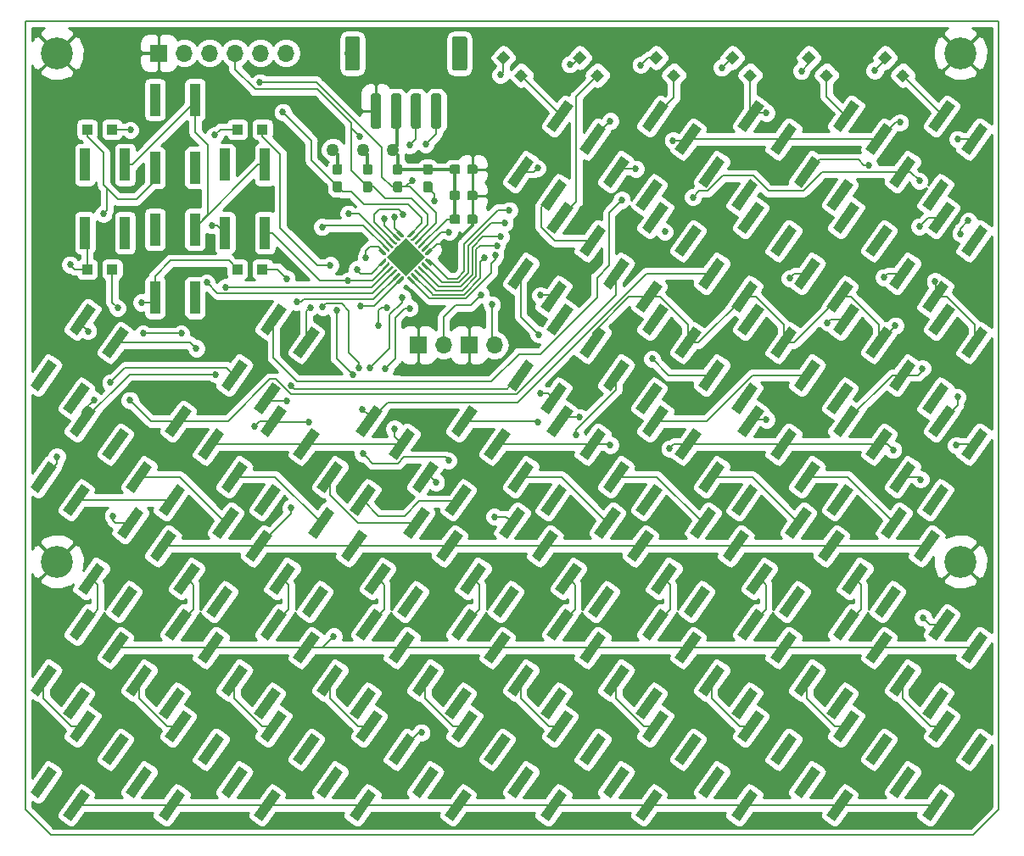
<source format=gbr>
%TF.GenerationSoftware,KiCad,Pcbnew,5.0.2-bee76a0~70~ubuntu16.04.1*%
%TF.CreationDate,2019-06-12T18:19:31-07:00*%
%TF.ProjectId,radiotxt,72616469-6f74-4787-942e-6b696361645f,rev?*%
%TF.SameCoordinates,PX68290a0PY463f660*%
%TF.FileFunction,Copper,L1,Top*%
%TF.FilePolarity,Positive*%
%FSLAX46Y46*%
G04 Gerber Fmt 4.6, Leading zero omitted, Abs format (unit mm)*
G04 Created by KiCad (PCBNEW 5.0.2-bee76a0~70~ubuntu16.04.1) date Wed 12 Jun 2019 06:19:31 PM PDT*
%MOMM*%
%LPD*%
G01*
G04 APERTURE LIST*
%ADD10C,0.150000*%
%ADD11C,1.000000*%
%ADD12C,3.200000*%
%ADD13R,1.000000X3.200000*%
%ADD14C,0.950000*%
%ADD15R,1.000000X1.000000*%
%ADD16C,2.700000*%
%ADD17C,0.280000*%
%ADD18R,1.700000X1.700000*%
%ADD19O,1.700000X1.700000*%
%ADD20C,1.500000*%
%ADD21C,0.685800*%
%ADD22C,1.270000*%
%ADD23C,0.200000*%
%ADD24C,0.300000*%
%ADD25C,0.254000*%
G04 APERTURE END LIST*
D10*
X0Y0D02*
X97155000Y0D01*
X94615000Y-81280000D02*
X97155000Y-78740000D01*
X2540000Y-81280000D02*
X0Y-78740000D01*
X94615000Y-81280000D02*
X2540000Y-81280000D01*
X97155000Y0D02*
X97155000Y-78740000D01*
X0Y0D02*
X0Y-78740000D01*
D11*
X62886856Y-19637730D03*
D10*
G36*
X62378710Y-21235161D02*
X61559558Y-20661585D01*
X63395002Y-18040299D01*
X64214154Y-18613875D01*
X62378710Y-21235161D01*
X62378710Y-21235161D01*
G37*
D11*
X58986536Y-25207964D03*
D10*
G36*
X58478390Y-26805395D02*
X57659238Y-26231819D01*
X59494682Y-23610533D01*
X60313834Y-24184109D01*
X58478390Y-26805395D01*
X58478390Y-26805395D01*
G37*
D11*
X62263144Y-27502270D03*
D10*
G36*
X61754998Y-29099701D02*
X60935846Y-28526125D01*
X62771290Y-25904839D01*
X63590442Y-26478415D01*
X61754998Y-29099701D01*
X61754998Y-29099701D01*
G37*
D11*
X66163464Y-21932036D03*
D10*
G36*
X65655318Y-23529467D02*
X64836166Y-22955891D01*
X66671610Y-20334605D01*
X67490762Y-20908181D01*
X65655318Y-23529467D01*
X65655318Y-23529467D01*
G37*
D12*
X93345000Y-53975000D03*
X3175000Y-3175000D03*
D13*
X9965000Y-14328000D03*
X9965000Y-21128000D03*
X5965000Y-21128000D03*
X5965000Y-14328000D03*
X12950000Y-7828000D03*
X12950000Y-14628000D03*
X16950000Y-14628000D03*
X16950000Y-7828000D03*
X16950000Y-20805000D03*
X16950000Y-27605000D03*
X12950000Y-27605000D03*
X12950000Y-20805000D03*
X19935000Y-14328000D03*
X19935000Y-21128000D03*
X23935000Y-21128000D03*
X23935000Y-14328000D03*
D11*
X56638464Y-21932036D03*
D10*
G36*
X56130318Y-23529467D02*
X55311166Y-22955891D01*
X57146610Y-20334605D01*
X57965762Y-20908181D01*
X56130318Y-23529467D01*
X56130318Y-23529467D01*
G37*
D11*
X52738144Y-27502270D03*
D10*
G36*
X52229998Y-29099701D02*
X51410846Y-28526125D01*
X53246290Y-25904839D01*
X54065442Y-26478415D01*
X52229998Y-29099701D01*
X52229998Y-29099701D01*
G37*
D11*
X49461536Y-25207964D03*
D10*
G36*
X48953390Y-26805395D02*
X48134238Y-26231819D01*
X49969682Y-23610533D01*
X50788834Y-24184109D01*
X48953390Y-26805395D01*
X48953390Y-26805395D01*
G37*
D11*
X53361856Y-19637730D03*
D10*
G36*
X52853710Y-21235161D02*
X52034558Y-20661585D01*
X53870002Y-18040299D01*
X54689154Y-18613875D01*
X52853710Y-21235161D01*
X52853710Y-21235161D01*
G37*
D11*
X53361856Y-9477730D03*
D10*
G36*
X52853710Y-11075161D02*
X52034558Y-10501585D01*
X53870002Y-7880299D01*
X54689154Y-8453875D01*
X52853710Y-11075161D01*
X52853710Y-11075161D01*
G37*
D11*
X49461536Y-15047964D03*
D10*
G36*
X48953390Y-16645395D02*
X48134238Y-16071819D01*
X49969682Y-13450533D01*
X50788834Y-14024109D01*
X48953390Y-16645395D01*
X48953390Y-16645395D01*
G37*
D11*
X52738144Y-17342270D03*
D10*
G36*
X52229998Y-18939701D02*
X51410846Y-18366125D01*
X53246290Y-15744839D01*
X54065442Y-16318415D01*
X52229998Y-18939701D01*
X52229998Y-18939701D01*
G37*
D11*
X56638464Y-11772036D03*
D10*
G36*
X56130318Y-13369467D02*
X55311166Y-12795891D01*
X57146610Y-10174605D01*
X57965762Y-10748181D01*
X56130318Y-13369467D01*
X56130318Y-13369467D01*
G37*
D11*
X66163464Y-11772036D03*
D10*
G36*
X65655318Y-13369467D02*
X64836166Y-12795891D01*
X66671610Y-10174605D01*
X67490762Y-10748181D01*
X65655318Y-13369467D01*
X65655318Y-13369467D01*
G37*
D11*
X62263144Y-17342270D03*
D10*
G36*
X61754998Y-18939701D02*
X60935846Y-18366125D01*
X62771290Y-15744839D01*
X63590442Y-16318415D01*
X61754998Y-18939701D01*
X61754998Y-18939701D01*
G37*
D11*
X58986536Y-15047964D03*
D10*
G36*
X58478390Y-16645395D02*
X57659238Y-16071819D01*
X59494682Y-13450533D01*
X60313834Y-14024109D01*
X58478390Y-16645395D01*
X58478390Y-16645395D01*
G37*
D11*
X62886856Y-9477730D03*
D10*
G36*
X62378710Y-11075161D02*
X61559558Y-10501585D01*
X63395002Y-7880299D01*
X64214154Y-8453875D01*
X62378710Y-11075161D01*
X62378710Y-11075161D01*
G37*
D11*
X72411856Y-9477730D03*
D10*
G36*
X71903710Y-11075161D02*
X71084558Y-10501585D01*
X72920002Y-7880299D01*
X73739154Y-8453875D01*
X71903710Y-11075161D01*
X71903710Y-11075161D01*
G37*
D11*
X68511536Y-15047964D03*
D10*
G36*
X68003390Y-16645395D02*
X67184238Y-16071819D01*
X69019682Y-13450533D01*
X69838834Y-14024109D01*
X68003390Y-16645395D01*
X68003390Y-16645395D01*
G37*
D11*
X71788144Y-17342270D03*
D10*
G36*
X71279998Y-18939701D02*
X70460846Y-18366125D01*
X72296290Y-15744839D01*
X73115442Y-16318415D01*
X71279998Y-18939701D01*
X71279998Y-18939701D01*
G37*
D11*
X75688464Y-11772036D03*
D10*
G36*
X75180318Y-13369467D02*
X74361166Y-12795891D01*
X76196610Y-10174605D01*
X77015762Y-10748181D01*
X75180318Y-13369467D01*
X75180318Y-13369467D01*
G37*
D11*
X85213464Y-11772036D03*
D10*
G36*
X84705318Y-13369467D02*
X83886166Y-12795891D01*
X85721610Y-10174605D01*
X86540762Y-10748181D01*
X84705318Y-13369467D01*
X84705318Y-13369467D01*
G37*
D11*
X81313144Y-17342270D03*
D10*
G36*
X80804998Y-18939701D02*
X79985846Y-18366125D01*
X81821290Y-15744839D01*
X82640442Y-16318415D01*
X80804998Y-18939701D01*
X80804998Y-18939701D01*
G37*
D11*
X78036536Y-15047964D03*
D10*
G36*
X77528390Y-16645395D02*
X76709238Y-16071819D01*
X78544682Y-13450533D01*
X79363834Y-14024109D01*
X77528390Y-16645395D01*
X77528390Y-16645395D01*
G37*
D11*
X81936856Y-9477730D03*
D10*
G36*
X81428710Y-11075161D02*
X80609558Y-10501585D01*
X82445002Y-7880299D01*
X83264154Y-8453875D01*
X81428710Y-11075161D01*
X81428710Y-11075161D01*
G37*
D11*
X91461856Y-9477730D03*
D10*
G36*
X90953710Y-11075161D02*
X90134558Y-10501585D01*
X91970002Y-7880299D01*
X92789154Y-8453875D01*
X90953710Y-11075161D01*
X90953710Y-11075161D01*
G37*
D11*
X87561536Y-15047964D03*
D10*
G36*
X87053390Y-16645395D02*
X86234238Y-16071819D01*
X88069682Y-13450533D01*
X88888834Y-14024109D01*
X87053390Y-16645395D01*
X87053390Y-16645395D01*
G37*
D11*
X90838144Y-17342270D03*
D10*
G36*
X90329998Y-18939701D02*
X89510846Y-18366125D01*
X91346290Y-15744839D01*
X92165442Y-16318415D01*
X90329998Y-18939701D01*
X90329998Y-18939701D01*
G37*
D11*
X94738464Y-11772036D03*
D10*
G36*
X94230318Y-13369467D02*
X93411166Y-12795891D01*
X95246610Y-10174605D01*
X96065762Y-10748181D01*
X94230318Y-13369467D01*
X94230318Y-13369467D01*
G37*
D11*
X56638464Y-32092036D03*
D10*
G36*
X56130318Y-33689467D02*
X55311166Y-33115891D01*
X57146610Y-30494605D01*
X57965762Y-31068181D01*
X56130318Y-33689467D01*
X56130318Y-33689467D01*
G37*
D11*
X52738144Y-37662270D03*
D10*
G36*
X52229998Y-39259701D02*
X51410846Y-38686125D01*
X53246290Y-36064839D01*
X54065442Y-36638415D01*
X52229998Y-39259701D01*
X52229998Y-39259701D01*
G37*
D11*
X49461536Y-35367964D03*
D10*
G36*
X48953390Y-36965395D02*
X48134238Y-36391819D01*
X49969682Y-33770533D01*
X50788834Y-34344109D01*
X48953390Y-36965395D01*
X48953390Y-36965395D01*
G37*
D11*
X53361856Y-29797730D03*
D10*
G36*
X52853710Y-31395161D02*
X52034558Y-30821585D01*
X53870002Y-28200299D01*
X54689154Y-28773875D01*
X52853710Y-31395161D01*
X52853710Y-31395161D01*
G37*
D11*
X66163464Y-32092036D03*
D10*
G36*
X65655318Y-33689467D02*
X64836166Y-33115891D01*
X66671610Y-30494605D01*
X67490762Y-31068181D01*
X65655318Y-33689467D01*
X65655318Y-33689467D01*
G37*
D11*
X62263144Y-37662270D03*
D10*
G36*
X61754998Y-39259701D02*
X60935846Y-38686125D01*
X62771290Y-36064839D01*
X63590442Y-36638415D01*
X61754998Y-39259701D01*
X61754998Y-39259701D01*
G37*
D11*
X58986536Y-35367964D03*
D10*
G36*
X58478390Y-36965395D02*
X57659238Y-36391819D01*
X59494682Y-33770533D01*
X60313834Y-34344109D01*
X58478390Y-36965395D01*
X58478390Y-36965395D01*
G37*
D11*
X62886856Y-29797730D03*
D10*
G36*
X62378710Y-31395161D02*
X61559558Y-30821585D01*
X63395002Y-28200299D01*
X64214154Y-28773875D01*
X62378710Y-31395161D01*
X62378710Y-31395161D01*
G37*
D11*
X72411856Y-19637730D03*
D10*
G36*
X71903710Y-21235161D02*
X71084558Y-20661585D01*
X72920002Y-18040299D01*
X73739154Y-18613875D01*
X71903710Y-21235161D01*
X71903710Y-21235161D01*
G37*
D11*
X68511536Y-25207964D03*
D10*
G36*
X68003390Y-26805395D02*
X67184238Y-26231819D01*
X69019682Y-23610533D01*
X69838834Y-24184109D01*
X68003390Y-26805395D01*
X68003390Y-26805395D01*
G37*
D11*
X71788144Y-27502270D03*
D10*
G36*
X71279998Y-29099701D02*
X70460846Y-28526125D01*
X72296290Y-25904839D01*
X73115442Y-26478415D01*
X71279998Y-29099701D01*
X71279998Y-29099701D01*
G37*
D11*
X75688464Y-21932036D03*
D10*
G36*
X75180318Y-23529467D02*
X74361166Y-22955891D01*
X76196610Y-20334605D01*
X77015762Y-20908181D01*
X75180318Y-23529467D01*
X75180318Y-23529467D01*
G37*
D11*
X75688464Y-32092036D03*
D10*
G36*
X75180318Y-33689467D02*
X74361166Y-33115891D01*
X76196610Y-30494605D01*
X77015762Y-31068181D01*
X75180318Y-33689467D01*
X75180318Y-33689467D01*
G37*
D11*
X71788144Y-37662270D03*
D10*
G36*
X71279998Y-39259701D02*
X70460846Y-38686125D01*
X72296290Y-36064839D01*
X73115442Y-36638415D01*
X71279998Y-39259701D01*
X71279998Y-39259701D01*
G37*
D11*
X68511536Y-35367964D03*
D10*
G36*
X68003390Y-36965395D02*
X67184238Y-36391819D01*
X69019682Y-33770533D01*
X69838834Y-34344109D01*
X68003390Y-36965395D01*
X68003390Y-36965395D01*
G37*
D11*
X72411856Y-29797730D03*
D10*
G36*
X71903710Y-31395161D02*
X71084558Y-30821585D01*
X72920002Y-28200299D01*
X73739154Y-28773875D01*
X71903710Y-31395161D01*
X71903710Y-31395161D01*
G37*
D11*
X81936856Y-19637730D03*
D10*
G36*
X81428710Y-21235161D02*
X80609558Y-20661585D01*
X82445002Y-18040299D01*
X83264154Y-18613875D01*
X81428710Y-21235161D01*
X81428710Y-21235161D01*
G37*
D11*
X78036536Y-25207964D03*
D10*
G36*
X77528390Y-26805395D02*
X76709238Y-26231819D01*
X78544682Y-23610533D01*
X79363834Y-24184109D01*
X77528390Y-26805395D01*
X77528390Y-26805395D01*
G37*
D11*
X81313144Y-27502270D03*
D10*
G36*
X80804998Y-29099701D02*
X79985846Y-28526125D01*
X81821290Y-25904839D01*
X82640442Y-26478415D01*
X80804998Y-29099701D01*
X80804998Y-29099701D01*
G37*
D11*
X85213464Y-21932036D03*
D10*
G36*
X84705318Y-23529467D02*
X83886166Y-22955891D01*
X85721610Y-20334605D01*
X86540762Y-20908181D01*
X84705318Y-23529467D01*
X84705318Y-23529467D01*
G37*
D11*
X85213464Y-32092036D03*
D10*
G36*
X84705318Y-33689467D02*
X83886166Y-33115891D01*
X85721610Y-30494605D01*
X86540762Y-31068181D01*
X84705318Y-33689467D01*
X84705318Y-33689467D01*
G37*
D11*
X81313144Y-37662270D03*
D10*
G36*
X80804998Y-39259701D02*
X79985846Y-38686125D01*
X81821290Y-36064839D01*
X82640442Y-36638415D01*
X80804998Y-39259701D01*
X80804998Y-39259701D01*
G37*
D11*
X78036536Y-35367964D03*
D10*
G36*
X77528390Y-36965395D02*
X76709238Y-36391819D01*
X78544682Y-33770533D01*
X79363834Y-34344109D01*
X77528390Y-36965395D01*
X77528390Y-36965395D01*
G37*
D11*
X81936856Y-29797730D03*
D10*
G36*
X81428710Y-31395161D02*
X80609558Y-30821585D01*
X82445002Y-28200299D01*
X83264154Y-28773875D01*
X81428710Y-31395161D01*
X81428710Y-31395161D01*
G37*
D11*
X91461856Y-19637730D03*
D10*
G36*
X90953710Y-21235161D02*
X90134558Y-20661585D01*
X91970002Y-18040299D01*
X92789154Y-18613875D01*
X90953710Y-21235161D01*
X90953710Y-21235161D01*
G37*
D11*
X87561536Y-25207964D03*
D10*
G36*
X87053390Y-26805395D02*
X86234238Y-26231819D01*
X88069682Y-23610533D01*
X88888834Y-24184109D01*
X87053390Y-26805395D01*
X87053390Y-26805395D01*
G37*
D11*
X90838144Y-27502270D03*
D10*
G36*
X90329998Y-29099701D02*
X89510846Y-28526125D01*
X91346290Y-25904839D01*
X92165442Y-26478415D01*
X90329998Y-29099701D01*
X90329998Y-29099701D01*
G37*
D11*
X94738464Y-21932036D03*
D10*
G36*
X94230318Y-23529467D02*
X93411166Y-22955891D01*
X95246610Y-20334605D01*
X96065762Y-20908181D01*
X94230318Y-23529467D01*
X94230318Y-23529467D01*
G37*
D11*
X94738464Y-32092036D03*
D10*
G36*
X94230318Y-33689467D02*
X93411166Y-33115891D01*
X95246610Y-30494605D01*
X96065762Y-31068181D01*
X94230318Y-33689467D01*
X94230318Y-33689467D01*
G37*
D11*
X90838144Y-37662270D03*
D10*
G36*
X90329998Y-39259701D02*
X89510846Y-38686125D01*
X91346290Y-36064839D01*
X92165442Y-36638415D01*
X90329998Y-39259701D01*
X90329998Y-39259701D01*
G37*
D11*
X87561536Y-35367964D03*
D10*
G36*
X87053390Y-36965395D02*
X86234238Y-36391819D01*
X88069682Y-33770533D01*
X88888834Y-34344109D01*
X87053390Y-36965395D01*
X87053390Y-36965395D01*
G37*
D11*
X91461856Y-29797730D03*
D10*
G36*
X90953710Y-31395161D02*
X90134558Y-30821585D01*
X91970002Y-28200299D01*
X92789154Y-28773875D01*
X90953710Y-31395161D01*
X90953710Y-31395161D01*
G37*
D11*
X5736856Y-29797730D03*
D10*
G36*
X5228710Y-31395161D02*
X4409558Y-30821585D01*
X6245002Y-28200299D01*
X7064154Y-28773875D01*
X5228710Y-31395161D01*
X5228710Y-31395161D01*
G37*
D11*
X1836536Y-35367964D03*
D10*
G36*
X1328390Y-36965395D02*
X509238Y-36391819D01*
X2344682Y-33770533D01*
X3163834Y-34344109D01*
X1328390Y-36965395D01*
X1328390Y-36965395D01*
G37*
D11*
X5113144Y-37662270D03*
D10*
G36*
X4604998Y-39259701D02*
X3785846Y-38686125D01*
X5621290Y-36064839D01*
X6440442Y-36638415D01*
X4604998Y-39259701D01*
X4604998Y-39259701D01*
G37*
D11*
X9013464Y-32092036D03*
D10*
G36*
X8505318Y-33689467D02*
X7686166Y-33115891D01*
X9521610Y-30494605D01*
X10340762Y-31068181D01*
X8505318Y-33689467D01*
X8505318Y-33689467D01*
G37*
D11*
X9013464Y-42252036D03*
D10*
G36*
X8505318Y-43849467D02*
X7686166Y-43275891D01*
X9521610Y-40654605D01*
X10340762Y-41228181D01*
X8505318Y-43849467D01*
X8505318Y-43849467D01*
G37*
D11*
X5113144Y-47822270D03*
D10*
G36*
X4604998Y-49419701D02*
X3785846Y-48846125D01*
X5621290Y-46224839D01*
X6440442Y-46798415D01*
X4604998Y-49419701D01*
X4604998Y-49419701D01*
G37*
D11*
X1836536Y-45527964D03*
D10*
G36*
X1328390Y-47125395D02*
X509238Y-46551819D01*
X2344682Y-43930533D01*
X3163834Y-44504109D01*
X1328390Y-47125395D01*
X1328390Y-47125395D01*
G37*
D11*
X5736856Y-39957730D03*
D10*
G36*
X5228710Y-41555161D02*
X4409558Y-40981585D01*
X6245002Y-38360299D01*
X7064154Y-38933875D01*
X5228710Y-41555161D01*
X5228710Y-41555161D01*
G37*
D11*
X18538464Y-42252036D03*
D10*
G36*
X18030318Y-43849467D02*
X17211166Y-43275891D01*
X19046610Y-40654605D01*
X19865762Y-41228181D01*
X18030318Y-43849467D01*
X18030318Y-43849467D01*
G37*
D11*
X14638144Y-47822270D03*
D10*
G36*
X14129998Y-49419701D02*
X13310846Y-48846125D01*
X15146290Y-46224839D01*
X15965442Y-46798415D01*
X14129998Y-49419701D01*
X14129998Y-49419701D01*
G37*
D11*
X11361536Y-45527964D03*
D10*
G36*
X10853390Y-47125395D02*
X10034238Y-46551819D01*
X11869682Y-43930533D01*
X12688834Y-44504109D01*
X10853390Y-47125395D01*
X10853390Y-47125395D01*
G37*
D11*
X15261856Y-39957730D03*
D10*
G36*
X14753710Y-41555161D02*
X13934558Y-40981585D01*
X15770002Y-38360299D01*
X16589154Y-38933875D01*
X14753710Y-41555161D01*
X14753710Y-41555161D01*
G37*
D11*
X24786856Y-39957730D03*
D10*
G36*
X24278710Y-41555161D02*
X23459558Y-40981585D01*
X25295002Y-38360299D01*
X26114154Y-38933875D01*
X24278710Y-41555161D01*
X24278710Y-41555161D01*
G37*
D11*
X20886536Y-45527964D03*
D10*
G36*
X20378390Y-47125395D02*
X19559238Y-46551819D01*
X21394682Y-43930533D01*
X22213834Y-44504109D01*
X20378390Y-47125395D01*
X20378390Y-47125395D01*
G37*
D11*
X24163144Y-47822270D03*
D10*
G36*
X23654998Y-49419701D02*
X22835846Y-48846125D01*
X24671290Y-46224839D01*
X25490442Y-46798415D01*
X23654998Y-49419701D01*
X23654998Y-49419701D01*
G37*
D11*
X28063464Y-42252036D03*
D10*
G36*
X27555318Y-43849467D02*
X26736166Y-43275891D01*
X28571610Y-40654605D01*
X29390762Y-41228181D01*
X27555318Y-43849467D01*
X27555318Y-43849467D01*
G37*
D11*
X37588464Y-42252036D03*
D10*
G36*
X37080318Y-43849467D02*
X36261166Y-43275891D01*
X38096610Y-40654605D01*
X38915762Y-41228181D01*
X37080318Y-43849467D01*
X37080318Y-43849467D01*
G37*
D11*
X33688144Y-47822270D03*
D10*
G36*
X33179998Y-49419701D02*
X32360846Y-48846125D01*
X34196290Y-46224839D01*
X35015442Y-46798415D01*
X33179998Y-49419701D01*
X33179998Y-49419701D01*
G37*
D11*
X30411536Y-45527964D03*
D10*
G36*
X29903390Y-47125395D02*
X29084238Y-46551819D01*
X30919682Y-43930533D01*
X31738834Y-44504109D01*
X29903390Y-47125395D01*
X29903390Y-47125395D01*
G37*
D11*
X34311856Y-39957730D03*
D10*
G36*
X33803710Y-41555161D02*
X32984558Y-40981585D01*
X34820002Y-38360299D01*
X35639154Y-38933875D01*
X33803710Y-41555161D01*
X33803710Y-41555161D01*
G37*
D11*
X43836856Y-39957730D03*
D10*
G36*
X43328710Y-41555161D02*
X42509558Y-40981585D01*
X44345002Y-38360299D01*
X45164154Y-38933875D01*
X43328710Y-41555161D01*
X43328710Y-41555161D01*
G37*
D11*
X39936536Y-45527964D03*
D10*
G36*
X39428390Y-47125395D02*
X38609238Y-46551819D01*
X40444682Y-43930533D01*
X41263834Y-44504109D01*
X39428390Y-47125395D01*
X39428390Y-47125395D01*
G37*
D11*
X43213144Y-47822270D03*
D10*
G36*
X42704998Y-49419701D02*
X41885846Y-48846125D01*
X43721290Y-46224839D01*
X44540442Y-46798415D01*
X42704998Y-49419701D01*
X42704998Y-49419701D01*
G37*
D11*
X47113464Y-42252036D03*
D10*
G36*
X46605318Y-43849467D02*
X45786166Y-43275891D01*
X47621610Y-40654605D01*
X48440762Y-41228181D01*
X46605318Y-43849467D01*
X46605318Y-43849467D01*
G37*
D11*
X56638464Y-42252036D03*
D10*
G36*
X56130318Y-43849467D02*
X55311166Y-43275891D01*
X57146610Y-40654605D01*
X57965762Y-41228181D01*
X56130318Y-43849467D01*
X56130318Y-43849467D01*
G37*
D11*
X52738144Y-47822270D03*
D10*
G36*
X52229998Y-49419701D02*
X51410846Y-48846125D01*
X53246290Y-46224839D01*
X54065442Y-46798415D01*
X52229998Y-49419701D01*
X52229998Y-49419701D01*
G37*
D11*
X49461536Y-45527964D03*
D10*
G36*
X48953390Y-47125395D02*
X48134238Y-46551819D01*
X49969682Y-43930533D01*
X50788834Y-44504109D01*
X48953390Y-47125395D01*
X48953390Y-47125395D01*
G37*
D11*
X53361856Y-39957730D03*
D10*
G36*
X52853710Y-41555161D02*
X52034558Y-40981585D01*
X53870002Y-38360299D01*
X54689154Y-38933875D01*
X52853710Y-41555161D01*
X52853710Y-41555161D01*
G37*
D11*
X62886856Y-39957730D03*
D10*
G36*
X62378710Y-41555161D02*
X61559558Y-40981585D01*
X63395002Y-38360299D01*
X64214154Y-38933875D01*
X62378710Y-41555161D01*
X62378710Y-41555161D01*
G37*
D11*
X58986536Y-45527964D03*
D10*
G36*
X58478390Y-47125395D02*
X57659238Y-46551819D01*
X59494682Y-43930533D01*
X60313834Y-44504109D01*
X58478390Y-47125395D01*
X58478390Y-47125395D01*
G37*
D11*
X62263144Y-47822270D03*
D10*
G36*
X61754998Y-49419701D02*
X60935846Y-48846125D01*
X62771290Y-46224839D01*
X63590442Y-46798415D01*
X61754998Y-49419701D01*
X61754998Y-49419701D01*
G37*
D11*
X66163464Y-42252036D03*
D10*
G36*
X65655318Y-43849467D02*
X64836166Y-43275891D01*
X66671610Y-40654605D01*
X67490762Y-41228181D01*
X65655318Y-43849467D01*
X65655318Y-43849467D01*
G37*
D11*
X75688464Y-42252036D03*
D10*
G36*
X75180318Y-43849467D02*
X74361166Y-43275891D01*
X76196610Y-40654605D01*
X77015762Y-41228181D01*
X75180318Y-43849467D01*
X75180318Y-43849467D01*
G37*
D11*
X71788144Y-47822270D03*
D10*
G36*
X71279998Y-49419701D02*
X70460846Y-48846125D01*
X72296290Y-46224839D01*
X73115442Y-46798415D01*
X71279998Y-49419701D01*
X71279998Y-49419701D01*
G37*
D11*
X68511536Y-45527964D03*
D10*
G36*
X68003390Y-47125395D02*
X67184238Y-46551819D01*
X69019682Y-43930533D01*
X69838834Y-44504109D01*
X68003390Y-47125395D01*
X68003390Y-47125395D01*
G37*
D11*
X72411856Y-39957730D03*
D10*
G36*
X71903710Y-41555161D02*
X71084558Y-40981585D01*
X72920002Y-38360299D01*
X73739154Y-38933875D01*
X71903710Y-41555161D01*
X71903710Y-41555161D01*
G37*
D11*
X81936856Y-39957730D03*
D10*
G36*
X81428710Y-41555161D02*
X80609558Y-40981585D01*
X82445002Y-38360299D01*
X83264154Y-38933875D01*
X81428710Y-41555161D01*
X81428710Y-41555161D01*
G37*
D11*
X78036536Y-45527964D03*
D10*
G36*
X77528390Y-47125395D02*
X76709238Y-46551819D01*
X78544682Y-43930533D01*
X79363834Y-44504109D01*
X77528390Y-47125395D01*
X77528390Y-47125395D01*
G37*
D11*
X81313144Y-47822270D03*
D10*
G36*
X80804998Y-49419701D02*
X79985846Y-48846125D01*
X81821290Y-46224839D01*
X82640442Y-46798415D01*
X80804998Y-49419701D01*
X80804998Y-49419701D01*
G37*
D11*
X85213464Y-42252036D03*
D10*
G36*
X84705318Y-43849467D02*
X83886166Y-43275891D01*
X85721610Y-40654605D01*
X86540762Y-41228181D01*
X84705318Y-43849467D01*
X84705318Y-43849467D01*
G37*
D11*
X94738464Y-42252036D03*
D10*
G36*
X94230318Y-43849467D02*
X93411166Y-43275891D01*
X95246610Y-40654605D01*
X96065762Y-41228181D01*
X94230318Y-43849467D01*
X94230318Y-43849467D01*
G37*
D11*
X90838144Y-47822270D03*
D10*
G36*
X90329998Y-49419701D02*
X89510846Y-48846125D01*
X91346290Y-46224839D01*
X92165442Y-46798415D01*
X90329998Y-49419701D01*
X90329998Y-49419701D01*
G37*
D11*
X87561536Y-45527964D03*
D10*
G36*
X87053390Y-47125395D02*
X86234238Y-46551819D01*
X88069682Y-43930533D01*
X88888834Y-44504109D01*
X87053390Y-47125395D01*
X87053390Y-47125395D01*
G37*
D11*
X91461856Y-39957730D03*
D10*
G36*
X90953710Y-41555161D02*
X90134558Y-40981585D01*
X91970002Y-38360299D01*
X92789154Y-38933875D01*
X90953710Y-41555161D01*
X90953710Y-41555161D01*
G37*
D11*
X10499356Y-50117730D03*
D10*
G36*
X9991210Y-51715161D02*
X9172058Y-51141585D01*
X11007502Y-48520299D01*
X11826654Y-49093875D01*
X9991210Y-51715161D01*
X9991210Y-51715161D01*
G37*
D11*
X6599036Y-55687964D03*
D10*
G36*
X6090890Y-57285395D02*
X5271738Y-56711819D01*
X7107182Y-54090533D01*
X7926334Y-54664109D01*
X6090890Y-57285395D01*
X6090890Y-57285395D01*
G37*
D11*
X9875644Y-57982270D03*
D10*
G36*
X9367498Y-59579701D02*
X8548346Y-59006125D01*
X10383790Y-56384839D01*
X11202942Y-56958415D01*
X9367498Y-59579701D01*
X9367498Y-59579701D01*
G37*
D11*
X13775964Y-52412036D03*
D10*
G36*
X13267818Y-54009467D02*
X12448666Y-53435891D01*
X14284110Y-50814605D01*
X15103262Y-51388181D01*
X13267818Y-54009467D01*
X13267818Y-54009467D01*
G37*
D11*
X23300964Y-52412036D03*
D10*
G36*
X22792818Y-54009467D02*
X21973666Y-53435891D01*
X23809110Y-50814605D01*
X24628262Y-51388181D01*
X22792818Y-54009467D01*
X22792818Y-54009467D01*
G37*
D11*
X19400644Y-57982270D03*
D10*
G36*
X18892498Y-59579701D02*
X18073346Y-59006125D01*
X19908790Y-56384839D01*
X20727942Y-56958415D01*
X18892498Y-59579701D01*
X18892498Y-59579701D01*
G37*
D11*
X16124036Y-55687964D03*
D10*
G36*
X15615890Y-57285395D02*
X14796738Y-56711819D01*
X16632182Y-54090533D01*
X17451334Y-54664109D01*
X15615890Y-57285395D01*
X15615890Y-57285395D01*
G37*
D11*
X20024356Y-50117730D03*
D10*
G36*
X19516210Y-51715161D02*
X18697058Y-51141585D01*
X20532502Y-48520299D01*
X21351654Y-49093875D01*
X19516210Y-51715161D01*
X19516210Y-51715161D01*
G37*
D11*
X29549356Y-50117730D03*
D10*
G36*
X29041210Y-51715161D02*
X28222058Y-51141585D01*
X30057502Y-48520299D01*
X30876654Y-49093875D01*
X29041210Y-51715161D01*
X29041210Y-51715161D01*
G37*
D11*
X25649036Y-55687964D03*
D10*
G36*
X25140890Y-57285395D02*
X24321738Y-56711819D01*
X26157182Y-54090533D01*
X26976334Y-54664109D01*
X25140890Y-57285395D01*
X25140890Y-57285395D01*
G37*
D11*
X28925644Y-57982270D03*
D10*
G36*
X28417498Y-59579701D02*
X27598346Y-59006125D01*
X29433790Y-56384839D01*
X30252942Y-56958415D01*
X28417498Y-59579701D01*
X28417498Y-59579701D01*
G37*
D11*
X32825964Y-52412036D03*
D10*
G36*
X32317818Y-54009467D02*
X31498666Y-53435891D01*
X33334110Y-50814605D01*
X34153262Y-51388181D01*
X32317818Y-54009467D01*
X32317818Y-54009467D01*
G37*
D11*
X42350964Y-52412036D03*
D10*
G36*
X41842818Y-54009467D02*
X41023666Y-53435891D01*
X42859110Y-50814605D01*
X43678262Y-51388181D01*
X41842818Y-54009467D01*
X41842818Y-54009467D01*
G37*
D11*
X38450644Y-57982270D03*
D10*
G36*
X37942498Y-59579701D02*
X37123346Y-59006125D01*
X38958790Y-56384839D01*
X39777942Y-56958415D01*
X37942498Y-59579701D01*
X37942498Y-59579701D01*
G37*
D11*
X35174036Y-55687964D03*
D10*
G36*
X34665890Y-57285395D02*
X33846738Y-56711819D01*
X35682182Y-54090533D01*
X36501334Y-54664109D01*
X34665890Y-57285395D01*
X34665890Y-57285395D01*
G37*
D11*
X39074356Y-50117730D03*
D10*
G36*
X38566210Y-51715161D02*
X37747058Y-51141585D01*
X39582502Y-48520299D01*
X40401654Y-49093875D01*
X38566210Y-51715161D01*
X38566210Y-51715161D01*
G37*
D11*
X48599356Y-50117730D03*
D10*
G36*
X48091210Y-51715161D02*
X47272058Y-51141585D01*
X49107502Y-48520299D01*
X49926654Y-49093875D01*
X48091210Y-51715161D01*
X48091210Y-51715161D01*
G37*
D11*
X44699036Y-55687964D03*
D10*
G36*
X44190890Y-57285395D02*
X43371738Y-56711819D01*
X45207182Y-54090533D01*
X46026334Y-54664109D01*
X44190890Y-57285395D01*
X44190890Y-57285395D01*
G37*
D11*
X47975644Y-57982270D03*
D10*
G36*
X47467498Y-59579701D02*
X46648346Y-59006125D01*
X48483790Y-56384839D01*
X49302942Y-56958415D01*
X47467498Y-59579701D01*
X47467498Y-59579701D01*
G37*
D11*
X51875964Y-52412036D03*
D10*
G36*
X51367818Y-54009467D02*
X50548666Y-53435891D01*
X52384110Y-50814605D01*
X53203262Y-51388181D01*
X51367818Y-54009467D01*
X51367818Y-54009467D01*
G37*
D11*
X61400964Y-52412036D03*
D10*
G36*
X60892818Y-54009467D02*
X60073666Y-53435891D01*
X61909110Y-50814605D01*
X62728262Y-51388181D01*
X60892818Y-54009467D01*
X60892818Y-54009467D01*
G37*
D11*
X57500644Y-57982270D03*
D10*
G36*
X56992498Y-59579701D02*
X56173346Y-59006125D01*
X58008790Y-56384839D01*
X58827942Y-56958415D01*
X56992498Y-59579701D01*
X56992498Y-59579701D01*
G37*
D11*
X54224036Y-55687964D03*
D10*
G36*
X53715890Y-57285395D02*
X52896738Y-56711819D01*
X54732182Y-54090533D01*
X55551334Y-54664109D01*
X53715890Y-57285395D01*
X53715890Y-57285395D01*
G37*
D11*
X58124356Y-50117730D03*
D10*
G36*
X57616210Y-51715161D02*
X56797058Y-51141585D01*
X58632502Y-48520299D01*
X59451654Y-49093875D01*
X57616210Y-51715161D01*
X57616210Y-51715161D01*
G37*
D11*
X67649356Y-50117730D03*
D10*
G36*
X67141210Y-51715161D02*
X66322058Y-51141585D01*
X68157502Y-48520299D01*
X68976654Y-49093875D01*
X67141210Y-51715161D01*
X67141210Y-51715161D01*
G37*
D11*
X63749036Y-55687964D03*
D10*
G36*
X63240890Y-57285395D02*
X62421738Y-56711819D01*
X64257182Y-54090533D01*
X65076334Y-54664109D01*
X63240890Y-57285395D01*
X63240890Y-57285395D01*
G37*
D11*
X67025644Y-57982270D03*
D10*
G36*
X66517498Y-59579701D02*
X65698346Y-59006125D01*
X67533790Y-56384839D01*
X68352942Y-56958415D01*
X66517498Y-59579701D01*
X66517498Y-59579701D01*
G37*
D11*
X70925964Y-52412036D03*
D10*
G36*
X70417818Y-54009467D02*
X69598666Y-53435891D01*
X71434110Y-50814605D01*
X72253262Y-51388181D01*
X70417818Y-54009467D01*
X70417818Y-54009467D01*
G37*
D11*
X80450964Y-52412036D03*
D10*
G36*
X79942818Y-54009467D02*
X79123666Y-53435891D01*
X80959110Y-50814605D01*
X81778262Y-51388181D01*
X79942818Y-54009467D01*
X79942818Y-54009467D01*
G37*
D11*
X76550644Y-57982270D03*
D10*
G36*
X76042498Y-59579701D02*
X75223346Y-59006125D01*
X77058790Y-56384839D01*
X77877942Y-56958415D01*
X76042498Y-59579701D01*
X76042498Y-59579701D01*
G37*
D11*
X73274036Y-55687964D03*
D10*
G36*
X72765890Y-57285395D02*
X71946738Y-56711819D01*
X73782182Y-54090533D01*
X74601334Y-54664109D01*
X72765890Y-57285395D01*
X72765890Y-57285395D01*
G37*
D11*
X77174356Y-50117730D03*
D10*
G36*
X76666210Y-51715161D02*
X75847058Y-51141585D01*
X77682502Y-48520299D01*
X78501654Y-49093875D01*
X76666210Y-51715161D01*
X76666210Y-51715161D01*
G37*
D11*
X86699356Y-50117730D03*
D10*
G36*
X86191210Y-51715161D02*
X85372058Y-51141585D01*
X87207502Y-48520299D01*
X88026654Y-49093875D01*
X86191210Y-51715161D01*
X86191210Y-51715161D01*
G37*
D11*
X82799036Y-55687964D03*
D10*
G36*
X82290890Y-57285395D02*
X81471738Y-56711819D01*
X83307182Y-54090533D01*
X84126334Y-54664109D01*
X82290890Y-57285395D01*
X82290890Y-57285395D01*
G37*
D11*
X86075644Y-57982270D03*
D10*
G36*
X85567498Y-59579701D02*
X84748346Y-59006125D01*
X86583790Y-56384839D01*
X87402942Y-56958415D01*
X85567498Y-59579701D01*
X85567498Y-59579701D01*
G37*
D11*
X89975964Y-52412036D03*
D10*
G36*
X89467818Y-54009467D02*
X88648666Y-53435891D01*
X90484110Y-50814605D01*
X91303262Y-51388181D01*
X89467818Y-54009467D01*
X89467818Y-54009467D01*
G37*
D11*
X24786856Y-29797730D03*
D10*
G36*
X24278710Y-31395161D02*
X23459558Y-30821585D01*
X25295002Y-28200299D01*
X26114154Y-28773875D01*
X24278710Y-31395161D01*
X24278710Y-31395161D01*
G37*
D11*
X20886536Y-35367964D03*
D10*
G36*
X20378390Y-36965395D02*
X19559238Y-36391819D01*
X21394682Y-33770533D01*
X22213834Y-34344109D01*
X20378390Y-36965395D01*
X20378390Y-36965395D01*
G37*
D11*
X24163144Y-37662270D03*
D10*
G36*
X23654998Y-39259701D02*
X22835846Y-38686125D01*
X24671290Y-36064839D01*
X25490442Y-36638415D01*
X23654998Y-39259701D01*
X23654998Y-39259701D01*
G37*
D11*
X28063464Y-32092036D03*
D10*
G36*
X27555318Y-33689467D02*
X26736166Y-33115891D01*
X28571610Y-30494605D01*
X29390762Y-31068181D01*
X27555318Y-33689467D01*
X27555318Y-33689467D01*
G37*
D11*
X5736855Y-60277730D03*
D10*
G36*
X5228709Y-61875161D02*
X4409557Y-61301585D01*
X6245001Y-58680299D01*
X7064153Y-59253875D01*
X5228709Y-61875161D01*
X5228709Y-61875161D01*
G37*
D11*
X1836535Y-65847964D03*
D10*
G36*
X1328389Y-67445395D02*
X509237Y-66871819D01*
X2344681Y-64250533D01*
X3163833Y-64824109D01*
X1328389Y-67445395D01*
X1328389Y-67445395D01*
G37*
D11*
X5113145Y-68142270D03*
D10*
G36*
X4604999Y-69739701D02*
X3785847Y-69166125D01*
X5621291Y-66544839D01*
X6440443Y-67118415D01*
X4604999Y-69739701D01*
X4604999Y-69739701D01*
G37*
D11*
X9013465Y-62572036D03*
D10*
G36*
X8505319Y-64169467D02*
X7686167Y-63595891D01*
X9521611Y-60974605D01*
X10340763Y-61548181D01*
X8505319Y-64169467D01*
X8505319Y-64169467D01*
G37*
D11*
X15261856Y-60277730D03*
D10*
G36*
X14753710Y-61875161D02*
X13934558Y-61301585D01*
X15770002Y-58680299D01*
X16589154Y-59253875D01*
X14753710Y-61875161D01*
X14753710Y-61875161D01*
G37*
D11*
X11361536Y-65847964D03*
D10*
G36*
X10853390Y-67445395D02*
X10034238Y-66871819D01*
X11869682Y-64250533D01*
X12688834Y-64824109D01*
X10853390Y-67445395D01*
X10853390Y-67445395D01*
G37*
D11*
X14638144Y-68142270D03*
D10*
G36*
X14129998Y-69739701D02*
X13310846Y-69166125D01*
X15146290Y-66544839D01*
X15965442Y-67118415D01*
X14129998Y-69739701D01*
X14129998Y-69739701D01*
G37*
D11*
X18538464Y-62572036D03*
D10*
G36*
X18030318Y-64169467D02*
X17211166Y-63595891D01*
X19046610Y-60974605D01*
X19865762Y-61548181D01*
X18030318Y-64169467D01*
X18030318Y-64169467D01*
G37*
D11*
X24786856Y-60277730D03*
D10*
G36*
X24278710Y-61875161D02*
X23459558Y-61301585D01*
X25295002Y-58680299D01*
X26114154Y-59253875D01*
X24278710Y-61875161D01*
X24278710Y-61875161D01*
G37*
D11*
X20886536Y-65847964D03*
D10*
G36*
X20378390Y-67445395D02*
X19559238Y-66871819D01*
X21394682Y-64250533D01*
X22213834Y-64824109D01*
X20378390Y-67445395D01*
X20378390Y-67445395D01*
G37*
D11*
X24163144Y-68142270D03*
D10*
G36*
X23654998Y-69739701D02*
X22835846Y-69166125D01*
X24671290Y-66544839D01*
X25490442Y-67118415D01*
X23654998Y-69739701D01*
X23654998Y-69739701D01*
G37*
D11*
X28063464Y-62572036D03*
D10*
G36*
X27555318Y-64169467D02*
X26736166Y-63595891D01*
X28571610Y-60974605D01*
X29390762Y-61548181D01*
X27555318Y-64169467D01*
X27555318Y-64169467D01*
G37*
D11*
X37588464Y-62572036D03*
D10*
G36*
X37080318Y-64169467D02*
X36261166Y-63595891D01*
X38096610Y-60974605D01*
X38915762Y-61548181D01*
X37080318Y-64169467D01*
X37080318Y-64169467D01*
G37*
D11*
X33688144Y-68142270D03*
D10*
G36*
X33179998Y-69739701D02*
X32360846Y-69166125D01*
X34196290Y-66544839D01*
X35015442Y-67118415D01*
X33179998Y-69739701D01*
X33179998Y-69739701D01*
G37*
D11*
X30411536Y-65847964D03*
D10*
G36*
X29903390Y-67445395D02*
X29084238Y-66871819D01*
X30919682Y-64250533D01*
X31738834Y-64824109D01*
X29903390Y-67445395D01*
X29903390Y-67445395D01*
G37*
D11*
X34311856Y-60277730D03*
D10*
G36*
X33803710Y-61875161D02*
X32984558Y-61301585D01*
X34820002Y-58680299D01*
X35639154Y-59253875D01*
X33803710Y-61875161D01*
X33803710Y-61875161D01*
G37*
D11*
X43836856Y-60277730D03*
D10*
G36*
X43328710Y-61875161D02*
X42509558Y-61301585D01*
X44345002Y-58680299D01*
X45164154Y-59253875D01*
X43328710Y-61875161D01*
X43328710Y-61875161D01*
G37*
D11*
X39936536Y-65847964D03*
D10*
G36*
X39428390Y-67445395D02*
X38609238Y-66871819D01*
X40444682Y-64250533D01*
X41263834Y-64824109D01*
X39428390Y-67445395D01*
X39428390Y-67445395D01*
G37*
D11*
X43213144Y-68142270D03*
D10*
G36*
X42704998Y-69739701D02*
X41885846Y-69166125D01*
X43721290Y-66544839D01*
X44540442Y-67118415D01*
X42704998Y-69739701D01*
X42704998Y-69739701D01*
G37*
D11*
X47113464Y-62572036D03*
D10*
G36*
X46605318Y-64169467D02*
X45786166Y-63595891D01*
X47621610Y-60974605D01*
X48440762Y-61548181D01*
X46605318Y-64169467D01*
X46605318Y-64169467D01*
G37*
D11*
X56638464Y-62572036D03*
D10*
G36*
X56130318Y-64169467D02*
X55311166Y-63595891D01*
X57146610Y-60974605D01*
X57965762Y-61548181D01*
X56130318Y-64169467D01*
X56130318Y-64169467D01*
G37*
D11*
X52738144Y-68142270D03*
D10*
G36*
X52229998Y-69739701D02*
X51410846Y-69166125D01*
X53246290Y-66544839D01*
X54065442Y-67118415D01*
X52229998Y-69739701D01*
X52229998Y-69739701D01*
G37*
D11*
X49461536Y-65847964D03*
D10*
G36*
X48953390Y-67445395D02*
X48134238Y-66871819D01*
X49969682Y-64250533D01*
X50788834Y-64824109D01*
X48953390Y-67445395D01*
X48953390Y-67445395D01*
G37*
D11*
X53361856Y-60277730D03*
D10*
G36*
X52853710Y-61875161D02*
X52034558Y-61301585D01*
X53870002Y-58680299D01*
X54689154Y-59253875D01*
X52853710Y-61875161D01*
X52853710Y-61875161D01*
G37*
D11*
X62886856Y-60277730D03*
D10*
G36*
X62378710Y-61875161D02*
X61559558Y-61301585D01*
X63395002Y-58680299D01*
X64214154Y-59253875D01*
X62378710Y-61875161D01*
X62378710Y-61875161D01*
G37*
D11*
X58986536Y-65847964D03*
D10*
G36*
X58478390Y-67445395D02*
X57659238Y-66871819D01*
X59494682Y-64250533D01*
X60313834Y-64824109D01*
X58478390Y-67445395D01*
X58478390Y-67445395D01*
G37*
D11*
X62263144Y-68142270D03*
D10*
G36*
X61754998Y-69739701D02*
X60935846Y-69166125D01*
X62771290Y-66544839D01*
X63590442Y-67118415D01*
X61754998Y-69739701D01*
X61754998Y-69739701D01*
G37*
D11*
X66163464Y-62572036D03*
D10*
G36*
X65655318Y-64169467D02*
X64836166Y-63595891D01*
X66671610Y-60974605D01*
X67490762Y-61548181D01*
X65655318Y-64169467D01*
X65655318Y-64169467D01*
G37*
D11*
X75688464Y-62572036D03*
D10*
G36*
X75180318Y-64169467D02*
X74361166Y-63595891D01*
X76196610Y-60974605D01*
X77015762Y-61548181D01*
X75180318Y-64169467D01*
X75180318Y-64169467D01*
G37*
D11*
X71788144Y-68142270D03*
D10*
G36*
X71279998Y-69739701D02*
X70460846Y-69166125D01*
X72296290Y-66544839D01*
X73115442Y-67118415D01*
X71279998Y-69739701D01*
X71279998Y-69739701D01*
G37*
D11*
X68511536Y-65847964D03*
D10*
G36*
X68003390Y-67445395D02*
X67184238Y-66871819D01*
X69019682Y-64250533D01*
X69838834Y-64824109D01*
X68003390Y-67445395D01*
X68003390Y-67445395D01*
G37*
D11*
X72411856Y-60277730D03*
D10*
G36*
X71903710Y-61875161D02*
X71084558Y-61301585D01*
X72920002Y-58680299D01*
X73739154Y-59253875D01*
X71903710Y-61875161D01*
X71903710Y-61875161D01*
G37*
D11*
X81936856Y-60277730D03*
D10*
G36*
X81428710Y-61875161D02*
X80609558Y-61301585D01*
X82445002Y-58680299D01*
X83264154Y-59253875D01*
X81428710Y-61875161D01*
X81428710Y-61875161D01*
G37*
D11*
X78036536Y-65847964D03*
D10*
G36*
X77528390Y-67445395D02*
X76709238Y-66871819D01*
X78544682Y-64250533D01*
X79363834Y-64824109D01*
X77528390Y-67445395D01*
X77528390Y-67445395D01*
G37*
D11*
X81313144Y-68142270D03*
D10*
G36*
X80804998Y-69739701D02*
X79985846Y-69166125D01*
X81821290Y-66544839D01*
X82640442Y-67118415D01*
X80804998Y-69739701D01*
X80804998Y-69739701D01*
G37*
D11*
X85213464Y-62572036D03*
D10*
G36*
X84705318Y-64169467D02*
X83886166Y-63595891D01*
X85721610Y-60974605D01*
X86540762Y-61548181D01*
X84705318Y-64169467D01*
X84705318Y-64169467D01*
G37*
D11*
X94738464Y-62572036D03*
D10*
G36*
X94230318Y-64169467D02*
X93411166Y-63595891D01*
X95246610Y-60974605D01*
X96065762Y-61548181D01*
X94230318Y-64169467D01*
X94230318Y-64169467D01*
G37*
D11*
X90838144Y-68142270D03*
D10*
G36*
X90329998Y-69739701D02*
X89510846Y-69166125D01*
X91346290Y-66544839D01*
X92165442Y-67118415D01*
X90329998Y-69739701D01*
X90329998Y-69739701D01*
G37*
D11*
X87561536Y-65847964D03*
D10*
G36*
X87053390Y-67445395D02*
X86234238Y-66871819D01*
X88069682Y-64250533D01*
X88888834Y-64824109D01*
X87053390Y-67445395D01*
X87053390Y-67445395D01*
G37*
D11*
X91461856Y-60277730D03*
D10*
G36*
X90953710Y-61875161D02*
X90134558Y-61301585D01*
X91970002Y-58680299D01*
X92789154Y-59253875D01*
X90953710Y-61875161D01*
X90953710Y-61875161D01*
G37*
D11*
X9013464Y-72732036D03*
D10*
G36*
X8505318Y-74329467D02*
X7686166Y-73755891D01*
X9521610Y-71134605D01*
X10340762Y-71708181D01*
X8505318Y-74329467D01*
X8505318Y-74329467D01*
G37*
D11*
X5113144Y-78302270D03*
D10*
G36*
X4604998Y-79899701D02*
X3785846Y-79326125D01*
X5621290Y-76704839D01*
X6440442Y-77278415D01*
X4604998Y-79899701D01*
X4604998Y-79899701D01*
G37*
D11*
X1836536Y-76007964D03*
D10*
G36*
X1328390Y-77605395D02*
X509238Y-77031819D01*
X2344682Y-74410533D01*
X3163834Y-74984109D01*
X1328390Y-77605395D01*
X1328390Y-77605395D01*
G37*
D11*
X5736856Y-70437730D03*
D10*
G36*
X5228710Y-72035161D02*
X4409558Y-71461585D01*
X6245002Y-68840299D01*
X7064154Y-69413875D01*
X5228710Y-72035161D01*
X5228710Y-72035161D01*
G37*
D11*
X15261856Y-70437730D03*
D10*
G36*
X14753710Y-72035161D02*
X13934558Y-71461585D01*
X15770002Y-68840299D01*
X16589154Y-69413875D01*
X14753710Y-72035161D01*
X14753710Y-72035161D01*
G37*
D11*
X11361536Y-76007964D03*
D10*
G36*
X10853390Y-77605395D02*
X10034238Y-77031819D01*
X11869682Y-74410533D01*
X12688834Y-74984109D01*
X10853390Y-77605395D01*
X10853390Y-77605395D01*
G37*
D11*
X14638144Y-78302270D03*
D10*
G36*
X14129998Y-79899701D02*
X13310846Y-79326125D01*
X15146290Y-76704839D01*
X15965442Y-77278415D01*
X14129998Y-79899701D01*
X14129998Y-79899701D01*
G37*
D11*
X18538464Y-72732036D03*
D10*
G36*
X18030318Y-74329467D02*
X17211166Y-73755891D01*
X19046610Y-71134605D01*
X19865762Y-71708181D01*
X18030318Y-74329467D01*
X18030318Y-74329467D01*
G37*
D11*
X28063464Y-72732036D03*
D10*
G36*
X27555318Y-74329467D02*
X26736166Y-73755891D01*
X28571610Y-71134605D01*
X29390762Y-71708181D01*
X27555318Y-74329467D01*
X27555318Y-74329467D01*
G37*
D11*
X24163144Y-78302270D03*
D10*
G36*
X23654998Y-79899701D02*
X22835846Y-79326125D01*
X24671290Y-76704839D01*
X25490442Y-77278415D01*
X23654998Y-79899701D01*
X23654998Y-79899701D01*
G37*
D11*
X20886536Y-76007964D03*
D10*
G36*
X20378390Y-77605395D02*
X19559238Y-77031819D01*
X21394682Y-74410533D01*
X22213834Y-74984109D01*
X20378390Y-77605395D01*
X20378390Y-77605395D01*
G37*
D11*
X24786856Y-70437730D03*
D10*
G36*
X24278710Y-72035161D02*
X23459558Y-71461585D01*
X25295002Y-68840299D01*
X26114154Y-69413875D01*
X24278710Y-72035161D01*
X24278710Y-72035161D01*
G37*
D11*
X34311856Y-70437730D03*
D10*
G36*
X33803710Y-72035161D02*
X32984558Y-71461585D01*
X34820002Y-68840299D01*
X35639154Y-69413875D01*
X33803710Y-72035161D01*
X33803710Y-72035161D01*
G37*
D11*
X30411536Y-76007964D03*
D10*
G36*
X29903390Y-77605395D02*
X29084238Y-77031819D01*
X30919682Y-74410533D01*
X31738834Y-74984109D01*
X29903390Y-77605395D01*
X29903390Y-77605395D01*
G37*
D11*
X33688144Y-78302270D03*
D10*
G36*
X33179998Y-79899701D02*
X32360846Y-79326125D01*
X34196290Y-76704839D01*
X35015442Y-77278415D01*
X33179998Y-79899701D01*
X33179998Y-79899701D01*
G37*
D11*
X37588464Y-72732036D03*
D10*
G36*
X37080318Y-74329467D02*
X36261166Y-73755891D01*
X38096610Y-71134605D01*
X38915762Y-71708181D01*
X37080318Y-74329467D01*
X37080318Y-74329467D01*
G37*
D11*
X47113464Y-72732036D03*
D10*
G36*
X46605318Y-74329467D02*
X45786166Y-73755891D01*
X47621610Y-71134605D01*
X48440762Y-71708181D01*
X46605318Y-74329467D01*
X46605318Y-74329467D01*
G37*
D11*
X43213144Y-78302270D03*
D10*
G36*
X42704998Y-79899701D02*
X41885846Y-79326125D01*
X43721290Y-76704839D01*
X44540442Y-77278415D01*
X42704998Y-79899701D01*
X42704998Y-79899701D01*
G37*
D11*
X39936536Y-76007964D03*
D10*
G36*
X39428390Y-77605395D02*
X38609238Y-77031819D01*
X40444682Y-74410533D01*
X41263834Y-74984109D01*
X39428390Y-77605395D01*
X39428390Y-77605395D01*
G37*
D11*
X43836856Y-70437730D03*
D10*
G36*
X43328710Y-72035161D02*
X42509558Y-71461585D01*
X44345002Y-68840299D01*
X45164154Y-69413875D01*
X43328710Y-72035161D01*
X43328710Y-72035161D01*
G37*
D11*
X53361856Y-70437730D03*
D10*
G36*
X52853710Y-72035161D02*
X52034558Y-71461585D01*
X53870002Y-68840299D01*
X54689154Y-69413875D01*
X52853710Y-72035161D01*
X52853710Y-72035161D01*
G37*
D11*
X49461536Y-76007964D03*
D10*
G36*
X48953390Y-77605395D02*
X48134238Y-77031819D01*
X49969682Y-74410533D01*
X50788834Y-74984109D01*
X48953390Y-77605395D01*
X48953390Y-77605395D01*
G37*
D11*
X52738144Y-78302270D03*
D10*
G36*
X52229998Y-79899701D02*
X51410846Y-79326125D01*
X53246290Y-76704839D01*
X54065442Y-77278415D01*
X52229998Y-79899701D01*
X52229998Y-79899701D01*
G37*
D11*
X56638464Y-72732036D03*
D10*
G36*
X56130318Y-74329467D02*
X55311166Y-73755891D01*
X57146610Y-71134605D01*
X57965762Y-71708181D01*
X56130318Y-74329467D01*
X56130318Y-74329467D01*
G37*
D11*
X66163464Y-72732036D03*
D10*
G36*
X65655318Y-74329467D02*
X64836166Y-73755891D01*
X66671610Y-71134605D01*
X67490762Y-71708181D01*
X65655318Y-74329467D01*
X65655318Y-74329467D01*
G37*
D11*
X62263144Y-78302270D03*
D10*
G36*
X61754998Y-79899701D02*
X60935846Y-79326125D01*
X62771290Y-76704839D01*
X63590442Y-77278415D01*
X61754998Y-79899701D01*
X61754998Y-79899701D01*
G37*
D11*
X58986536Y-76007964D03*
D10*
G36*
X58478390Y-77605395D02*
X57659238Y-77031819D01*
X59494682Y-74410533D01*
X60313834Y-74984109D01*
X58478390Y-77605395D01*
X58478390Y-77605395D01*
G37*
D11*
X62886856Y-70437730D03*
D10*
G36*
X62378710Y-72035161D02*
X61559558Y-71461585D01*
X63395002Y-68840299D01*
X64214154Y-69413875D01*
X62378710Y-72035161D01*
X62378710Y-72035161D01*
G37*
D11*
X72411856Y-70437730D03*
D10*
G36*
X71903710Y-72035161D02*
X71084558Y-71461585D01*
X72920002Y-68840299D01*
X73739154Y-69413875D01*
X71903710Y-72035161D01*
X71903710Y-72035161D01*
G37*
D11*
X68511536Y-76007964D03*
D10*
G36*
X68003390Y-77605395D02*
X67184238Y-77031819D01*
X69019682Y-74410533D01*
X69838834Y-74984109D01*
X68003390Y-77605395D01*
X68003390Y-77605395D01*
G37*
D11*
X71788144Y-78302270D03*
D10*
G36*
X71279998Y-79899701D02*
X70460846Y-79326125D01*
X72296290Y-76704839D01*
X73115442Y-77278415D01*
X71279998Y-79899701D01*
X71279998Y-79899701D01*
G37*
D11*
X75688464Y-72732036D03*
D10*
G36*
X75180318Y-74329467D02*
X74361166Y-73755891D01*
X76196610Y-71134605D01*
X77015762Y-71708181D01*
X75180318Y-74329467D01*
X75180318Y-74329467D01*
G37*
D11*
X85213464Y-72732036D03*
D10*
G36*
X84705318Y-74329467D02*
X83886166Y-73755891D01*
X85721610Y-71134605D01*
X86540762Y-71708181D01*
X84705318Y-74329467D01*
X84705318Y-74329467D01*
G37*
D11*
X81313144Y-78302270D03*
D10*
G36*
X80804998Y-79899701D02*
X79985846Y-79326125D01*
X81821290Y-76704839D01*
X82640442Y-77278415D01*
X80804998Y-79899701D01*
X80804998Y-79899701D01*
G37*
D11*
X78036536Y-76007964D03*
D10*
G36*
X77528390Y-77605395D02*
X76709238Y-77031819D01*
X78544682Y-74410533D01*
X79363834Y-74984109D01*
X77528390Y-77605395D01*
X77528390Y-77605395D01*
G37*
D11*
X81936856Y-70437730D03*
D10*
G36*
X81428710Y-72035161D02*
X80609558Y-71461585D01*
X82445002Y-68840299D01*
X83264154Y-69413875D01*
X81428710Y-72035161D01*
X81428710Y-72035161D01*
G37*
D11*
X91461856Y-70437730D03*
D10*
G36*
X90953710Y-72035161D02*
X90134558Y-71461585D01*
X91970002Y-68840299D01*
X92789154Y-69413875D01*
X90953710Y-72035161D01*
X90953710Y-72035161D01*
G37*
D11*
X87561536Y-76007964D03*
D10*
G36*
X87053390Y-77605395D02*
X86234238Y-77031819D01*
X88069682Y-74410533D01*
X88888834Y-74984109D01*
X87053390Y-77605395D01*
X87053390Y-77605395D01*
G37*
D11*
X90838144Y-78302270D03*
D10*
G36*
X90329998Y-79899701D02*
X89510846Y-79326125D01*
X91346290Y-76704839D01*
X92165442Y-77278415D01*
X90329998Y-79899701D01*
X90329998Y-79899701D01*
G37*
D11*
X94738464Y-72732036D03*
D10*
G36*
X94230318Y-74329467D02*
X93411166Y-73755891D01*
X95246610Y-71134605D01*
X96065762Y-71708181D01*
X94230318Y-74329467D01*
X94230318Y-74329467D01*
G37*
G36*
X44940779Y-19321144D02*
X44963834Y-19324563D01*
X44986443Y-19330227D01*
X45008387Y-19338079D01*
X45029457Y-19348044D01*
X45049448Y-19360026D01*
X45068168Y-19373910D01*
X45085438Y-19389562D01*
X45101090Y-19406832D01*
X45114974Y-19425552D01*
X45126956Y-19445543D01*
X45136921Y-19466613D01*
X45144773Y-19488557D01*
X45150437Y-19511166D01*
X45153856Y-19534221D01*
X45155000Y-19557500D01*
X45155000Y-20032500D01*
X45153856Y-20055779D01*
X45150437Y-20078834D01*
X45144773Y-20101443D01*
X45136921Y-20123387D01*
X45126956Y-20144457D01*
X45114974Y-20164448D01*
X45101090Y-20183168D01*
X45085438Y-20200438D01*
X45068168Y-20216090D01*
X45049448Y-20229974D01*
X45029457Y-20241956D01*
X45008387Y-20251921D01*
X44986443Y-20259773D01*
X44963834Y-20265437D01*
X44940779Y-20268856D01*
X44917500Y-20270000D01*
X44342500Y-20270000D01*
X44319221Y-20268856D01*
X44296166Y-20265437D01*
X44273557Y-20259773D01*
X44251613Y-20251921D01*
X44230543Y-20241956D01*
X44210552Y-20229974D01*
X44191832Y-20216090D01*
X44174562Y-20200438D01*
X44158910Y-20183168D01*
X44145026Y-20164448D01*
X44133044Y-20144457D01*
X44123079Y-20123387D01*
X44115227Y-20101443D01*
X44109563Y-20078834D01*
X44106144Y-20055779D01*
X44105000Y-20032500D01*
X44105000Y-19557500D01*
X44106144Y-19534221D01*
X44109563Y-19511166D01*
X44115227Y-19488557D01*
X44123079Y-19466613D01*
X44133044Y-19445543D01*
X44145026Y-19425552D01*
X44158910Y-19406832D01*
X44174562Y-19389562D01*
X44191832Y-19373910D01*
X44210552Y-19360026D01*
X44230543Y-19348044D01*
X44251613Y-19338079D01*
X44273557Y-19330227D01*
X44296166Y-19324563D01*
X44319221Y-19321144D01*
X44342500Y-19320000D01*
X44917500Y-19320000D01*
X44940779Y-19321144D01*
X44940779Y-19321144D01*
G37*
D14*
X44630000Y-19795000D03*
D10*
G36*
X43190779Y-19321144D02*
X43213834Y-19324563D01*
X43236443Y-19330227D01*
X43258387Y-19338079D01*
X43279457Y-19348044D01*
X43299448Y-19360026D01*
X43318168Y-19373910D01*
X43335438Y-19389562D01*
X43351090Y-19406832D01*
X43364974Y-19425552D01*
X43376956Y-19445543D01*
X43386921Y-19466613D01*
X43394773Y-19488557D01*
X43400437Y-19511166D01*
X43403856Y-19534221D01*
X43405000Y-19557500D01*
X43405000Y-20032500D01*
X43403856Y-20055779D01*
X43400437Y-20078834D01*
X43394773Y-20101443D01*
X43386921Y-20123387D01*
X43376956Y-20144457D01*
X43364974Y-20164448D01*
X43351090Y-20183168D01*
X43335438Y-20200438D01*
X43318168Y-20216090D01*
X43299448Y-20229974D01*
X43279457Y-20241956D01*
X43258387Y-20251921D01*
X43236443Y-20259773D01*
X43213834Y-20265437D01*
X43190779Y-20268856D01*
X43167500Y-20270000D01*
X42592500Y-20270000D01*
X42569221Y-20268856D01*
X42546166Y-20265437D01*
X42523557Y-20259773D01*
X42501613Y-20251921D01*
X42480543Y-20241956D01*
X42460552Y-20229974D01*
X42441832Y-20216090D01*
X42424562Y-20200438D01*
X42408910Y-20183168D01*
X42395026Y-20164448D01*
X42383044Y-20144457D01*
X42373079Y-20123387D01*
X42365227Y-20101443D01*
X42359563Y-20078834D01*
X42356144Y-20055779D01*
X42355000Y-20032500D01*
X42355000Y-19557500D01*
X42356144Y-19534221D01*
X42359563Y-19511166D01*
X42365227Y-19488557D01*
X42373079Y-19466613D01*
X42383044Y-19445543D01*
X42395026Y-19425552D01*
X42408910Y-19406832D01*
X42424562Y-19389562D01*
X42441832Y-19373910D01*
X42460552Y-19360026D01*
X42480543Y-19348044D01*
X42501613Y-19338079D01*
X42523557Y-19330227D01*
X42546166Y-19324563D01*
X42569221Y-19321144D01*
X42592500Y-19320000D01*
X43167500Y-19320000D01*
X43190779Y-19321144D01*
X43190779Y-19321144D01*
G37*
D14*
X42880000Y-19795000D03*
D10*
G36*
X43190779Y-16936144D02*
X43213834Y-16939563D01*
X43236443Y-16945227D01*
X43258387Y-16953079D01*
X43279457Y-16963044D01*
X43299448Y-16975026D01*
X43318168Y-16988910D01*
X43335438Y-17004562D01*
X43351090Y-17021832D01*
X43364974Y-17040552D01*
X43376956Y-17060543D01*
X43386921Y-17081613D01*
X43394773Y-17103557D01*
X43400437Y-17126166D01*
X43403856Y-17149221D01*
X43405000Y-17172500D01*
X43405000Y-17647500D01*
X43403856Y-17670779D01*
X43400437Y-17693834D01*
X43394773Y-17716443D01*
X43386921Y-17738387D01*
X43376956Y-17759457D01*
X43364974Y-17779448D01*
X43351090Y-17798168D01*
X43335438Y-17815438D01*
X43318168Y-17831090D01*
X43299448Y-17844974D01*
X43279457Y-17856956D01*
X43258387Y-17866921D01*
X43236443Y-17874773D01*
X43213834Y-17880437D01*
X43190779Y-17883856D01*
X43167500Y-17885000D01*
X42592500Y-17885000D01*
X42569221Y-17883856D01*
X42546166Y-17880437D01*
X42523557Y-17874773D01*
X42501613Y-17866921D01*
X42480543Y-17856956D01*
X42460552Y-17844974D01*
X42441832Y-17831090D01*
X42424562Y-17815438D01*
X42408910Y-17798168D01*
X42395026Y-17779448D01*
X42383044Y-17759457D01*
X42373079Y-17738387D01*
X42365227Y-17716443D01*
X42359563Y-17693834D01*
X42356144Y-17670779D01*
X42355000Y-17647500D01*
X42355000Y-17172500D01*
X42356144Y-17149221D01*
X42359563Y-17126166D01*
X42365227Y-17103557D01*
X42373079Y-17081613D01*
X42383044Y-17060543D01*
X42395026Y-17040552D01*
X42408910Y-17021832D01*
X42424562Y-17004562D01*
X42441832Y-16988910D01*
X42460552Y-16975026D01*
X42480543Y-16963044D01*
X42501613Y-16953079D01*
X42523557Y-16945227D01*
X42546166Y-16939563D01*
X42569221Y-16936144D01*
X42592500Y-16935000D01*
X43167500Y-16935000D01*
X43190779Y-16936144D01*
X43190779Y-16936144D01*
G37*
D14*
X42880000Y-17410000D03*
D10*
G36*
X44940779Y-16936144D02*
X44963834Y-16939563D01*
X44986443Y-16945227D01*
X45008387Y-16953079D01*
X45029457Y-16963044D01*
X45049448Y-16975026D01*
X45068168Y-16988910D01*
X45085438Y-17004562D01*
X45101090Y-17021832D01*
X45114974Y-17040552D01*
X45126956Y-17060543D01*
X45136921Y-17081613D01*
X45144773Y-17103557D01*
X45150437Y-17126166D01*
X45153856Y-17149221D01*
X45155000Y-17172500D01*
X45155000Y-17647500D01*
X45153856Y-17670779D01*
X45150437Y-17693834D01*
X45144773Y-17716443D01*
X45136921Y-17738387D01*
X45126956Y-17759457D01*
X45114974Y-17779448D01*
X45101090Y-17798168D01*
X45085438Y-17815438D01*
X45068168Y-17831090D01*
X45049448Y-17844974D01*
X45029457Y-17856956D01*
X45008387Y-17866921D01*
X44986443Y-17874773D01*
X44963834Y-17880437D01*
X44940779Y-17883856D01*
X44917500Y-17885000D01*
X44342500Y-17885000D01*
X44319221Y-17883856D01*
X44296166Y-17880437D01*
X44273557Y-17874773D01*
X44251613Y-17866921D01*
X44230543Y-17856956D01*
X44210552Y-17844974D01*
X44191832Y-17831090D01*
X44174562Y-17815438D01*
X44158910Y-17798168D01*
X44145026Y-17779448D01*
X44133044Y-17759457D01*
X44123079Y-17738387D01*
X44115227Y-17716443D01*
X44109563Y-17693834D01*
X44106144Y-17670779D01*
X44105000Y-17647500D01*
X44105000Y-17172500D01*
X44106144Y-17149221D01*
X44109563Y-17126166D01*
X44115227Y-17103557D01*
X44123079Y-17081613D01*
X44133044Y-17060543D01*
X44145026Y-17040552D01*
X44158910Y-17021832D01*
X44174562Y-17004562D01*
X44191832Y-16988910D01*
X44210552Y-16975026D01*
X44230543Y-16963044D01*
X44251613Y-16953079D01*
X44273557Y-16945227D01*
X44296166Y-16939563D01*
X44319221Y-16936144D01*
X44342500Y-16935000D01*
X44917500Y-16935000D01*
X44940779Y-16936144D01*
X44940779Y-16936144D01*
G37*
D14*
X44630000Y-17410000D03*
D10*
G36*
X43190779Y-14321144D02*
X43213834Y-14324563D01*
X43236443Y-14330227D01*
X43258387Y-14338079D01*
X43279457Y-14348044D01*
X43299448Y-14360026D01*
X43318168Y-14373910D01*
X43335438Y-14389562D01*
X43351090Y-14406832D01*
X43364974Y-14425552D01*
X43376956Y-14445543D01*
X43386921Y-14466613D01*
X43394773Y-14488557D01*
X43400437Y-14511166D01*
X43403856Y-14534221D01*
X43405000Y-14557500D01*
X43405000Y-15032500D01*
X43403856Y-15055779D01*
X43400437Y-15078834D01*
X43394773Y-15101443D01*
X43386921Y-15123387D01*
X43376956Y-15144457D01*
X43364974Y-15164448D01*
X43351090Y-15183168D01*
X43335438Y-15200438D01*
X43318168Y-15216090D01*
X43299448Y-15229974D01*
X43279457Y-15241956D01*
X43258387Y-15251921D01*
X43236443Y-15259773D01*
X43213834Y-15265437D01*
X43190779Y-15268856D01*
X43167500Y-15270000D01*
X42592500Y-15270000D01*
X42569221Y-15268856D01*
X42546166Y-15265437D01*
X42523557Y-15259773D01*
X42501613Y-15251921D01*
X42480543Y-15241956D01*
X42460552Y-15229974D01*
X42441832Y-15216090D01*
X42424562Y-15200438D01*
X42408910Y-15183168D01*
X42395026Y-15164448D01*
X42383044Y-15144457D01*
X42373079Y-15123387D01*
X42365227Y-15101443D01*
X42359563Y-15078834D01*
X42356144Y-15055779D01*
X42355000Y-15032500D01*
X42355000Y-14557500D01*
X42356144Y-14534221D01*
X42359563Y-14511166D01*
X42365227Y-14488557D01*
X42373079Y-14466613D01*
X42383044Y-14445543D01*
X42395026Y-14425552D01*
X42408910Y-14406832D01*
X42424562Y-14389562D01*
X42441832Y-14373910D01*
X42460552Y-14360026D01*
X42480543Y-14348044D01*
X42501613Y-14338079D01*
X42523557Y-14330227D01*
X42546166Y-14324563D01*
X42569221Y-14321144D01*
X42592500Y-14320000D01*
X43167500Y-14320000D01*
X43190779Y-14321144D01*
X43190779Y-14321144D01*
G37*
D14*
X42880000Y-14795000D03*
D10*
G36*
X44940779Y-14321144D02*
X44963834Y-14324563D01*
X44986443Y-14330227D01*
X45008387Y-14338079D01*
X45029457Y-14348044D01*
X45049448Y-14360026D01*
X45068168Y-14373910D01*
X45085438Y-14389562D01*
X45101090Y-14406832D01*
X45114974Y-14425552D01*
X45126956Y-14445543D01*
X45136921Y-14466613D01*
X45144773Y-14488557D01*
X45150437Y-14511166D01*
X45153856Y-14534221D01*
X45155000Y-14557500D01*
X45155000Y-15032500D01*
X45153856Y-15055779D01*
X45150437Y-15078834D01*
X45144773Y-15101443D01*
X45136921Y-15123387D01*
X45126956Y-15144457D01*
X45114974Y-15164448D01*
X45101090Y-15183168D01*
X45085438Y-15200438D01*
X45068168Y-15216090D01*
X45049448Y-15229974D01*
X45029457Y-15241956D01*
X45008387Y-15251921D01*
X44986443Y-15259773D01*
X44963834Y-15265437D01*
X44940779Y-15268856D01*
X44917500Y-15270000D01*
X44342500Y-15270000D01*
X44319221Y-15268856D01*
X44296166Y-15265437D01*
X44273557Y-15259773D01*
X44251613Y-15251921D01*
X44230543Y-15241956D01*
X44210552Y-15229974D01*
X44191832Y-15216090D01*
X44174562Y-15200438D01*
X44158910Y-15183168D01*
X44145026Y-15164448D01*
X44133044Y-15144457D01*
X44123079Y-15123387D01*
X44115227Y-15101443D01*
X44109563Y-15078834D01*
X44106144Y-15055779D01*
X44105000Y-15032500D01*
X44105000Y-14557500D01*
X44106144Y-14534221D01*
X44109563Y-14511166D01*
X44115227Y-14488557D01*
X44123079Y-14466613D01*
X44133044Y-14445543D01*
X44145026Y-14425552D01*
X44158910Y-14406832D01*
X44174562Y-14389562D01*
X44191832Y-14373910D01*
X44210552Y-14360026D01*
X44230543Y-14348044D01*
X44251613Y-14338079D01*
X44273557Y-14330227D01*
X44296166Y-14324563D01*
X44319221Y-14321144D01*
X44342500Y-14320000D01*
X44917500Y-14320000D01*
X44940779Y-14321144D01*
X44940779Y-14321144D01*
G37*
D14*
X44630000Y-14795000D03*
D10*
G36*
X40435779Y-14271144D02*
X40458834Y-14274563D01*
X40481443Y-14280227D01*
X40503387Y-14288079D01*
X40524457Y-14298044D01*
X40544448Y-14310026D01*
X40563168Y-14323910D01*
X40580438Y-14339562D01*
X40596090Y-14356832D01*
X40609974Y-14375552D01*
X40621956Y-14395543D01*
X40631921Y-14416613D01*
X40639773Y-14438557D01*
X40645437Y-14461166D01*
X40648856Y-14484221D01*
X40650000Y-14507500D01*
X40650000Y-15082500D01*
X40648856Y-15105779D01*
X40645437Y-15128834D01*
X40639773Y-15151443D01*
X40631921Y-15173387D01*
X40621956Y-15194457D01*
X40609974Y-15214448D01*
X40596090Y-15233168D01*
X40580438Y-15250438D01*
X40563168Y-15266090D01*
X40544448Y-15279974D01*
X40524457Y-15291956D01*
X40503387Y-15301921D01*
X40481443Y-15309773D01*
X40458834Y-15315437D01*
X40435779Y-15318856D01*
X40412500Y-15320000D01*
X39937500Y-15320000D01*
X39914221Y-15318856D01*
X39891166Y-15315437D01*
X39868557Y-15309773D01*
X39846613Y-15301921D01*
X39825543Y-15291956D01*
X39805552Y-15279974D01*
X39786832Y-15266090D01*
X39769562Y-15250438D01*
X39753910Y-15233168D01*
X39740026Y-15214448D01*
X39728044Y-15194457D01*
X39718079Y-15173387D01*
X39710227Y-15151443D01*
X39704563Y-15128834D01*
X39701144Y-15105779D01*
X39700000Y-15082500D01*
X39700000Y-14507500D01*
X39701144Y-14484221D01*
X39704563Y-14461166D01*
X39710227Y-14438557D01*
X39718079Y-14416613D01*
X39728044Y-14395543D01*
X39740026Y-14375552D01*
X39753910Y-14356832D01*
X39769562Y-14339562D01*
X39786832Y-14323910D01*
X39805552Y-14310026D01*
X39825543Y-14298044D01*
X39846613Y-14288079D01*
X39868557Y-14280227D01*
X39891166Y-14274563D01*
X39914221Y-14271144D01*
X39937500Y-14270000D01*
X40412500Y-14270000D01*
X40435779Y-14271144D01*
X40435779Y-14271144D01*
G37*
D14*
X40175000Y-14795000D03*
D10*
G36*
X40435779Y-16021144D02*
X40458834Y-16024563D01*
X40481443Y-16030227D01*
X40503387Y-16038079D01*
X40524457Y-16048044D01*
X40544448Y-16060026D01*
X40563168Y-16073910D01*
X40580438Y-16089562D01*
X40596090Y-16106832D01*
X40609974Y-16125552D01*
X40621956Y-16145543D01*
X40631921Y-16166613D01*
X40639773Y-16188557D01*
X40645437Y-16211166D01*
X40648856Y-16234221D01*
X40650000Y-16257500D01*
X40650000Y-16832500D01*
X40648856Y-16855779D01*
X40645437Y-16878834D01*
X40639773Y-16901443D01*
X40631921Y-16923387D01*
X40621956Y-16944457D01*
X40609974Y-16964448D01*
X40596090Y-16983168D01*
X40580438Y-17000438D01*
X40563168Y-17016090D01*
X40544448Y-17029974D01*
X40524457Y-17041956D01*
X40503387Y-17051921D01*
X40481443Y-17059773D01*
X40458834Y-17065437D01*
X40435779Y-17068856D01*
X40412500Y-17070000D01*
X39937500Y-17070000D01*
X39914221Y-17068856D01*
X39891166Y-17065437D01*
X39868557Y-17059773D01*
X39846613Y-17051921D01*
X39825543Y-17041956D01*
X39805552Y-17029974D01*
X39786832Y-17016090D01*
X39769562Y-17000438D01*
X39753910Y-16983168D01*
X39740026Y-16964448D01*
X39728044Y-16944457D01*
X39718079Y-16923387D01*
X39710227Y-16901443D01*
X39704563Y-16878834D01*
X39701144Y-16855779D01*
X39700000Y-16832500D01*
X39700000Y-16257500D01*
X39701144Y-16234221D01*
X39704563Y-16211166D01*
X39710227Y-16188557D01*
X39718079Y-16166613D01*
X39728044Y-16145543D01*
X39740026Y-16125552D01*
X39753910Y-16106832D01*
X39769562Y-16089562D01*
X39786832Y-16073910D01*
X39805552Y-16060026D01*
X39825543Y-16048044D01*
X39846613Y-16038079D01*
X39868557Y-16030227D01*
X39891166Y-16024563D01*
X39914221Y-16021144D01*
X39937500Y-16020000D01*
X40412500Y-16020000D01*
X40435779Y-16021144D01*
X40435779Y-16021144D01*
G37*
D14*
X40175000Y-16545000D03*
D10*
G36*
X37435779Y-16021144D02*
X37458834Y-16024563D01*
X37481443Y-16030227D01*
X37503387Y-16038079D01*
X37524457Y-16048044D01*
X37544448Y-16060026D01*
X37563168Y-16073910D01*
X37580438Y-16089562D01*
X37596090Y-16106832D01*
X37609974Y-16125552D01*
X37621956Y-16145543D01*
X37631921Y-16166613D01*
X37639773Y-16188557D01*
X37645437Y-16211166D01*
X37648856Y-16234221D01*
X37650000Y-16257500D01*
X37650000Y-16832500D01*
X37648856Y-16855779D01*
X37645437Y-16878834D01*
X37639773Y-16901443D01*
X37631921Y-16923387D01*
X37621956Y-16944457D01*
X37609974Y-16964448D01*
X37596090Y-16983168D01*
X37580438Y-17000438D01*
X37563168Y-17016090D01*
X37544448Y-17029974D01*
X37524457Y-17041956D01*
X37503387Y-17051921D01*
X37481443Y-17059773D01*
X37458834Y-17065437D01*
X37435779Y-17068856D01*
X37412500Y-17070000D01*
X36937500Y-17070000D01*
X36914221Y-17068856D01*
X36891166Y-17065437D01*
X36868557Y-17059773D01*
X36846613Y-17051921D01*
X36825543Y-17041956D01*
X36805552Y-17029974D01*
X36786832Y-17016090D01*
X36769562Y-17000438D01*
X36753910Y-16983168D01*
X36740026Y-16964448D01*
X36728044Y-16944457D01*
X36718079Y-16923387D01*
X36710227Y-16901443D01*
X36704563Y-16878834D01*
X36701144Y-16855779D01*
X36700000Y-16832500D01*
X36700000Y-16257500D01*
X36701144Y-16234221D01*
X36704563Y-16211166D01*
X36710227Y-16188557D01*
X36718079Y-16166613D01*
X36728044Y-16145543D01*
X36740026Y-16125552D01*
X36753910Y-16106832D01*
X36769562Y-16089562D01*
X36786832Y-16073910D01*
X36805552Y-16060026D01*
X36825543Y-16048044D01*
X36846613Y-16038079D01*
X36868557Y-16030227D01*
X36891166Y-16024563D01*
X36914221Y-16021144D01*
X36937500Y-16020000D01*
X37412500Y-16020000D01*
X37435779Y-16021144D01*
X37435779Y-16021144D01*
G37*
D14*
X37175000Y-16545000D03*
D10*
G36*
X37435779Y-14271144D02*
X37458834Y-14274563D01*
X37481443Y-14280227D01*
X37503387Y-14288079D01*
X37524457Y-14298044D01*
X37544448Y-14310026D01*
X37563168Y-14323910D01*
X37580438Y-14339562D01*
X37596090Y-14356832D01*
X37609974Y-14375552D01*
X37621956Y-14395543D01*
X37631921Y-14416613D01*
X37639773Y-14438557D01*
X37645437Y-14461166D01*
X37648856Y-14484221D01*
X37650000Y-14507500D01*
X37650000Y-15082500D01*
X37648856Y-15105779D01*
X37645437Y-15128834D01*
X37639773Y-15151443D01*
X37631921Y-15173387D01*
X37621956Y-15194457D01*
X37609974Y-15214448D01*
X37596090Y-15233168D01*
X37580438Y-15250438D01*
X37563168Y-15266090D01*
X37544448Y-15279974D01*
X37524457Y-15291956D01*
X37503387Y-15301921D01*
X37481443Y-15309773D01*
X37458834Y-15315437D01*
X37435779Y-15318856D01*
X37412500Y-15320000D01*
X36937500Y-15320000D01*
X36914221Y-15318856D01*
X36891166Y-15315437D01*
X36868557Y-15309773D01*
X36846613Y-15301921D01*
X36825543Y-15291956D01*
X36805552Y-15279974D01*
X36786832Y-15266090D01*
X36769562Y-15250438D01*
X36753910Y-15233168D01*
X36740026Y-15214448D01*
X36728044Y-15194457D01*
X36718079Y-15173387D01*
X36710227Y-15151443D01*
X36704563Y-15128834D01*
X36701144Y-15105779D01*
X36700000Y-15082500D01*
X36700000Y-14507500D01*
X36701144Y-14484221D01*
X36704563Y-14461166D01*
X36710227Y-14438557D01*
X36718079Y-14416613D01*
X36728044Y-14395543D01*
X36740026Y-14375552D01*
X36753910Y-14356832D01*
X36769562Y-14339562D01*
X36786832Y-14323910D01*
X36805552Y-14310026D01*
X36825543Y-14298044D01*
X36846613Y-14288079D01*
X36868557Y-14280227D01*
X36891166Y-14274563D01*
X36914221Y-14271144D01*
X36937500Y-14270000D01*
X37412500Y-14270000D01*
X37435779Y-14271144D01*
X37435779Y-14271144D01*
G37*
D14*
X37175000Y-14795000D03*
D10*
G36*
X34435779Y-14271144D02*
X34458834Y-14274563D01*
X34481443Y-14280227D01*
X34503387Y-14288079D01*
X34524457Y-14298044D01*
X34544448Y-14310026D01*
X34563168Y-14323910D01*
X34580438Y-14339562D01*
X34596090Y-14356832D01*
X34609974Y-14375552D01*
X34621956Y-14395543D01*
X34631921Y-14416613D01*
X34639773Y-14438557D01*
X34645437Y-14461166D01*
X34648856Y-14484221D01*
X34650000Y-14507500D01*
X34650000Y-15082500D01*
X34648856Y-15105779D01*
X34645437Y-15128834D01*
X34639773Y-15151443D01*
X34631921Y-15173387D01*
X34621956Y-15194457D01*
X34609974Y-15214448D01*
X34596090Y-15233168D01*
X34580438Y-15250438D01*
X34563168Y-15266090D01*
X34544448Y-15279974D01*
X34524457Y-15291956D01*
X34503387Y-15301921D01*
X34481443Y-15309773D01*
X34458834Y-15315437D01*
X34435779Y-15318856D01*
X34412500Y-15320000D01*
X33937500Y-15320000D01*
X33914221Y-15318856D01*
X33891166Y-15315437D01*
X33868557Y-15309773D01*
X33846613Y-15301921D01*
X33825543Y-15291956D01*
X33805552Y-15279974D01*
X33786832Y-15266090D01*
X33769562Y-15250438D01*
X33753910Y-15233168D01*
X33740026Y-15214448D01*
X33728044Y-15194457D01*
X33718079Y-15173387D01*
X33710227Y-15151443D01*
X33704563Y-15128834D01*
X33701144Y-15105779D01*
X33700000Y-15082500D01*
X33700000Y-14507500D01*
X33701144Y-14484221D01*
X33704563Y-14461166D01*
X33710227Y-14438557D01*
X33718079Y-14416613D01*
X33728044Y-14395543D01*
X33740026Y-14375552D01*
X33753910Y-14356832D01*
X33769562Y-14339562D01*
X33786832Y-14323910D01*
X33805552Y-14310026D01*
X33825543Y-14298044D01*
X33846613Y-14288079D01*
X33868557Y-14280227D01*
X33891166Y-14274563D01*
X33914221Y-14271144D01*
X33937500Y-14270000D01*
X34412500Y-14270000D01*
X34435779Y-14271144D01*
X34435779Y-14271144D01*
G37*
D14*
X34175000Y-14795000D03*
D10*
G36*
X34435779Y-16021144D02*
X34458834Y-16024563D01*
X34481443Y-16030227D01*
X34503387Y-16038079D01*
X34524457Y-16048044D01*
X34544448Y-16060026D01*
X34563168Y-16073910D01*
X34580438Y-16089562D01*
X34596090Y-16106832D01*
X34609974Y-16125552D01*
X34621956Y-16145543D01*
X34631921Y-16166613D01*
X34639773Y-16188557D01*
X34645437Y-16211166D01*
X34648856Y-16234221D01*
X34650000Y-16257500D01*
X34650000Y-16832500D01*
X34648856Y-16855779D01*
X34645437Y-16878834D01*
X34639773Y-16901443D01*
X34631921Y-16923387D01*
X34621956Y-16944457D01*
X34609974Y-16964448D01*
X34596090Y-16983168D01*
X34580438Y-17000438D01*
X34563168Y-17016090D01*
X34544448Y-17029974D01*
X34524457Y-17041956D01*
X34503387Y-17051921D01*
X34481443Y-17059773D01*
X34458834Y-17065437D01*
X34435779Y-17068856D01*
X34412500Y-17070000D01*
X33937500Y-17070000D01*
X33914221Y-17068856D01*
X33891166Y-17065437D01*
X33868557Y-17059773D01*
X33846613Y-17051921D01*
X33825543Y-17041956D01*
X33805552Y-17029974D01*
X33786832Y-17016090D01*
X33769562Y-17000438D01*
X33753910Y-16983168D01*
X33740026Y-16964448D01*
X33728044Y-16944457D01*
X33718079Y-16923387D01*
X33710227Y-16901443D01*
X33704563Y-16878834D01*
X33701144Y-16855779D01*
X33700000Y-16832500D01*
X33700000Y-16257500D01*
X33701144Y-16234221D01*
X33704563Y-16211166D01*
X33710227Y-16188557D01*
X33718079Y-16166613D01*
X33728044Y-16145543D01*
X33740026Y-16125552D01*
X33753910Y-16106832D01*
X33769562Y-16089562D01*
X33786832Y-16073910D01*
X33805552Y-16060026D01*
X33825543Y-16048044D01*
X33846613Y-16038079D01*
X33868557Y-16030227D01*
X33891166Y-16024563D01*
X33914221Y-16021144D01*
X33937500Y-16020000D01*
X34412500Y-16020000D01*
X34435779Y-16021144D01*
X34435779Y-16021144D01*
G37*
D14*
X34175000Y-16545000D03*
D10*
G36*
X31435779Y-16021144D02*
X31458834Y-16024563D01*
X31481443Y-16030227D01*
X31503387Y-16038079D01*
X31524457Y-16048044D01*
X31544448Y-16060026D01*
X31563168Y-16073910D01*
X31580438Y-16089562D01*
X31596090Y-16106832D01*
X31609974Y-16125552D01*
X31621956Y-16145543D01*
X31631921Y-16166613D01*
X31639773Y-16188557D01*
X31645437Y-16211166D01*
X31648856Y-16234221D01*
X31650000Y-16257500D01*
X31650000Y-16832500D01*
X31648856Y-16855779D01*
X31645437Y-16878834D01*
X31639773Y-16901443D01*
X31631921Y-16923387D01*
X31621956Y-16944457D01*
X31609974Y-16964448D01*
X31596090Y-16983168D01*
X31580438Y-17000438D01*
X31563168Y-17016090D01*
X31544448Y-17029974D01*
X31524457Y-17041956D01*
X31503387Y-17051921D01*
X31481443Y-17059773D01*
X31458834Y-17065437D01*
X31435779Y-17068856D01*
X31412500Y-17070000D01*
X30937500Y-17070000D01*
X30914221Y-17068856D01*
X30891166Y-17065437D01*
X30868557Y-17059773D01*
X30846613Y-17051921D01*
X30825543Y-17041956D01*
X30805552Y-17029974D01*
X30786832Y-17016090D01*
X30769562Y-17000438D01*
X30753910Y-16983168D01*
X30740026Y-16964448D01*
X30728044Y-16944457D01*
X30718079Y-16923387D01*
X30710227Y-16901443D01*
X30704563Y-16878834D01*
X30701144Y-16855779D01*
X30700000Y-16832500D01*
X30700000Y-16257500D01*
X30701144Y-16234221D01*
X30704563Y-16211166D01*
X30710227Y-16188557D01*
X30718079Y-16166613D01*
X30728044Y-16145543D01*
X30740026Y-16125552D01*
X30753910Y-16106832D01*
X30769562Y-16089562D01*
X30786832Y-16073910D01*
X30805552Y-16060026D01*
X30825543Y-16048044D01*
X30846613Y-16038079D01*
X30868557Y-16030227D01*
X30891166Y-16024563D01*
X30914221Y-16021144D01*
X30937500Y-16020000D01*
X31412500Y-16020000D01*
X31435779Y-16021144D01*
X31435779Y-16021144D01*
G37*
D14*
X31175000Y-16545000D03*
D10*
G36*
X31435779Y-14271144D02*
X31458834Y-14274563D01*
X31481443Y-14280227D01*
X31503387Y-14288079D01*
X31524457Y-14298044D01*
X31544448Y-14310026D01*
X31563168Y-14323910D01*
X31580438Y-14339562D01*
X31596090Y-14356832D01*
X31609974Y-14375552D01*
X31621956Y-14395543D01*
X31631921Y-14416613D01*
X31639773Y-14438557D01*
X31645437Y-14461166D01*
X31648856Y-14484221D01*
X31650000Y-14507500D01*
X31650000Y-15082500D01*
X31648856Y-15105779D01*
X31645437Y-15128834D01*
X31639773Y-15151443D01*
X31631921Y-15173387D01*
X31621956Y-15194457D01*
X31609974Y-15214448D01*
X31596090Y-15233168D01*
X31580438Y-15250438D01*
X31563168Y-15266090D01*
X31544448Y-15279974D01*
X31524457Y-15291956D01*
X31503387Y-15301921D01*
X31481443Y-15309773D01*
X31458834Y-15315437D01*
X31435779Y-15318856D01*
X31412500Y-15320000D01*
X30937500Y-15320000D01*
X30914221Y-15318856D01*
X30891166Y-15315437D01*
X30868557Y-15309773D01*
X30846613Y-15301921D01*
X30825543Y-15291956D01*
X30805552Y-15279974D01*
X30786832Y-15266090D01*
X30769562Y-15250438D01*
X30753910Y-15233168D01*
X30740026Y-15214448D01*
X30728044Y-15194457D01*
X30718079Y-15173387D01*
X30710227Y-15151443D01*
X30704563Y-15128834D01*
X30701144Y-15105779D01*
X30700000Y-15082500D01*
X30700000Y-14507500D01*
X30701144Y-14484221D01*
X30704563Y-14461166D01*
X30710227Y-14438557D01*
X30718079Y-14416613D01*
X30728044Y-14395543D01*
X30740026Y-14375552D01*
X30753910Y-14356832D01*
X30769562Y-14339562D01*
X30786832Y-14323910D01*
X30805552Y-14310026D01*
X30825543Y-14298044D01*
X30846613Y-14288079D01*
X30868557Y-14280227D01*
X30891166Y-14274563D01*
X30914221Y-14271144D01*
X30937500Y-14270000D01*
X31412500Y-14270000D01*
X31435779Y-14271144D01*
X31435779Y-14271144D01*
G37*
D14*
X31175000Y-14795000D03*
D12*
X93345000Y-3175000D03*
X3175000Y-53975000D03*
D15*
X8675000Y-24765000D03*
X6175000Y-24765000D03*
X6175000Y-10795000D03*
X8675000Y-10795000D03*
X23675000Y-24765000D03*
X21175000Y-24765000D03*
X21175000Y-10795000D03*
X23675000Y-10795000D03*
D11*
X55341117Y-3636117D03*
D10*
G36*
X54634010Y-3636117D02*
X55341117Y-2929010D01*
X56048224Y-3636117D01*
X55341117Y-4343224D01*
X54634010Y-3636117D01*
X54634010Y-3636117D01*
G37*
D11*
X57108883Y-5403883D03*
D10*
G36*
X56401776Y-5403883D02*
X57108883Y-4696776D01*
X57815990Y-5403883D01*
X57108883Y-6110990D01*
X56401776Y-5403883D01*
X56401776Y-5403883D01*
G37*
D11*
X49488883Y-5403883D03*
D10*
G36*
X48781776Y-5403883D02*
X49488883Y-4696776D01*
X50195990Y-5403883D01*
X49488883Y-6110990D01*
X48781776Y-5403883D01*
X48781776Y-5403883D01*
G37*
D11*
X47721117Y-3636117D03*
D10*
G36*
X47014010Y-3636117D02*
X47721117Y-2929010D01*
X48428224Y-3636117D01*
X47721117Y-4343224D01*
X47014010Y-3636117D01*
X47014010Y-3636117D01*
G37*
D11*
X62961117Y-3636117D03*
D10*
G36*
X62254010Y-3636117D02*
X62961117Y-2929010D01*
X63668224Y-3636117D01*
X62961117Y-4343224D01*
X62254010Y-3636117D01*
X62254010Y-3636117D01*
G37*
D11*
X64728883Y-5403883D03*
D10*
G36*
X64021776Y-5403883D02*
X64728883Y-4696776D01*
X65435990Y-5403883D01*
X64728883Y-6110990D01*
X64021776Y-5403883D01*
X64021776Y-5403883D01*
G37*
D11*
X72348883Y-5403883D03*
D10*
G36*
X71641776Y-5403883D02*
X72348883Y-4696776D01*
X73055990Y-5403883D01*
X72348883Y-6110990D01*
X71641776Y-5403883D01*
X71641776Y-5403883D01*
G37*
D11*
X70581117Y-3636117D03*
D10*
G36*
X69874010Y-3636117D02*
X70581117Y-2929010D01*
X71288224Y-3636117D01*
X70581117Y-4343224D01*
X69874010Y-3636117D01*
X69874010Y-3636117D01*
G37*
D11*
X78201117Y-3636117D03*
D10*
G36*
X77494010Y-3636117D02*
X78201117Y-2929010D01*
X78908224Y-3636117D01*
X78201117Y-4343224D01*
X77494010Y-3636117D01*
X77494010Y-3636117D01*
G37*
D11*
X79968883Y-5403883D03*
D10*
G36*
X79261776Y-5403883D02*
X79968883Y-4696776D01*
X80675990Y-5403883D01*
X79968883Y-6110990D01*
X79261776Y-5403883D01*
X79261776Y-5403883D01*
G37*
D11*
X87588883Y-5403883D03*
D10*
G36*
X86881776Y-5403883D02*
X87588883Y-4696776D01*
X88295990Y-5403883D01*
X87588883Y-6110990D01*
X86881776Y-5403883D01*
X86881776Y-5403883D01*
G37*
D11*
X85821117Y-3636117D03*
D10*
G36*
X85114010Y-3636117D02*
X85821117Y-2929010D01*
X86528224Y-3636117D01*
X85821117Y-4343224D01*
X85114010Y-3636117D01*
X85114010Y-3636117D01*
G37*
D16*
X37973000Y-23543000D03*
D10*
G36*
X36063812Y-23543000D02*
X37973000Y-21633812D01*
X39882188Y-23543000D01*
X37973000Y-25452188D01*
X36063812Y-23543000D01*
X36063812Y-23543000D01*
G37*
D17*
X38284127Y-21464106D03*
D10*
G36*
X38171678Y-21547504D02*
X38164045Y-21536080D01*
X38157568Y-21523963D01*
X38152310Y-21511271D01*
X38148323Y-21498123D01*
X38145642Y-21484648D01*
X38144296Y-21470976D01*
X38144296Y-21457236D01*
X38145642Y-21443564D01*
X38148323Y-21430089D01*
X38152310Y-21416941D01*
X38157568Y-21404249D01*
X38164045Y-21392132D01*
X38171678Y-21380708D01*
X38180394Y-21370088D01*
X38185252Y-21365231D01*
X38185132Y-21365111D01*
X38687178Y-20863065D01*
X38885168Y-21061055D01*
X38383122Y-21563101D01*
X38383002Y-21562981D01*
X38378145Y-21567839D01*
X38367525Y-21576555D01*
X38356101Y-21584188D01*
X38343984Y-21590665D01*
X38331292Y-21595923D01*
X38318144Y-21599910D01*
X38304669Y-21602591D01*
X38290997Y-21603937D01*
X38277257Y-21603937D01*
X38263585Y-21602591D01*
X38250110Y-21599910D01*
X38236962Y-21595923D01*
X38224270Y-21590665D01*
X38212153Y-21584188D01*
X38200729Y-21576555D01*
X38190109Y-21567839D01*
X38180394Y-21558124D01*
X38171678Y-21547504D01*
X38171678Y-21547504D01*
G37*
D17*
X38637680Y-21817659D03*
D10*
G36*
X38525231Y-21901057D02*
X38517598Y-21889633D01*
X38511121Y-21877516D01*
X38505863Y-21864824D01*
X38501876Y-21851676D01*
X38499195Y-21838201D01*
X38497849Y-21824529D01*
X38497849Y-21810789D01*
X38499195Y-21797117D01*
X38501876Y-21783642D01*
X38505863Y-21770494D01*
X38511121Y-21757802D01*
X38517598Y-21745685D01*
X38525231Y-21734261D01*
X38533947Y-21723641D01*
X38538805Y-21718784D01*
X38538685Y-21718664D01*
X39040731Y-21216618D01*
X39238721Y-21414608D01*
X38736675Y-21916654D01*
X38736555Y-21916534D01*
X38731698Y-21921392D01*
X38721078Y-21930108D01*
X38709654Y-21937741D01*
X38697537Y-21944218D01*
X38684845Y-21949476D01*
X38671697Y-21953463D01*
X38658222Y-21956144D01*
X38644550Y-21957490D01*
X38630810Y-21957490D01*
X38617138Y-21956144D01*
X38603663Y-21953463D01*
X38590515Y-21949476D01*
X38577823Y-21944218D01*
X38565706Y-21937741D01*
X38554282Y-21930108D01*
X38543662Y-21921392D01*
X38533947Y-21911677D01*
X38525231Y-21901057D01*
X38525231Y-21901057D01*
G37*
D17*
X38991234Y-22171213D03*
D10*
G36*
X38878785Y-22254611D02*
X38871152Y-22243187D01*
X38864675Y-22231070D01*
X38859417Y-22218378D01*
X38855430Y-22205230D01*
X38852749Y-22191755D01*
X38851403Y-22178083D01*
X38851403Y-22164343D01*
X38852749Y-22150671D01*
X38855430Y-22137196D01*
X38859417Y-22124048D01*
X38864675Y-22111356D01*
X38871152Y-22099239D01*
X38878785Y-22087815D01*
X38887501Y-22077195D01*
X38892359Y-22072338D01*
X38892239Y-22072218D01*
X39394285Y-21570172D01*
X39592275Y-21768162D01*
X39090229Y-22270208D01*
X39090109Y-22270088D01*
X39085252Y-22274946D01*
X39074632Y-22283662D01*
X39063208Y-22291295D01*
X39051091Y-22297772D01*
X39038399Y-22303030D01*
X39025251Y-22307017D01*
X39011776Y-22309698D01*
X38998104Y-22311044D01*
X38984364Y-22311044D01*
X38970692Y-22309698D01*
X38957217Y-22307017D01*
X38944069Y-22303030D01*
X38931377Y-22297772D01*
X38919260Y-22291295D01*
X38907836Y-22283662D01*
X38897216Y-22274946D01*
X38887501Y-22265231D01*
X38878785Y-22254611D01*
X38878785Y-22254611D01*
G37*
D17*
X39344787Y-22524766D03*
D10*
G36*
X39232338Y-22608164D02*
X39224705Y-22596740D01*
X39218228Y-22584623D01*
X39212970Y-22571931D01*
X39208983Y-22558783D01*
X39206302Y-22545308D01*
X39204956Y-22531636D01*
X39204956Y-22517896D01*
X39206302Y-22504224D01*
X39208983Y-22490749D01*
X39212970Y-22477601D01*
X39218228Y-22464909D01*
X39224705Y-22452792D01*
X39232338Y-22441368D01*
X39241054Y-22430748D01*
X39245912Y-22425891D01*
X39245792Y-22425771D01*
X39747838Y-21923725D01*
X39945828Y-22121715D01*
X39443782Y-22623761D01*
X39443662Y-22623641D01*
X39438805Y-22628499D01*
X39428185Y-22637215D01*
X39416761Y-22644848D01*
X39404644Y-22651325D01*
X39391952Y-22656583D01*
X39378804Y-22660570D01*
X39365329Y-22663251D01*
X39351657Y-22664597D01*
X39337917Y-22664597D01*
X39324245Y-22663251D01*
X39310770Y-22660570D01*
X39297622Y-22656583D01*
X39284930Y-22651325D01*
X39272813Y-22644848D01*
X39261389Y-22637215D01*
X39250769Y-22628499D01*
X39241054Y-22618784D01*
X39232338Y-22608164D01*
X39232338Y-22608164D01*
G37*
D17*
X39698341Y-22878320D03*
D10*
G36*
X39585892Y-22961718D02*
X39578259Y-22950294D01*
X39571782Y-22938177D01*
X39566524Y-22925485D01*
X39562537Y-22912337D01*
X39559856Y-22898862D01*
X39558510Y-22885190D01*
X39558510Y-22871450D01*
X39559856Y-22857778D01*
X39562537Y-22844303D01*
X39566524Y-22831155D01*
X39571782Y-22818463D01*
X39578259Y-22806346D01*
X39585892Y-22794922D01*
X39594608Y-22784302D01*
X39599466Y-22779445D01*
X39599346Y-22779325D01*
X40101392Y-22277279D01*
X40299382Y-22475269D01*
X39797336Y-22977315D01*
X39797216Y-22977195D01*
X39792359Y-22982053D01*
X39781739Y-22990769D01*
X39770315Y-22998402D01*
X39758198Y-23004879D01*
X39745506Y-23010137D01*
X39732358Y-23014124D01*
X39718883Y-23016805D01*
X39705211Y-23018151D01*
X39691471Y-23018151D01*
X39677799Y-23016805D01*
X39664324Y-23014124D01*
X39651176Y-23010137D01*
X39638484Y-23004879D01*
X39626367Y-22998402D01*
X39614943Y-22990769D01*
X39604323Y-22982053D01*
X39594608Y-22972338D01*
X39585892Y-22961718D01*
X39585892Y-22961718D01*
G37*
D17*
X40051894Y-23231873D03*
D10*
G36*
X39939445Y-23315271D02*
X39931812Y-23303847D01*
X39925335Y-23291730D01*
X39920077Y-23279038D01*
X39916090Y-23265890D01*
X39913409Y-23252415D01*
X39912063Y-23238743D01*
X39912063Y-23225003D01*
X39913409Y-23211331D01*
X39916090Y-23197856D01*
X39920077Y-23184708D01*
X39925335Y-23172016D01*
X39931812Y-23159899D01*
X39939445Y-23148475D01*
X39948161Y-23137855D01*
X39953019Y-23132998D01*
X39952899Y-23132878D01*
X40454945Y-22630832D01*
X40652935Y-22828822D01*
X40150889Y-23330868D01*
X40150769Y-23330748D01*
X40145912Y-23335606D01*
X40135292Y-23344322D01*
X40123868Y-23351955D01*
X40111751Y-23358432D01*
X40099059Y-23363690D01*
X40085911Y-23367677D01*
X40072436Y-23370358D01*
X40058764Y-23371704D01*
X40045024Y-23371704D01*
X40031352Y-23370358D01*
X40017877Y-23367677D01*
X40004729Y-23363690D01*
X39992037Y-23358432D01*
X39979920Y-23351955D01*
X39968496Y-23344322D01*
X39957876Y-23335606D01*
X39948161Y-23325891D01*
X39939445Y-23315271D01*
X39939445Y-23315271D01*
G37*
D17*
X40051894Y-23854127D03*
D10*
G36*
X39968496Y-23741678D02*
X39979920Y-23734045D01*
X39992037Y-23727568D01*
X40004729Y-23722310D01*
X40017877Y-23718323D01*
X40031352Y-23715642D01*
X40045024Y-23714296D01*
X40058764Y-23714296D01*
X40072436Y-23715642D01*
X40085911Y-23718323D01*
X40099059Y-23722310D01*
X40111751Y-23727568D01*
X40123868Y-23734045D01*
X40135292Y-23741678D01*
X40145912Y-23750394D01*
X40150769Y-23755252D01*
X40150889Y-23755132D01*
X40652935Y-24257178D01*
X40454945Y-24455168D01*
X39952899Y-23953122D01*
X39953019Y-23953002D01*
X39948161Y-23948145D01*
X39939445Y-23937525D01*
X39931812Y-23926101D01*
X39925335Y-23913984D01*
X39920077Y-23901292D01*
X39916090Y-23888144D01*
X39913409Y-23874669D01*
X39912063Y-23860997D01*
X39912063Y-23847257D01*
X39913409Y-23833585D01*
X39916090Y-23820110D01*
X39920077Y-23806962D01*
X39925335Y-23794270D01*
X39931812Y-23782153D01*
X39939445Y-23770729D01*
X39948161Y-23760109D01*
X39957876Y-23750394D01*
X39968496Y-23741678D01*
X39968496Y-23741678D01*
G37*
D17*
X39698341Y-24207680D03*
D10*
G36*
X39614943Y-24095231D02*
X39626367Y-24087598D01*
X39638484Y-24081121D01*
X39651176Y-24075863D01*
X39664324Y-24071876D01*
X39677799Y-24069195D01*
X39691471Y-24067849D01*
X39705211Y-24067849D01*
X39718883Y-24069195D01*
X39732358Y-24071876D01*
X39745506Y-24075863D01*
X39758198Y-24081121D01*
X39770315Y-24087598D01*
X39781739Y-24095231D01*
X39792359Y-24103947D01*
X39797216Y-24108805D01*
X39797336Y-24108685D01*
X40299382Y-24610731D01*
X40101392Y-24808721D01*
X39599346Y-24306675D01*
X39599466Y-24306555D01*
X39594608Y-24301698D01*
X39585892Y-24291078D01*
X39578259Y-24279654D01*
X39571782Y-24267537D01*
X39566524Y-24254845D01*
X39562537Y-24241697D01*
X39559856Y-24228222D01*
X39558510Y-24214550D01*
X39558510Y-24200810D01*
X39559856Y-24187138D01*
X39562537Y-24173663D01*
X39566524Y-24160515D01*
X39571782Y-24147823D01*
X39578259Y-24135706D01*
X39585892Y-24124282D01*
X39594608Y-24113662D01*
X39604323Y-24103947D01*
X39614943Y-24095231D01*
X39614943Y-24095231D01*
G37*
D17*
X39344787Y-24561234D03*
D10*
G36*
X39261389Y-24448785D02*
X39272813Y-24441152D01*
X39284930Y-24434675D01*
X39297622Y-24429417D01*
X39310770Y-24425430D01*
X39324245Y-24422749D01*
X39337917Y-24421403D01*
X39351657Y-24421403D01*
X39365329Y-24422749D01*
X39378804Y-24425430D01*
X39391952Y-24429417D01*
X39404644Y-24434675D01*
X39416761Y-24441152D01*
X39428185Y-24448785D01*
X39438805Y-24457501D01*
X39443662Y-24462359D01*
X39443782Y-24462239D01*
X39945828Y-24964285D01*
X39747838Y-25162275D01*
X39245792Y-24660229D01*
X39245912Y-24660109D01*
X39241054Y-24655252D01*
X39232338Y-24644632D01*
X39224705Y-24633208D01*
X39218228Y-24621091D01*
X39212970Y-24608399D01*
X39208983Y-24595251D01*
X39206302Y-24581776D01*
X39204956Y-24568104D01*
X39204956Y-24554364D01*
X39206302Y-24540692D01*
X39208983Y-24527217D01*
X39212970Y-24514069D01*
X39218228Y-24501377D01*
X39224705Y-24489260D01*
X39232338Y-24477836D01*
X39241054Y-24467216D01*
X39250769Y-24457501D01*
X39261389Y-24448785D01*
X39261389Y-24448785D01*
G37*
D17*
X38991234Y-24914787D03*
D10*
G36*
X38907836Y-24802338D02*
X38919260Y-24794705D01*
X38931377Y-24788228D01*
X38944069Y-24782970D01*
X38957217Y-24778983D01*
X38970692Y-24776302D01*
X38984364Y-24774956D01*
X38998104Y-24774956D01*
X39011776Y-24776302D01*
X39025251Y-24778983D01*
X39038399Y-24782970D01*
X39051091Y-24788228D01*
X39063208Y-24794705D01*
X39074632Y-24802338D01*
X39085252Y-24811054D01*
X39090109Y-24815912D01*
X39090229Y-24815792D01*
X39592275Y-25317838D01*
X39394285Y-25515828D01*
X38892239Y-25013782D01*
X38892359Y-25013662D01*
X38887501Y-25008805D01*
X38878785Y-24998185D01*
X38871152Y-24986761D01*
X38864675Y-24974644D01*
X38859417Y-24961952D01*
X38855430Y-24948804D01*
X38852749Y-24935329D01*
X38851403Y-24921657D01*
X38851403Y-24907917D01*
X38852749Y-24894245D01*
X38855430Y-24880770D01*
X38859417Y-24867622D01*
X38864675Y-24854930D01*
X38871152Y-24842813D01*
X38878785Y-24831389D01*
X38887501Y-24820769D01*
X38897216Y-24811054D01*
X38907836Y-24802338D01*
X38907836Y-24802338D01*
G37*
D17*
X38637680Y-25268341D03*
D10*
G36*
X38554282Y-25155892D02*
X38565706Y-25148259D01*
X38577823Y-25141782D01*
X38590515Y-25136524D01*
X38603663Y-25132537D01*
X38617138Y-25129856D01*
X38630810Y-25128510D01*
X38644550Y-25128510D01*
X38658222Y-25129856D01*
X38671697Y-25132537D01*
X38684845Y-25136524D01*
X38697537Y-25141782D01*
X38709654Y-25148259D01*
X38721078Y-25155892D01*
X38731698Y-25164608D01*
X38736555Y-25169466D01*
X38736675Y-25169346D01*
X39238721Y-25671392D01*
X39040731Y-25869382D01*
X38538685Y-25367336D01*
X38538805Y-25367216D01*
X38533947Y-25362359D01*
X38525231Y-25351739D01*
X38517598Y-25340315D01*
X38511121Y-25328198D01*
X38505863Y-25315506D01*
X38501876Y-25302358D01*
X38499195Y-25288883D01*
X38497849Y-25275211D01*
X38497849Y-25261471D01*
X38499195Y-25247799D01*
X38501876Y-25234324D01*
X38505863Y-25221176D01*
X38511121Y-25208484D01*
X38517598Y-25196367D01*
X38525231Y-25184943D01*
X38533947Y-25174323D01*
X38543662Y-25164608D01*
X38554282Y-25155892D01*
X38554282Y-25155892D01*
G37*
D17*
X38284127Y-25621894D03*
D10*
G36*
X38200729Y-25509445D02*
X38212153Y-25501812D01*
X38224270Y-25495335D01*
X38236962Y-25490077D01*
X38250110Y-25486090D01*
X38263585Y-25483409D01*
X38277257Y-25482063D01*
X38290997Y-25482063D01*
X38304669Y-25483409D01*
X38318144Y-25486090D01*
X38331292Y-25490077D01*
X38343984Y-25495335D01*
X38356101Y-25501812D01*
X38367525Y-25509445D01*
X38378145Y-25518161D01*
X38383002Y-25523019D01*
X38383122Y-25522899D01*
X38885168Y-26024945D01*
X38687178Y-26222935D01*
X38185132Y-25720889D01*
X38185252Y-25720769D01*
X38180394Y-25715912D01*
X38171678Y-25705292D01*
X38164045Y-25693868D01*
X38157568Y-25681751D01*
X38152310Y-25669059D01*
X38148323Y-25655911D01*
X38145642Y-25642436D01*
X38144296Y-25628764D01*
X38144296Y-25615024D01*
X38145642Y-25601352D01*
X38148323Y-25587877D01*
X38152310Y-25574729D01*
X38157568Y-25562037D01*
X38164045Y-25549920D01*
X38171678Y-25538496D01*
X38180394Y-25527876D01*
X38190109Y-25518161D01*
X38200729Y-25509445D01*
X38200729Y-25509445D01*
G37*
D17*
X37661873Y-25621894D03*
D10*
G36*
X37774322Y-25538496D02*
X37781955Y-25549920D01*
X37788432Y-25562037D01*
X37793690Y-25574729D01*
X37797677Y-25587877D01*
X37800358Y-25601352D01*
X37801704Y-25615024D01*
X37801704Y-25628764D01*
X37800358Y-25642436D01*
X37797677Y-25655911D01*
X37793690Y-25669059D01*
X37788432Y-25681751D01*
X37781955Y-25693868D01*
X37774322Y-25705292D01*
X37765606Y-25715912D01*
X37760748Y-25720769D01*
X37760868Y-25720889D01*
X37258822Y-26222935D01*
X37060832Y-26024945D01*
X37562878Y-25522899D01*
X37562998Y-25523019D01*
X37567855Y-25518161D01*
X37578475Y-25509445D01*
X37589899Y-25501812D01*
X37602016Y-25495335D01*
X37614708Y-25490077D01*
X37627856Y-25486090D01*
X37641331Y-25483409D01*
X37655003Y-25482063D01*
X37668743Y-25482063D01*
X37682415Y-25483409D01*
X37695890Y-25486090D01*
X37709038Y-25490077D01*
X37721730Y-25495335D01*
X37733847Y-25501812D01*
X37745271Y-25509445D01*
X37755891Y-25518161D01*
X37765606Y-25527876D01*
X37774322Y-25538496D01*
X37774322Y-25538496D01*
G37*
D17*
X37308320Y-25268341D03*
D10*
G36*
X37420769Y-25184943D02*
X37428402Y-25196367D01*
X37434879Y-25208484D01*
X37440137Y-25221176D01*
X37444124Y-25234324D01*
X37446805Y-25247799D01*
X37448151Y-25261471D01*
X37448151Y-25275211D01*
X37446805Y-25288883D01*
X37444124Y-25302358D01*
X37440137Y-25315506D01*
X37434879Y-25328198D01*
X37428402Y-25340315D01*
X37420769Y-25351739D01*
X37412053Y-25362359D01*
X37407195Y-25367216D01*
X37407315Y-25367336D01*
X36905269Y-25869382D01*
X36707279Y-25671392D01*
X37209325Y-25169346D01*
X37209445Y-25169466D01*
X37214302Y-25164608D01*
X37224922Y-25155892D01*
X37236346Y-25148259D01*
X37248463Y-25141782D01*
X37261155Y-25136524D01*
X37274303Y-25132537D01*
X37287778Y-25129856D01*
X37301450Y-25128510D01*
X37315190Y-25128510D01*
X37328862Y-25129856D01*
X37342337Y-25132537D01*
X37355485Y-25136524D01*
X37368177Y-25141782D01*
X37380294Y-25148259D01*
X37391718Y-25155892D01*
X37402338Y-25164608D01*
X37412053Y-25174323D01*
X37420769Y-25184943D01*
X37420769Y-25184943D01*
G37*
D17*
X36954766Y-24914787D03*
D10*
G36*
X37067215Y-24831389D02*
X37074848Y-24842813D01*
X37081325Y-24854930D01*
X37086583Y-24867622D01*
X37090570Y-24880770D01*
X37093251Y-24894245D01*
X37094597Y-24907917D01*
X37094597Y-24921657D01*
X37093251Y-24935329D01*
X37090570Y-24948804D01*
X37086583Y-24961952D01*
X37081325Y-24974644D01*
X37074848Y-24986761D01*
X37067215Y-24998185D01*
X37058499Y-25008805D01*
X37053641Y-25013662D01*
X37053761Y-25013782D01*
X36551715Y-25515828D01*
X36353725Y-25317838D01*
X36855771Y-24815792D01*
X36855891Y-24815912D01*
X36860748Y-24811054D01*
X36871368Y-24802338D01*
X36882792Y-24794705D01*
X36894909Y-24788228D01*
X36907601Y-24782970D01*
X36920749Y-24778983D01*
X36934224Y-24776302D01*
X36947896Y-24774956D01*
X36961636Y-24774956D01*
X36975308Y-24776302D01*
X36988783Y-24778983D01*
X37001931Y-24782970D01*
X37014623Y-24788228D01*
X37026740Y-24794705D01*
X37038164Y-24802338D01*
X37048784Y-24811054D01*
X37058499Y-24820769D01*
X37067215Y-24831389D01*
X37067215Y-24831389D01*
G37*
D17*
X36601213Y-24561234D03*
D10*
G36*
X36713662Y-24477836D02*
X36721295Y-24489260D01*
X36727772Y-24501377D01*
X36733030Y-24514069D01*
X36737017Y-24527217D01*
X36739698Y-24540692D01*
X36741044Y-24554364D01*
X36741044Y-24568104D01*
X36739698Y-24581776D01*
X36737017Y-24595251D01*
X36733030Y-24608399D01*
X36727772Y-24621091D01*
X36721295Y-24633208D01*
X36713662Y-24644632D01*
X36704946Y-24655252D01*
X36700088Y-24660109D01*
X36700208Y-24660229D01*
X36198162Y-25162275D01*
X36000172Y-24964285D01*
X36502218Y-24462239D01*
X36502338Y-24462359D01*
X36507195Y-24457501D01*
X36517815Y-24448785D01*
X36529239Y-24441152D01*
X36541356Y-24434675D01*
X36554048Y-24429417D01*
X36567196Y-24425430D01*
X36580671Y-24422749D01*
X36594343Y-24421403D01*
X36608083Y-24421403D01*
X36621755Y-24422749D01*
X36635230Y-24425430D01*
X36648378Y-24429417D01*
X36661070Y-24434675D01*
X36673187Y-24441152D01*
X36684611Y-24448785D01*
X36695231Y-24457501D01*
X36704946Y-24467216D01*
X36713662Y-24477836D01*
X36713662Y-24477836D01*
G37*
D17*
X36247659Y-24207680D03*
D10*
G36*
X36360108Y-24124282D02*
X36367741Y-24135706D01*
X36374218Y-24147823D01*
X36379476Y-24160515D01*
X36383463Y-24173663D01*
X36386144Y-24187138D01*
X36387490Y-24200810D01*
X36387490Y-24214550D01*
X36386144Y-24228222D01*
X36383463Y-24241697D01*
X36379476Y-24254845D01*
X36374218Y-24267537D01*
X36367741Y-24279654D01*
X36360108Y-24291078D01*
X36351392Y-24301698D01*
X36346534Y-24306555D01*
X36346654Y-24306675D01*
X35844608Y-24808721D01*
X35646618Y-24610731D01*
X36148664Y-24108685D01*
X36148784Y-24108805D01*
X36153641Y-24103947D01*
X36164261Y-24095231D01*
X36175685Y-24087598D01*
X36187802Y-24081121D01*
X36200494Y-24075863D01*
X36213642Y-24071876D01*
X36227117Y-24069195D01*
X36240789Y-24067849D01*
X36254529Y-24067849D01*
X36268201Y-24069195D01*
X36281676Y-24071876D01*
X36294824Y-24075863D01*
X36307516Y-24081121D01*
X36319633Y-24087598D01*
X36331057Y-24095231D01*
X36341677Y-24103947D01*
X36351392Y-24113662D01*
X36360108Y-24124282D01*
X36360108Y-24124282D01*
G37*
D17*
X35894106Y-23854127D03*
D10*
G36*
X36006555Y-23770729D02*
X36014188Y-23782153D01*
X36020665Y-23794270D01*
X36025923Y-23806962D01*
X36029910Y-23820110D01*
X36032591Y-23833585D01*
X36033937Y-23847257D01*
X36033937Y-23860997D01*
X36032591Y-23874669D01*
X36029910Y-23888144D01*
X36025923Y-23901292D01*
X36020665Y-23913984D01*
X36014188Y-23926101D01*
X36006555Y-23937525D01*
X35997839Y-23948145D01*
X35992981Y-23953002D01*
X35993101Y-23953122D01*
X35491055Y-24455168D01*
X35293065Y-24257178D01*
X35795111Y-23755132D01*
X35795231Y-23755252D01*
X35800088Y-23750394D01*
X35810708Y-23741678D01*
X35822132Y-23734045D01*
X35834249Y-23727568D01*
X35846941Y-23722310D01*
X35860089Y-23718323D01*
X35873564Y-23715642D01*
X35887236Y-23714296D01*
X35900976Y-23714296D01*
X35914648Y-23715642D01*
X35928123Y-23718323D01*
X35941271Y-23722310D01*
X35953963Y-23727568D01*
X35966080Y-23734045D01*
X35977504Y-23741678D01*
X35988124Y-23750394D01*
X35997839Y-23760109D01*
X36006555Y-23770729D01*
X36006555Y-23770729D01*
G37*
D17*
X35894106Y-23231873D03*
D10*
G36*
X35977504Y-23344322D02*
X35966080Y-23351955D01*
X35953963Y-23358432D01*
X35941271Y-23363690D01*
X35928123Y-23367677D01*
X35914648Y-23370358D01*
X35900976Y-23371704D01*
X35887236Y-23371704D01*
X35873564Y-23370358D01*
X35860089Y-23367677D01*
X35846941Y-23363690D01*
X35834249Y-23358432D01*
X35822132Y-23351955D01*
X35810708Y-23344322D01*
X35800088Y-23335606D01*
X35795231Y-23330748D01*
X35795111Y-23330868D01*
X35293065Y-22828822D01*
X35491055Y-22630832D01*
X35993101Y-23132878D01*
X35992981Y-23132998D01*
X35997839Y-23137855D01*
X36006555Y-23148475D01*
X36014188Y-23159899D01*
X36020665Y-23172016D01*
X36025923Y-23184708D01*
X36029910Y-23197856D01*
X36032591Y-23211331D01*
X36033937Y-23225003D01*
X36033937Y-23238743D01*
X36032591Y-23252415D01*
X36029910Y-23265890D01*
X36025923Y-23279038D01*
X36020665Y-23291730D01*
X36014188Y-23303847D01*
X36006555Y-23315271D01*
X35997839Y-23325891D01*
X35988124Y-23335606D01*
X35977504Y-23344322D01*
X35977504Y-23344322D01*
G37*
D17*
X36247659Y-22878320D03*
D10*
G36*
X36331057Y-22990769D02*
X36319633Y-22998402D01*
X36307516Y-23004879D01*
X36294824Y-23010137D01*
X36281676Y-23014124D01*
X36268201Y-23016805D01*
X36254529Y-23018151D01*
X36240789Y-23018151D01*
X36227117Y-23016805D01*
X36213642Y-23014124D01*
X36200494Y-23010137D01*
X36187802Y-23004879D01*
X36175685Y-22998402D01*
X36164261Y-22990769D01*
X36153641Y-22982053D01*
X36148784Y-22977195D01*
X36148664Y-22977315D01*
X35646618Y-22475269D01*
X35844608Y-22277279D01*
X36346654Y-22779325D01*
X36346534Y-22779445D01*
X36351392Y-22784302D01*
X36360108Y-22794922D01*
X36367741Y-22806346D01*
X36374218Y-22818463D01*
X36379476Y-22831155D01*
X36383463Y-22844303D01*
X36386144Y-22857778D01*
X36387490Y-22871450D01*
X36387490Y-22885190D01*
X36386144Y-22898862D01*
X36383463Y-22912337D01*
X36379476Y-22925485D01*
X36374218Y-22938177D01*
X36367741Y-22950294D01*
X36360108Y-22961718D01*
X36351392Y-22972338D01*
X36341677Y-22982053D01*
X36331057Y-22990769D01*
X36331057Y-22990769D01*
G37*
D17*
X36601213Y-22524766D03*
D10*
G36*
X36684611Y-22637215D02*
X36673187Y-22644848D01*
X36661070Y-22651325D01*
X36648378Y-22656583D01*
X36635230Y-22660570D01*
X36621755Y-22663251D01*
X36608083Y-22664597D01*
X36594343Y-22664597D01*
X36580671Y-22663251D01*
X36567196Y-22660570D01*
X36554048Y-22656583D01*
X36541356Y-22651325D01*
X36529239Y-22644848D01*
X36517815Y-22637215D01*
X36507195Y-22628499D01*
X36502338Y-22623641D01*
X36502218Y-22623761D01*
X36000172Y-22121715D01*
X36198162Y-21923725D01*
X36700208Y-22425771D01*
X36700088Y-22425891D01*
X36704946Y-22430748D01*
X36713662Y-22441368D01*
X36721295Y-22452792D01*
X36727772Y-22464909D01*
X36733030Y-22477601D01*
X36737017Y-22490749D01*
X36739698Y-22504224D01*
X36741044Y-22517896D01*
X36741044Y-22531636D01*
X36739698Y-22545308D01*
X36737017Y-22558783D01*
X36733030Y-22571931D01*
X36727772Y-22584623D01*
X36721295Y-22596740D01*
X36713662Y-22608164D01*
X36704946Y-22618784D01*
X36695231Y-22628499D01*
X36684611Y-22637215D01*
X36684611Y-22637215D01*
G37*
D17*
X36954766Y-22171213D03*
D10*
G36*
X37038164Y-22283662D02*
X37026740Y-22291295D01*
X37014623Y-22297772D01*
X37001931Y-22303030D01*
X36988783Y-22307017D01*
X36975308Y-22309698D01*
X36961636Y-22311044D01*
X36947896Y-22311044D01*
X36934224Y-22309698D01*
X36920749Y-22307017D01*
X36907601Y-22303030D01*
X36894909Y-22297772D01*
X36882792Y-22291295D01*
X36871368Y-22283662D01*
X36860748Y-22274946D01*
X36855891Y-22270088D01*
X36855771Y-22270208D01*
X36353725Y-21768162D01*
X36551715Y-21570172D01*
X37053761Y-22072218D01*
X37053641Y-22072338D01*
X37058499Y-22077195D01*
X37067215Y-22087815D01*
X37074848Y-22099239D01*
X37081325Y-22111356D01*
X37086583Y-22124048D01*
X37090570Y-22137196D01*
X37093251Y-22150671D01*
X37094597Y-22164343D01*
X37094597Y-22178083D01*
X37093251Y-22191755D01*
X37090570Y-22205230D01*
X37086583Y-22218378D01*
X37081325Y-22231070D01*
X37074848Y-22243187D01*
X37067215Y-22254611D01*
X37058499Y-22265231D01*
X37048784Y-22274946D01*
X37038164Y-22283662D01*
X37038164Y-22283662D01*
G37*
D17*
X37308320Y-21817659D03*
D10*
G36*
X37391718Y-21930108D02*
X37380294Y-21937741D01*
X37368177Y-21944218D01*
X37355485Y-21949476D01*
X37342337Y-21953463D01*
X37328862Y-21956144D01*
X37315190Y-21957490D01*
X37301450Y-21957490D01*
X37287778Y-21956144D01*
X37274303Y-21953463D01*
X37261155Y-21949476D01*
X37248463Y-21944218D01*
X37236346Y-21937741D01*
X37224922Y-21930108D01*
X37214302Y-21921392D01*
X37209445Y-21916534D01*
X37209325Y-21916654D01*
X36707279Y-21414608D01*
X36905269Y-21216618D01*
X37407315Y-21718664D01*
X37407195Y-21718784D01*
X37412053Y-21723641D01*
X37420769Y-21734261D01*
X37428402Y-21745685D01*
X37434879Y-21757802D01*
X37440137Y-21770494D01*
X37444124Y-21783642D01*
X37446805Y-21797117D01*
X37448151Y-21810789D01*
X37448151Y-21824529D01*
X37446805Y-21838201D01*
X37444124Y-21851676D01*
X37440137Y-21864824D01*
X37434879Y-21877516D01*
X37428402Y-21889633D01*
X37420769Y-21901057D01*
X37412053Y-21911677D01*
X37402338Y-21921392D01*
X37391718Y-21930108D01*
X37391718Y-21930108D01*
G37*
D17*
X37661873Y-21464106D03*
D10*
G36*
X37745271Y-21576555D02*
X37733847Y-21584188D01*
X37721730Y-21590665D01*
X37709038Y-21595923D01*
X37695890Y-21599910D01*
X37682415Y-21602591D01*
X37668743Y-21603937D01*
X37655003Y-21603937D01*
X37641331Y-21602591D01*
X37627856Y-21599910D01*
X37614708Y-21595923D01*
X37602016Y-21590665D01*
X37589899Y-21584188D01*
X37578475Y-21576555D01*
X37567855Y-21567839D01*
X37562998Y-21562981D01*
X37562878Y-21563101D01*
X37060832Y-21061055D01*
X37258822Y-20863065D01*
X37760868Y-21365111D01*
X37760748Y-21365231D01*
X37765606Y-21370088D01*
X37774322Y-21380708D01*
X37781955Y-21392132D01*
X37788432Y-21404249D01*
X37793690Y-21416941D01*
X37797677Y-21430089D01*
X37800358Y-21443564D01*
X37801704Y-21457236D01*
X37801704Y-21470976D01*
X37800358Y-21484648D01*
X37797677Y-21498123D01*
X37793690Y-21511271D01*
X37788432Y-21523963D01*
X37781955Y-21536080D01*
X37774322Y-21547504D01*
X37765606Y-21558124D01*
X37755891Y-21567839D01*
X37745271Y-21576555D01*
X37745271Y-21576555D01*
G37*
D18*
X13335000Y-3175000D03*
D19*
X15875000Y-3175000D03*
X18415000Y-3175000D03*
X20955000Y-3175000D03*
X23495000Y-3175000D03*
X26035000Y-3175000D03*
D18*
X39210000Y-32340000D03*
D19*
X41750000Y-32340000D03*
D18*
X44290000Y-32340000D03*
D19*
X46830000Y-32340000D03*
D10*
G36*
X41284504Y-7221204D02*
X41308773Y-7224804D01*
X41332571Y-7230765D01*
X41355671Y-7239030D01*
X41377849Y-7249520D01*
X41398893Y-7262133D01*
X41418598Y-7276747D01*
X41436777Y-7293223D01*
X41453253Y-7311402D01*
X41467867Y-7331107D01*
X41480480Y-7352151D01*
X41490970Y-7374329D01*
X41499235Y-7397429D01*
X41505196Y-7421227D01*
X41508796Y-7445496D01*
X41510000Y-7470000D01*
X41510000Y-10470000D01*
X41508796Y-10494504D01*
X41505196Y-10518773D01*
X41499235Y-10542571D01*
X41490970Y-10565671D01*
X41480480Y-10587849D01*
X41467867Y-10608893D01*
X41453253Y-10628598D01*
X41436777Y-10646777D01*
X41418598Y-10663253D01*
X41398893Y-10677867D01*
X41377849Y-10690480D01*
X41355671Y-10700970D01*
X41332571Y-10709235D01*
X41308773Y-10715196D01*
X41284504Y-10718796D01*
X41260000Y-10720000D01*
X40760000Y-10720000D01*
X40735496Y-10718796D01*
X40711227Y-10715196D01*
X40687429Y-10709235D01*
X40664329Y-10700970D01*
X40642151Y-10690480D01*
X40621107Y-10677867D01*
X40601402Y-10663253D01*
X40583223Y-10646777D01*
X40566747Y-10628598D01*
X40552133Y-10608893D01*
X40539520Y-10587849D01*
X40529030Y-10565671D01*
X40520765Y-10542571D01*
X40514804Y-10518773D01*
X40511204Y-10494504D01*
X40510000Y-10470000D01*
X40510000Y-7470000D01*
X40511204Y-7445496D01*
X40514804Y-7421227D01*
X40520765Y-7397429D01*
X40529030Y-7374329D01*
X40539520Y-7352151D01*
X40552133Y-7331107D01*
X40566747Y-7311402D01*
X40583223Y-7293223D01*
X40601402Y-7276747D01*
X40621107Y-7262133D01*
X40642151Y-7249520D01*
X40664329Y-7239030D01*
X40687429Y-7230765D01*
X40711227Y-7224804D01*
X40735496Y-7221204D01*
X40760000Y-7220000D01*
X41260000Y-7220000D01*
X41284504Y-7221204D01*
X41284504Y-7221204D01*
G37*
D11*
X41010000Y-8970000D03*
D10*
G36*
X39284504Y-7221204D02*
X39308773Y-7224804D01*
X39332571Y-7230765D01*
X39355671Y-7239030D01*
X39377849Y-7249520D01*
X39398893Y-7262133D01*
X39418598Y-7276747D01*
X39436777Y-7293223D01*
X39453253Y-7311402D01*
X39467867Y-7331107D01*
X39480480Y-7352151D01*
X39490970Y-7374329D01*
X39499235Y-7397429D01*
X39505196Y-7421227D01*
X39508796Y-7445496D01*
X39510000Y-7470000D01*
X39510000Y-10470000D01*
X39508796Y-10494504D01*
X39505196Y-10518773D01*
X39499235Y-10542571D01*
X39490970Y-10565671D01*
X39480480Y-10587849D01*
X39467867Y-10608893D01*
X39453253Y-10628598D01*
X39436777Y-10646777D01*
X39418598Y-10663253D01*
X39398893Y-10677867D01*
X39377849Y-10690480D01*
X39355671Y-10700970D01*
X39332571Y-10709235D01*
X39308773Y-10715196D01*
X39284504Y-10718796D01*
X39260000Y-10720000D01*
X38760000Y-10720000D01*
X38735496Y-10718796D01*
X38711227Y-10715196D01*
X38687429Y-10709235D01*
X38664329Y-10700970D01*
X38642151Y-10690480D01*
X38621107Y-10677867D01*
X38601402Y-10663253D01*
X38583223Y-10646777D01*
X38566747Y-10628598D01*
X38552133Y-10608893D01*
X38539520Y-10587849D01*
X38529030Y-10565671D01*
X38520765Y-10542571D01*
X38514804Y-10518773D01*
X38511204Y-10494504D01*
X38510000Y-10470000D01*
X38510000Y-7470000D01*
X38511204Y-7445496D01*
X38514804Y-7421227D01*
X38520765Y-7397429D01*
X38529030Y-7374329D01*
X38539520Y-7352151D01*
X38552133Y-7331107D01*
X38566747Y-7311402D01*
X38583223Y-7293223D01*
X38601402Y-7276747D01*
X38621107Y-7262133D01*
X38642151Y-7249520D01*
X38664329Y-7239030D01*
X38687429Y-7230765D01*
X38711227Y-7224804D01*
X38735496Y-7221204D01*
X38760000Y-7220000D01*
X39260000Y-7220000D01*
X39284504Y-7221204D01*
X39284504Y-7221204D01*
G37*
D11*
X39010000Y-8970000D03*
D10*
G36*
X37284504Y-7221204D02*
X37308773Y-7224804D01*
X37332571Y-7230765D01*
X37355671Y-7239030D01*
X37377849Y-7249520D01*
X37398893Y-7262133D01*
X37418598Y-7276747D01*
X37436777Y-7293223D01*
X37453253Y-7311402D01*
X37467867Y-7331107D01*
X37480480Y-7352151D01*
X37490970Y-7374329D01*
X37499235Y-7397429D01*
X37505196Y-7421227D01*
X37508796Y-7445496D01*
X37510000Y-7470000D01*
X37510000Y-10470000D01*
X37508796Y-10494504D01*
X37505196Y-10518773D01*
X37499235Y-10542571D01*
X37490970Y-10565671D01*
X37480480Y-10587849D01*
X37467867Y-10608893D01*
X37453253Y-10628598D01*
X37436777Y-10646777D01*
X37418598Y-10663253D01*
X37398893Y-10677867D01*
X37377849Y-10690480D01*
X37355671Y-10700970D01*
X37332571Y-10709235D01*
X37308773Y-10715196D01*
X37284504Y-10718796D01*
X37260000Y-10720000D01*
X36760000Y-10720000D01*
X36735496Y-10718796D01*
X36711227Y-10715196D01*
X36687429Y-10709235D01*
X36664329Y-10700970D01*
X36642151Y-10690480D01*
X36621107Y-10677867D01*
X36601402Y-10663253D01*
X36583223Y-10646777D01*
X36566747Y-10628598D01*
X36552133Y-10608893D01*
X36539520Y-10587849D01*
X36529030Y-10565671D01*
X36520765Y-10542571D01*
X36514804Y-10518773D01*
X36511204Y-10494504D01*
X36510000Y-10470000D01*
X36510000Y-7470000D01*
X36511204Y-7445496D01*
X36514804Y-7421227D01*
X36520765Y-7397429D01*
X36529030Y-7374329D01*
X36539520Y-7352151D01*
X36552133Y-7331107D01*
X36566747Y-7311402D01*
X36583223Y-7293223D01*
X36601402Y-7276747D01*
X36621107Y-7262133D01*
X36642151Y-7249520D01*
X36664329Y-7239030D01*
X36687429Y-7230765D01*
X36711227Y-7224804D01*
X36735496Y-7221204D01*
X36760000Y-7220000D01*
X37260000Y-7220000D01*
X37284504Y-7221204D01*
X37284504Y-7221204D01*
G37*
D11*
X37010000Y-8970000D03*
D10*
G36*
X35284504Y-7221204D02*
X35308773Y-7224804D01*
X35332571Y-7230765D01*
X35355671Y-7239030D01*
X35377849Y-7249520D01*
X35398893Y-7262133D01*
X35418598Y-7276747D01*
X35436777Y-7293223D01*
X35453253Y-7311402D01*
X35467867Y-7331107D01*
X35480480Y-7352151D01*
X35490970Y-7374329D01*
X35499235Y-7397429D01*
X35505196Y-7421227D01*
X35508796Y-7445496D01*
X35510000Y-7470000D01*
X35510000Y-10470000D01*
X35508796Y-10494504D01*
X35505196Y-10518773D01*
X35499235Y-10542571D01*
X35490970Y-10565671D01*
X35480480Y-10587849D01*
X35467867Y-10608893D01*
X35453253Y-10628598D01*
X35436777Y-10646777D01*
X35418598Y-10663253D01*
X35398893Y-10677867D01*
X35377849Y-10690480D01*
X35355671Y-10700970D01*
X35332571Y-10709235D01*
X35308773Y-10715196D01*
X35284504Y-10718796D01*
X35260000Y-10720000D01*
X34760000Y-10720000D01*
X34735496Y-10718796D01*
X34711227Y-10715196D01*
X34687429Y-10709235D01*
X34664329Y-10700970D01*
X34642151Y-10690480D01*
X34621107Y-10677867D01*
X34601402Y-10663253D01*
X34583223Y-10646777D01*
X34566747Y-10628598D01*
X34552133Y-10608893D01*
X34539520Y-10587849D01*
X34529030Y-10565671D01*
X34520765Y-10542571D01*
X34514804Y-10518773D01*
X34511204Y-10494504D01*
X34510000Y-10470000D01*
X34510000Y-7470000D01*
X34511204Y-7445496D01*
X34514804Y-7421227D01*
X34520765Y-7397429D01*
X34529030Y-7374329D01*
X34539520Y-7352151D01*
X34552133Y-7331107D01*
X34566747Y-7311402D01*
X34583223Y-7293223D01*
X34601402Y-7276747D01*
X34621107Y-7262133D01*
X34642151Y-7249520D01*
X34664329Y-7239030D01*
X34687429Y-7230765D01*
X34711227Y-7224804D01*
X34735496Y-7221204D01*
X34760000Y-7220000D01*
X35260000Y-7220000D01*
X35284504Y-7221204D01*
X35284504Y-7221204D01*
G37*
D11*
X35010000Y-8970000D03*
D10*
G36*
X43884504Y-1521204D02*
X43908773Y-1524804D01*
X43932571Y-1530765D01*
X43955671Y-1539030D01*
X43977849Y-1549520D01*
X43998893Y-1562133D01*
X44018598Y-1576747D01*
X44036777Y-1593223D01*
X44053253Y-1611402D01*
X44067867Y-1631107D01*
X44080480Y-1652151D01*
X44090970Y-1674329D01*
X44099235Y-1697429D01*
X44105196Y-1721227D01*
X44108796Y-1745496D01*
X44110000Y-1770000D01*
X44110000Y-4670000D01*
X44108796Y-4694504D01*
X44105196Y-4718773D01*
X44099235Y-4742571D01*
X44090970Y-4765671D01*
X44080480Y-4787849D01*
X44067867Y-4808893D01*
X44053253Y-4828598D01*
X44036777Y-4846777D01*
X44018598Y-4863253D01*
X43998893Y-4877867D01*
X43977849Y-4890480D01*
X43955671Y-4900970D01*
X43932571Y-4909235D01*
X43908773Y-4915196D01*
X43884504Y-4918796D01*
X43860000Y-4920000D01*
X42860000Y-4920000D01*
X42835496Y-4918796D01*
X42811227Y-4915196D01*
X42787429Y-4909235D01*
X42764329Y-4900970D01*
X42742151Y-4890480D01*
X42721107Y-4877867D01*
X42701402Y-4863253D01*
X42683223Y-4846777D01*
X42666747Y-4828598D01*
X42652133Y-4808893D01*
X42639520Y-4787849D01*
X42629030Y-4765671D01*
X42620765Y-4742571D01*
X42614804Y-4718773D01*
X42611204Y-4694504D01*
X42610000Y-4670000D01*
X42610000Y-1770000D01*
X42611204Y-1745496D01*
X42614804Y-1721227D01*
X42620765Y-1697429D01*
X42629030Y-1674329D01*
X42639520Y-1652151D01*
X42652133Y-1631107D01*
X42666747Y-1611402D01*
X42683223Y-1593223D01*
X42701402Y-1576747D01*
X42721107Y-1562133D01*
X42742151Y-1549520D01*
X42764329Y-1539030D01*
X42787429Y-1530765D01*
X42811227Y-1524804D01*
X42835496Y-1521204D01*
X42860000Y-1520000D01*
X43860000Y-1520000D01*
X43884504Y-1521204D01*
X43884504Y-1521204D01*
G37*
D20*
X43360000Y-3220000D03*
D10*
G36*
X33184504Y-1521204D02*
X33208773Y-1524804D01*
X33232571Y-1530765D01*
X33255671Y-1539030D01*
X33277849Y-1549520D01*
X33298893Y-1562133D01*
X33318598Y-1576747D01*
X33336777Y-1593223D01*
X33353253Y-1611402D01*
X33367867Y-1631107D01*
X33380480Y-1652151D01*
X33390970Y-1674329D01*
X33399235Y-1697429D01*
X33405196Y-1721227D01*
X33408796Y-1745496D01*
X33410000Y-1770000D01*
X33410000Y-4670000D01*
X33408796Y-4694504D01*
X33405196Y-4718773D01*
X33399235Y-4742571D01*
X33390970Y-4765671D01*
X33380480Y-4787849D01*
X33367867Y-4808893D01*
X33353253Y-4828598D01*
X33336777Y-4846777D01*
X33318598Y-4863253D01*
X33298893Y-4877867D01*
X33277849Y-4890480D01*
X33255671Y-4900970D01*
X33232571Y-4909235D01*
X33208773Y-4915196D01*
X33184504Y-4918796D01*
X33160000Y-4920000D01*
X32160000Y-4920000D01*
X32135496Y-4918796D01*
X32111227Y-4915196D01*
X32087429Y-4909235D01*
X32064329Y-4900970D01*
X32042151Y-4890480D01*
X32021107Y-4877867D01*
X32001402Y-4863253D01*
X31983223Y-4846777D01*
X31966747Y-4828598D01*
X31952133Y-4808893D01*
X31939520Y-4787849D01*
X31929030Y-4765671D01*
X31920765Y-4742571D01*
X31914804Y-4718773D01*
X31911204Y-4694504D01*
X31910000Y-4670000D01*
X31910000Y-1770000D01*
X31911204Y-1745496D01*
X31914804Y-1721227D01*
X31920765Y-1697429D01*
X31929030Y-1674329D01*
X31939520Y-1652151D01*
X31952133Y-1631107D01*
X31966747Y-1611402D01*
X31983223Y-1593223D01*
X32001402Y-1576747D01*
X32021107Y-1562133D01*
X32042151Y-1549520D01*
X32064329Y-1539030D01*
X32087429Y-1530765D01*
X32111227Y-1524804D01*
X32135496Y-1521204D01*
X32160000Y-1520000D01*
X33160000Y-1520000D01*
X33184504Y-1521204D01*
X33184504Y-1521204D01*
G37*
D20*
X32660000Y-3220000D03*
D21*
X32237196Y-25920000D03*
X51425000Y-27370000D03*
X87315000Y-10100000D03*
X93045000Y-11770000D03*
X58405000Y-9970000D03*
X64655000Y-11910000D03*
X18985000Y-35260000D03*
X26570253Y-36384747D03*
X4485000Y-24300000D03*
X6855000Y-37830000D03*
X3165000Y-43480000D03*
X8763000Y-49403000D03*
X10445000Y-37860000D03*
X7805000Y-19250000D03*
X22875000Y-40460000D03*
X11605000Y-28100000D03*
X54955000Y-41350000D03*
X42255000Y-43890000D03*
X28285000Y-40080000D03*
X33725000Y-43180000D03*
X18925000Y-11370000D03*
X18625000Y-20370000D03*
X33655000Y-38735000D03*
X31070000Y-28880000D03*
X32680000Y-35270000D03*
X62575000Y-33730000D03*
X51145000Y-40080000D03*
X41005000Y-46050000D03*
X46825000Y-49490000D03*
X51247107Y-31292107D03*
X76295000Y-25680000D03*
X55285000Y-39540000D03*
X63845000Y-21030000D03*
X51145000Y-14680000D03*
X80075000Y-30110000D03*
X60925000Y-14740000D03*
X85675000Y-25580000D03*
X73975000Y-39790000D03*
X89245000Y-20490000D03*
X73975000Y-9150000D03*
X89535000Y-34671000D03*
X93345000Y-21209000D03*
X94125099Y-19920901D03*
X84201000Y-14405064D03*
X89245000Y-15950000D03*
X93055000Y-37540000D03*
X89355000Y-45760000D03*
X89605000Y-59590000D03*
X66645000Y-17580000D03*
X59545000Y-17860000D03*
X6275000Y-30950000D03*
X8515000Y-36070000D03*
X17085000Y-32680000D03*
X51395000Y-37130000D03*
X90805000Y-25990000D03*
X86825000Y-30400000D03*
X35283587Y-30372800D03*
X36060000Y-28600000D03*
X33110000Y-24790000D03*
X36845000Y-40720000D03*
X92895000Y-42360000D03*
X86625000Y-42830000D03*
X58375000Y-42330000D03*
X64315000Y-42690000D03*
X34000000Y-23650000D03*
X34380000Y-34660000D03*
X37620000Y-27590000D03*
X26515000Y-48600000D03*
X26105000Y-37930000D03*
X28440000Y-28590000D03*
X29630000Y-20550000D03*
X30795000Y-61460000D03*
X29690000Y-28543189D03*
X33330000Y-34620000D03*
X32290000Y-19220000D03*
X9235000Y-28650000D03*
X11775000Y-31190000D03*
X15585000Y-31190000D03*
X20030000Y-26547090D03*
X10505000Y-10870000D03*
X18125000Y-26110000D03*
X26100000Y-25700000D03*
X27100000Y-28022900D03*
X33480000Y-28480000D03*
X30450000Y-24370000D03*
X46930000Y-23330002D03*
X54362893Y-4307893D03*
X47425000Y-5370000D03*
X45850000Y-23590000D03*
X61425000Y-4370000D03*
X47071134Y-22423949D03*
X69535000Y-4630000D03*
X47470000Y-21540000D03*
X77475000Y-4970000D03*
X47862910Y-20150000D03*
X84785000Y-4930000D03*
X48322910Y-18880000D03*
D22*
X28380000Y-8910000D03*
X29820000Y-34410000D03*
X23110000Y-17690000D03*
X45070000Y-8290000D03*
X53190000Y-13170000D03*
X29080000Y-3600000D03*
D21*
X39565000Y-71040000D03*
X37750000Y-19260000D03*
X35970000Y-34690000D03*
X38380100Y-28660686D03*
X33370000Y-11470000D03*
X39960000Y-12300000D03*
X23410000Y-6100000D03*
X38660000Y-15870000D03*
X38400000Y-12380000D03*
D22*
X30720000Y-12845000D03*
X33730000Y-12825000D03*
X36670000Y-12835000D03*
D21*
X42305000Y-21045000D03*
X40860000Y-17905000D03*
X25690000Y-9070000D03*
X35850000Y-19680000D03*
X45490068Y-27320000D03*
X36850000Y-19570000D03*
X46580000Y-28290000D03*
D23*
X16950000Y-8043000D02*
X16950000Y-7828000D01*
X10665000Y-14328000D02*
X16950000Y-8043000D01*
X9965000Y-14328000D02*
X10665000Y-14328000D01*
X16950000Y-20613000D02*
X16950000Y-20805000D01*
X23235000Y-14328000D02*
X16950000Y-20613000D01*
X23935000Y-14328000D02*
X23235000Y-14328000D01*
X18225000Y-12370000D02*
X18225000Y-19338000D01*
X18225000Y-19338000D02*
X16950000Y-20613000D01*
X16950000Y-11095000D02*
X18225000Y-12370000D01*
X16950000Y-7828000D02*
X16950000Y-11095000D01*
X51425000Y-27370000D02*
X52605874Y-27370000D01*
X52605874Y-27370000D02*
X52738144Y-27502270D01*
X55928077Y-21932036D02*
X56638464Y-21932036D01*
X52880729Y-21932036D02*
X55928077Y-21932036D01*
X51518611Y-20569918D02*
X52880729Y-21932036D01*
X51518611Y-18561803D02*
X51518611Y-20569918D01*
X52738144Y-17342270D02*
X51518611Y-18561803D01*
X86885500Y-10100000D02*
X87315000Y-10100000D01*
X85213464Y-11772036D02*
X86885500Y-10100000D01*
X94736428Y-11770000D02*
X94738464Y-11772036D01*
X93045000Y-11770000D02*
X94736428Y-11770000D01*
X66163464Y-11772036D02*
X85213464Y-11772036D01*
X58405000Y-10005500D02*
X58405000Y-9970000D01*
X56638464Y-11772036D02*
X58405000Y-10005500D01*
X66025500Y-11910000D02*
X66163464Y-11772036D01*
X64655000Y-11910000D02*
X66025500Y-11910000D01*
X23935000Y-21128000D02*
X24635000Y-21128000D01*
X29427000Y-25920000D02*
X29057000Y-25550000D01*
X32237196Y-25920000D02*
X29427000Y-25920000D01*
X24635000Y-21128000D02*
X29057000Y-25550000D01*
X36247659Y-24292518D02*
X36247659Y-24207680D01*
X34620177Y-25920000D02*
X36247659Y-24292518D01*
X32237196Y-25920000D02*
X34620177Y-25920000D01*
X7239000Y-58775585D02*
X6956388Y-59058197D01*
X6956388Y-59058197D02*
X5736855Y-60277730D01*
X7239000Y-56327928D02*
X7239000Y-58775585D01*
X6599036Y-55687964D02*
X7239000Y-56327928D01*
X5026469Y-70437730D02*
X5736856Y-70437730D01*
X4633172Y-70437730D02*
X5026469Y-70437730D01*
X1836535Y-67641093D02*
X4633172Y-70437730D01*
X1836535Y-65847964D02*
X1836535Y-67641093D01*
X6175000Y-21338000D02*
X5965000Y-21128000D01*
X6175000Y-24765000D02*
X6175000Y-21338000D01*
X18446021Y-35260000D02*
X18985000Y-35260000D01*
X10434586Y-35260000D02*
X18446021Y-35260000D01*
X5736856Y-39957730D02*
X10434586Y-35260000D01*
X48101854Y-36727646D02*
X48242003Y-36587497D01*
X48242003Y-36587497D02*
X49461536Y-35367964D01*
X26913152Y-36727646D02*
X48101854Y-36727646D01*
X26570253Y-36384747D02*
X26913152Y-36727646D01*
X4950000Y-24765000D02*
X4485000Y-24300000D01*
X6175000Y-24765000D02*
X4950000Y-24765000D01*
X5736856Y-38948144D02*
X5736856Y-39957730D01*
X6855000Y-37830000D02*
X5736856Y-38948144D01*
X3165000Y-44199500D02*
X3165000Y-43480000D01*
X1836536Y-45527964D02*
X3165000Y-44199500D01*
X8992797Y-50117730D02*
X9788969Y-50117730D01*
X9788969Y-50117730D02*
X10499356Y-50117730D01*
X8763000Y-49887933D02*
X8992797Y-50117730D01*
X8763000Y-49403000D02*
X8763000Y-49887933D01*
X16764000Y-58775586D02*
X16481389Y-59058197D01*
X16481389Y-59058197D02*
X15261856Y-60277730D01*
X16764000Y-56327928D02*
X16764000Y-58775586D01*
X16124036Y-55687964D02*
X16764000Y-56327928D01*
X15434590Y-45527964D02*
X20024356Y-50117730D01*
X11361536Y-45527964D02*
X15434590Y-45527964D01*
X11361536Y-67641095D02*
X14158171Y-70437730D01*
X14551469Y-70437730D02*
X15261856Y-70437730D01*
X14158171Y-70437730D02*
X14551469Y-70437730D01*
X11361536Y-65847964D02*
X11361536Y-67641095D01*
X12950000Y-15945000D02*
X12950000Y-14628000D01*
X9225000Y-17770000D02*
X11125000Y-17770000D01*
X6175000Y-10795000D02*
X6175000Y-11495000D01*
X7825000Y-16370000D02*
X9225000Y-17770000D01*
X11125000Y-17770000D02*
X12950000Y-15945000D01*
X6175000Y-11495000D02*
X7825000Y-13145000D01*
X7825000Y-13145000D02*
X7825000Y-16370000D01*
X12542730Y-39957730D02*
X10445000Y-37860000D01*
X15261856Y-39957730D02*
X12542730Y-39957730D01*
X8147899Y-16692899D02*
X7825000Y-16370000D01*
X8147899Y-18907101D02*
X8147899Y-16692899D01*
X7805000Y-19250000D02*
X8147899Y-18907101D01*
X24430171Y-35764829D02*
X20237270Y-39957730D01*
X25041136Y-35764829D02*
X24430171Y-35764829D01*
X58986536Y-25207964D02*
X58986536Y-27356529D01*
X15972243Y-39957730D02*
X15261856Y-39957730D01*
X20237270Y-39957730D02*
X15972243Y-39957730D01*
X58986536Y-27356529D02*
X49077660Y-37265405D01*
X26541712Y-37265405D02*
X25041136Y-35764829D01*
X49077660Y-37265405D02*
X26541712Y-37265405D01*
X26289000Y-56327928D02*
X26289000Y-58775586D01*
X25649036Y-55687964D02*
X26289000Y-56327928D01*
X26289000Y-58775586D02*
X24786856Y-60277730D01*
X24959590Y-45527964D02*
X29549356Y-50117730D01*
X20886536Y-45527964D02*
X24959590Y-45527964D01*
X24076469Y-70437730D02*
X24786856Y-70437730D01*
X23683171Y-70437730D02*
X24076469Y-70437730D01*
X20886536Y-67641095D02*
X23683171Y-70437730D01*
X20886536Y-65847964D02*
X20886536Y-67641095D01*
X23377270Y-39957730D02*
X22875000Y-40460000D01*
X24786856Y-39957730D02*
X23377270Y-39957730D01*
X12455000Y-28100000D02*
X12950000Y-27605000D01*
X11605000Y-28100000D02*
X12455000Y-28100000D01*
X54955000Y-40821494D02*
X54955000Y-41350000D01*
X58986536Y-36789958D02*
X54955000Y-40821494D01*
X58986536Y-35367964D02*
X58986536Y-36789958D01*
X24909126Y-40080000D02*
X24786856Y-39957730D01*
X28285000Y-40080000D02*
X24909126Y-40080000D01*
X42255000Y-43890000D02*
X41912101Y-43547101D01*
X41912101Y-43547101D02*
X37806964Y-43547101D01*
X37806964Y-43547101D02*
X37204588Y-44149477D01*
X37204588Y-44149477D02*
X34694477Y-44149477D01*
X34067899Y-43522899D02*
X33725000Y-43180000D01*
X34694477Y-44149477D02*
X34067899Y-43522899D01*
X12950000Y-25465000D02*
X12950000Y-27605000D01*
X20320000Y-23910000D02*
X14505000Y-23910000D01*
X14505000Y-23910000D02*
X12950000Y-25465000D01*
X21175000Y-24765000D02*
X20320000Y-23910000D01*
X35814000Y-58775586D02*
X34311856Y-60277730D01*
X35814000Y-56327928D02*
X35814000Y-58775586D01*
X35174036Y-55687964D02*
X35814000Y-56327928D01*
X33601469Y-70437730D02*
X34311856Y-70437730D01*
X30411536Y-67641095D02*
X33208171Y-70437730D01*
X33208171Y-70437730D02*
X33601469Y-70437730D01*
X30411536Y-65847964D02*
X30411536Y-67641095D01*
X19500000Y-10795000D02*
X18925000Y-11370000D01*
X21175000Y-10795000D02*
X19500000Y-10795000D01*
X19177000Y-20370000D02*
X19935000Y-21128000D01*
X18625000Y-20370000D02*
X19177000Y-20370000D01*
X35531389Y-38738197D02*
X34311856Y-39957730D01*
X49132789Y-38060289D02*
X36209297Y-38060289D01*
X36209297Y-38060289D02*
X35531389Y-38738197D01*
X61985114Y-25207964D02*
X49132789Y-38060289D01*
X68511536Y-25207964D02*
X61985114Y-25207964D01*
X33208171Y-50117730D02*
X38363969Y-50117730D01*
X38363969Y-50117730D02*
X39074356Y-50117730D01*
X30411536Y-47321095D02*
X33208171Y-50117730D01*
X30411536Y-45527964D02*
X30411536Y-47321095D01*
X34311856Y-39957730D02*
X34311856Y-39391856D01*
X34311856Y-39391856D02*
X33655000Y-38735000D01*
X31070000Y-33660000D02*
X32337101Y-34927101D01*
X31070000Y-28880000D02*
X31070000Y-33660000D01*
X32337101Y-34927101D02*
X32680000Y-35270000D01*
X45339000Y-56327928D02*
X45339000Y-58775586D01*
X44699036Y-55687964D02*
X45339000Y-56327928D01*
X45339000Y-58775586D02*
X43836856Y-60277730D01*
X43126469Y-70437730D02*
X43836856Y-70437730D01*
X42733171Y-70437730D02*
X43126469Y-70437730D01*
X39936536Y-67641095D02*
X42733171Y-70437730D01*
X39936536Y-65847964D02*
X39936536Y-67641095D01*
X54581389Y-18418197D02*
X53361856Y-19637730D01*
X55011156Y-7501610D02*
X55011156Y-17988430D01*
X55011156Y-17988430D02*
X54581389Y-18418197D01*
X57108883Y-5403883D02*
X55011156Y-7501610D01*
X64212964Y-35367964D02*
X68511536Y-35367964D01*
X62575000Y-33730000D02*
X64212964Y-35367964D01*
X51022730Y-39957730D02*
X51145000Y-40080000D01*
X43836856Y-39957730D02*
X51022730Y-39957730D01*
X40482964Y-45527964D02*
X41005000Y-46050000D01*
X39936536Y-45527964D02*
X40482964Y-45527964D01*
X48169639Y-49688013D02*
X48599356Y-50117730D01*
X47971626Y-49490000D02*
X48169639Y-49688013D01*
X46825000Y-49490000D02*
X47971626Y-49490000D01*
X49461536Y-29506536D02*
X50904208Y-30949208D01*
X50904208Y-30949208D02*
X51247107Y-31292107D01*
X49461536Y-25207964D02*
X49461536Y-29506536D01*
X54864000Y-56327928D02*
X54864000Y-58775586D01*
X54864000Y-58775586D02*
X53361856Y-60277730D01*
X54224036Y-55687964D02*
X54864000Y-56327928D01*
X53534590Y-45527964D02*
X58124356Y-50117730D01*
X49461536Y-45527964D02*
X53534590Y-45527964D01*
X52258171Y-70437730D02*
X52651469Y-70437730D01*
X49461536Y-67641095D02*
X52258171Y-70437730D01*
X52651469Y-70437730D02*
X53361856Y-70437730D01*
X49461536Y-65847964D02*
X49461536Y-67641095D01*
X76767036Y-25207964D02*
X76295000Y-25680000D01*
X78036536Y-25207964D02*
X76767036Y-25207964D01*
X53779586Y-39540000D02*
X53361856Y-39957730D01*
X55285000Y-39540000D02*
X53779586Y-39540000D01*
X53361856Y-9276856D02*
X53361856Y-9477730D01*
X49488883Y-5403883D02*
X53361856Y-9276856D01*
X49461536Y-15047964D02*
X50777036Y-15047964D01*
X50777036Y-15047964D02*
X51145000Y-14680000D01*
X63749036Y-55687964D02*
X64389000Y-56327928D01*
X64389000Y-58775586D02*
X62886856Y-60277730D01*
X64389000Y-56327928D02*
X64389000Y-58775586D01*
X63059590Y-45527964D02*
X67649356Y-50117730D01*
X58986536Y-45527964D02*
X63059590Y-45527964D01*
X62176469Y-70437730D02*
X62886856Y-70437730D01*
X61783171Y-70437730D02*
X62176469Y-70437730D01*
X58986536Y-67641095D02*
X61783171Y-70437730D01*
X58986536Y-65847964D02*
X58986536Y-67641095D01*
X77326149Y-35367964D02*
X78036536Y-35367964D01*
X67979119Y-39957730D02*
X72568885Y-35367964D01*
X72568885Y-35367964D02*
X77326149Y-35367964D01*
X62886856Y-39957730D02*
X67979119Y-39957730D01*
X80387270Y-29797730D02*
X80075000Y-30110000D01*
X81936856Y-29797730D02*
X80387270Y-29797730D01*
X59294500Y-14740000D02*
X58986536Y-15047964D01*
X60925000Y-14740000D02*
X59294500Y-14740000D01*
X64728883Y-7635703D02*
X62886856Y-9477730D01*
X64728883Y-5403883D02*
X64728883Y-7635703D01*
X73914000Y-58775586D02*
X72411856Y-60277730D01*
X73914000Y-56327928D02*
X73914000Y-58775586D01*
X73274036Y-55687964D02*
X73914000Y-56327928D01*
X72584590Y-45527964D02*
X77174356Y-50117730D01*
X68511536Y-45527964D02*
X72584590Y-45527964D01*
X71701469Y-70437730D02*
X72411856Y-70437730D01*
X71308171Y-70437730D02*
X71701469Y-70437730D01*
X68511536Y-67641095D02*
X71308171Y-70437730D01*
X68511536Y-65847964D02*
X68511536Y-67641095D01*
X86047036Y-25207964D02*
X85675000Y-25580000D01*
X87561536Y-25207964D02*
X86047036Y-25207964D01*
X72579586Y-39790000D02*
X72411856Y-39957730D01*
X73975000Y-39790000D02*
X72579586Y-39790000D01*
X90097270Y-19637730D02*
X89245000Y-20490000D01*
X91461856Y-19637730D02*
X90097270Y-19637730D01*
X72739586Y-9150000D02*
X72411856Y-9477730D01*
X73975000Y-9150000D02*
X72739586Y-9150000D01*
X72348883Y-9414757D02*
X72411856Y-9477730D01*
X72348883Y-5403883D02*
X72348883Y-9414757D01*
X82799036Y-55687964D02*
X83439000Y-56327928D01*
X83439000Y-58775586D02*
X81936856Y-60277730D01*
X83439000Y-56327928D02*
X83439000Y-58775586D01*
X82109590Y-45527964D02*
X86699356Y-50117730D01*
X78036536Y-45527964D02*
X82109590Y-45527964D01*
X81226469Y-70437730D02*
X81936856Y-70437730D01*
X80833171Y-70437730D02*
X81226469Y-70437730D01*
X78036536Y-67641095D02*
X80833171Y-70437730D01*
X78036536Y-65847964D02*
X78036536Y-67641095D01*
X86526622Y-35367964D02*
X81936856Y-39957730D01*
X87561536Y-35367964D02*
X86526622Y-35367964D01*
X79968883Y-7509757D02*
X81936856Y-9477730D01*
X79968883Y-5403883D02*
X79968883Y-7509757D01*
X87561536Y-35367964D02*
X89092036Y-35367964D01*
X89535000Y-34925000D02*
X89535000Y-34671000D01*
X89092036Y-35367964D02*
X89535000Y-34925000D01*
X93345000Y-20701000D02*
X94125099Y-19920901D01*
X93345000Y-21209000D02*
X93345000Y-20701000D01*
X79256069Y-13828431D02*
X78036536Y-15047964D01*
X83139434Y-13828431D02*
X79256069Y-13828431D01*
X83716067Y-14405064D02*
X83139434Y-13828431D01*
X84201000Y-14405064D02*
X83716067Y-14405064D01*
X90751469Y-70437730D02*
X91461856Y-70437730D01*
X87561536Y-67641095D02*
X90358171Y-70437730D01*
X90358171Y-70437730D02*
X90751469Y-70437730D01*
X87561536Y-65847964D02*
X87561536Y-67641095D01*
X91461856Y-9276856D02*
X91461856Y-9477730D01*
X87588883Y-5403883D02*
X91461856Y-9276856D01*
X88342964Y-15047964D02*
X89245000Y-15950000D01*
X87561536Y-15047964D02*
X88342964Y-15047964D01*
X93055000Y-38364586D02*
X91461856Y-39957730D01*
X93055000Y-37540000D02*
X93055000Y-38364586D01*
X74166712Y-16945405D02*
X72666136Y-15444829D01*
X72666136Y-15444829D02*
X69628236Y-15444829D01*
X69628236Y-15444829D02*
X68127660Y-16945405D01*
X77652660Y-16945405D02*
X74166712Y-16945405D01*
X79550101Y-15047964D02*
X77652660Y-16945405D01*
X87561536Y-15047964D02*
X79550101Y-15047964D01*
X89122964Y-45527964D02*
X89355000Y-45760000D01*
X87561536Y-45527964D02*
X89122964Y-45527964D01*
X90292730Y-60277730D02*
X91461856Y-60277730D01*
X89605000Y-59590000D02*
X90292730Y-60277730D01*
X67279595Y-16945405D02*
X66645000Y-17580000D01*
X68127660Y-16945405D02*
X67279595Y-16945405D01*
X58265772Y-19139228D02*
X58265772Y-20100000D01*
X59545000Y-17860000D02*
X58265772Y-19139228D01*
X58265772Y-19826077D02*
X58265772Y-20100000D01*
X5736856Y-30411856D02*
X6275000Y-30950000D01*
X5736856Y-29797730D02*
X5736856Y-30411856D01*
X9967901Y-34617099D02*
X8857899Y-35727101D01*
X8857899Y-35727101D02*
X8515000Y-36070000D01*
X20135671Y-34617099D02*
X9967901Y-34617099D01*
X20886536Y-35367964D02*
X20135671Y-34617099D01*
X24786856Y-30769453D02*
X24786856Y-29797730D01*
X24786856Y-33621856D02*
X24786856Y-30769453D01*
X57060000Y-27613151D02*
X51433151Y-33240000D01*
X57060000Y-25620935D02*
X57060000Y-27613151D01*
X58265772Y-20100000D02*
X58265772Y-24415163D01*
X37241407Y-36012901D02*
X37168506Y-35940000D01*
X58265772Y-24415163D02*
X57060000Y-25620935D01*
X27105000Y-35940000D02*
X24786856Y-33621856D01*
X51433151Y-33240000D02*
X49275000Y-33240000D01*
X37168506Y-35940000D02*
X27105000Y-35940000D01*
X49275000Y-33240000D02*
X46502099Y-36012901D01*
X46502099Y-36012901D02*
X37241407Y-36012901D01*
X61552757Y-27502270D02*
X62263144Y-27502270D01*
X60256507Y-27502270D02*
X61552757Y-27502270D01*
X56638464Y-31120313D02*
X60256507Y-27502270D01*
X56638464Y-32092036D02*
X56638464Y-31120313D01*
X66163464Y-31120313D02*
X66163464Y-32092036D01*
X66163464Y-30298905D02*
X66163464Y-31120313D01*
X63366829Y-27502270D02*
X66163464Y-30298905D01*
X62263144Y-27502270D02*
X63366829Y-27502270D01*
X67198378Y-32092036D02*
X71788144Y-27502270D01*
X66163464Y-32092036D02*
X67198378Y-32092036D01*
X75688464Y-30298905D02*
X75688464Y-31120313D01*
X72891829Y-27502270D02*
X75688464Y-30298905D01*
X75688464Y-31120313D02*
X75688464Y-32092036D01*
X71788144Y-27502270D02*
X72891829Y-27502270D01*
X76723378Y-32092036D02*
X81313144Y-27502270D01*
X75688464Y-32092036D02*
X76723378Y-32092036D01*
X85213464Y-31120313D02*
X85213464Y-32092036D01*
X85213464Y-30298905D02*
X85213464Y-31120313D01*
X82416829Y-27502270D02*
X85213464Y-30298905D01*
X81313144Y-27502270D02*
X82416829Y-27502270D01*
X16497036Y-32092036D02*
X17085000Y-32680000D01*
X9013464Y-32092036D02*
X16497036Y-32092036D01*
X52205874Y-37130000D02*
X52738144Y-37662270D01*
X51395000Y-37130000D02*
X52205874Y-37130000D01*
X90838144Y-26023144D02*
X90805000Y-25990000D01*
X90838144Y-27502270D02*
X90838144Y-26023144D01*
X86825000Y-30480500D02*
X86825000Y-30400000D01*
X85213464Y-32092036D02*
X86825000Y-30480500D01*
X94738464Y-31120313D02*
X94738464Y-32092036D01*
X94738464Y-30298905D02*
X94738464Y-31120313D01*
X91941829Y-27502270D02*
X94738464Y-30298905D01*
X90838144Y-27502270D02*
X91941829Y-27502270D01*
X35283587Y-29887867D02*
X35283587Y-30372800D01*
X35283587Y-28891480D02*
X35283587Y-29887867D01*
X35575067Y-28600000D02*
X35283587Y-28891480D01*
X36060000Y-28600000D02*
X35575067Y-28600000D01*
X34552898Y-25187102D02*
X33632899Y-25187102D01*
X33632899Y-25187102D02*
X33507102Y-25187102D01*
X33507102Y-25187102D02*
X33110000Y-24790000D01*
X35885873Y-23854127D02*
X34552898Y-25187102D01*
X35894106Y-23854127D02*
X35885873Y-23854127D01*
X36845000Y-40720000D02*
X36845000Y-41508572D01*
X36845000Y-41508572D02*
X37588464Y-42252036D01*
X93002964Y-42252036D02*
X92895000Y-42360000D01*
X94738464Y-42252036D02*
X93002964Y-42252036D01*
X86047036Y-42252036D02*
X86282101Y-42487101D01*
X85213464Y-42252036D02*
X86047036Y-42252036D01*
X86282101Y-42487101D02*
X86625000Y-42830000D01*
X14638144Y-47822270D02*
X5113144Y-47822270D01*
X28063464Y-42252036D02*
X37588464Y-42252036D01*
X47113464Y-42252036D02*
X56638464Y-42252036D01*
X66163464Y-42252036D02*
X75688464Y-42252036D01*
X75688464Y-42252036D02*
X85213464Y-42252036D01*
X58297036Y-42252036D02*
X58375000Y-42330000D01*
X56638464Y-42252036D02*
X58297036Y-42252036D01*
X64657899Y-42347101D02*
X64315000Y-42690000D01*
X66163464Y-42252036D02*
X64752964Y-42252036D01*
X64752964Y-42252036D02*
X64657899Y-42347101D01*
X33688144Y-47822270D02*
X35265874Y-49400000D01*
X35265874Y-49400000D02*
X37895000Y-49400000D01*
X43095414Y-47940000D02*
X43213144Y-47822270D01*
X37895000Y-49400000D02*
X39355000Y-47940000D01*
X39355000Y-47940000D02*
X43095414Y-47940000D01*
X18538464Y-42252036D02*
X28063464Y-42252036D01*
X35894106Y-23231873D02*
X35212233Y-22550000D01*
X35212233Y-22550000D02*
X34400000Y-22550000D01*
X34000000Y-22950000D02*
X34000000Y-23650000D01*
X34400000Y-22550000D02*
X34000000Y-22950000D01*
X37620000Y-27590000D02*
X37620000Y-28074933D01*
X34722899Y-34317101D02*
X34380000Y-34660000D01*
X37620000Y-28074933D02*
X36390000Y-29304933D01*
X36390000Y-29304933D02*
X36390000Y-32650000D01*
X36390000Y-32650000D02*
X34722899Y-34317101D01*
X26515000Y-49198000D02*
X26515000Y-48600000D01*
X23300964Y-52412036D02*
X26515000Y-49198000D01*
X24430874Y-37930000D02*
X24163144Y-37662270D01*
X26105000Y-37930000D02*
X24430874Y-37930000D01*
X89975964Y-52412036D02*
X13775964Y-52412036D01*
X28063464Y-28966536D02*
X28440000Y-28590000D01*
X28063464Y-32092036D02*
X28063464Y-28966536D01*
X36247659Y-22878320D02*
X33759339Y-20390000D01*
X29790000Y-20390000D02*
X29630000Y-20550000D01*
X33759339Y-20390000D02*
X29790000Y-20390000D01*
X9013465Y-62572036D02*
X94738464Y-62572036D01*
X29682964Y-62572036D02*
X30795000Y-61460000D01*
X28063464Y-62572036D02*
X29682964Y-62572036D01*
X32300000Y-33105067D02*
X33330000Y-34135067D01*
X29690000Y-28543189D02*
X30032899Y-28200290D01*
X31577514Y-28200290D02*
X32300000Y-28922776D01*
X33330000Y-34135067D02*
X33330000Y-34620000D01*
X30032899Y-28200290D02*
X31577514Y-28200290D01*
X32300000Y-28922776D02*
X32300000Y-33105067D01*
X33306447Y-19230000D02*
X33896447Y-19820000D01*
X33896447Y-19820000D02*
X36601213Y-22524766D01*
X32300000Y-19230000D02*
X33306447Y-19230000D01*
X32290000Y-19220000D02*
X32300000Y-19230000D01*
X8675000Y-28090000D02*
X9235000Y-28650000D01*
X8675000Y-24765000D02*
X8675000Y-28090000D01*
X11775000Y-31190000D02*
X15585000Y-31190000D01*
X34595357Y-26567090D02*
X34800000Y-26362447D01*
X20534933Y-26567090D02*
X34595357Y-26567090D01*
X36601213Y-24561234D02*
X34800000Y-26362447D01*
X20030000Y-26547090D02*
X20514933Y-26547090D01*
X20514933Y-26547090D02*
X20534933Y-26567090D01*
X10430000Y-10795000D02*
X10505000Y-10870000D01*
X8675000Y-10795000D02*
X10430000Y-10795000D01*
X36954766Y-24914787D02*
X36954766Y-24915234D01*
X34680000Y-27190000D02*
X34920000Y-26950000D01*
X36954766Y-24915234D02*
X34920000Y-26950000D01*
X18125000Y-26110000D02*
X19205000Y-27190000D01*
X19205000Y-27190000D02*
X34680000Y-27190000D01*
X25165000Y-24765000D02*
X26100000Y-25700000D01*
X23675000Y-24765000D02*
X25165000Y-24765000D01*
X27100000Y-28022900D02*
X27584933Y-28022900D01*
X27584933Y-28022900D02*
X27827823Y-27780010D01*
X27827823Y-27780010D02*
X34779990Y-27780010D01*
X37291659Y-25268341D02*
X37308320Y-25268341D01*
X34779990Y-27780010D02*
X37291659Y-25268341D01*
X37658106Y-25621894D02*
X37661873Y-25621894D01*
X36220000Y-27060000D02*
X37658106Y-25621894D01*
X36220000Y-27060000D02*
X36220000Y-27070000D01*
X34810000Y-28480000D02*
X33480000Y-28480000D01*
X36220000Y-27070000D02*
X34810000Y-28480000D01*
X29150000Y-24370000D02*
X30450000Y-24370000D01*
X23675000Y-10795000D02*
X23675000Y-11495000D01*
X23675000Y-11495000D02*
X25470000Y-13290000D01*
X25470000Y-13290000D02*
X25470000Y-20690000D01*
X25470000Y-20690000D02*
X29150000Y-24370000D01*
X54669341Y-4307893D02*
X54362893Y-4307893D01*
X55341117Y-3636117D02*
X54669341Y-4307893D01*
X46930000Y-23330002D02*
X46930000Y-23814935D01*
X46930000Y-23814935D02*
X46504935Y-24240000D01*
X46504935Y-24240000D02*
X46504935Y-25143558D01*
X46504935Y-25143558D02*
X43948464Y-27700030D01*
X43948464Y-27700030D02*
X40360030Y-27700030D01*
X40360030Y-27700030D02*
X40260000Y-27600000D01*
X40260000Y-27600000D02*
X38284127Y-25624127D01*
X38284127Y-25624127D02*
X38284127Y-25621894D01*
X45780000Y-23660000D02*
X45850000Y-23590000D01*
X47721117Y-5073883D02*
X47425000Y-5370000D01*
X47721117Y-3636117D02*
X47721117Y-5073883D01*
X43782775Y-27300020D02*
X40669359Y-27300020D01*
X45419430Y-25663365D02*
X43782775Y-27300020D01*
X45419430Y-24020570D02*
X45419430Y-25663365D01*
X40669359Y-27300020D02*
X40630000Y-27260661D01*
X45850000Y-23590000D02*
X45419430Y-24020570D01*
X38637680Y-25268341D02*
X40630000Y-27260661D01*
X62158883Y-3636117D02*
X61425000Y-4370000D01*
X62961117Y-3636117D02*
X62158883Y-3636117D01*
X40976457Y-26900010D02*
X40816447Y-26740000D01*
X45019420Y-22779572D02*
X45019420Y-25497676D01*
X43617086Y-26900010D02*
X40976457Y-26900010D01*
X45019420Y-25497676D02*
X43617086Y-26900010D01*
X45375043Y-22423949D02*
X45019420Y-22779572D01*
X47071134Y-22423949D02*
X45375043Y-22423949D01*
X38991234Y-24914787D02*
X40816447Y-26740000D01*
X70156854Y-4060380D02*
X70104620Y-4060380D01*
X70581117Y-3636117D02*
X70156854Y-4060380D01*
X70104620Y-4060380D02*
X69535000Y-4630000D01*
X41283553Y-26500000D02*
X41253553Y-26470000D01*
X43451397Y-26500000D02*
X41283553Y-26500000D01*
X44619410Y-22613882D02*
X44619410Y-25331987D01*
X44619410Y-25331987D02*
X43451397Y-26500000D01*
X45693292Y-21540000D02*
X44619410Y-22613882D01*
X47470000Y-21540000D02*
X45693292Y-21540000D01*
X39344787Y-24561234D02*
X41253553Y-26470000D01*
X78201117Y-4243883D02*
X77475000Y-4970000D01*
X78201117Y-3636117D02*
X78201117Y-4243883D01*
X44219400Y-25166298D02*
X43291446Y-26094253D01*
X44219400Y-22448192D02*
X44219400Y-25166298D01*
X43291446Y-26094253D02*
X41584914Y-26094253D01*
X46517592Y-20150000D02*
X44219400Y-22448192D01*
X47862910Y-20150000D02*
X46517592Y-20150000D01*
X41584914Y-26094253D02*
X41410661Y-25920000D01*
X39698341Y-24207680D02*
X41410661Y-25920000D01*
X85821117Y-3636117D02*
X85821117Y-3893883D01*
X85821117Y-3893883D02*
X84785000Y-4930000D01*
X40051894Y-23854127D02*
X40349884Y-23854127D01*
X43125757Y-25694243D02*
X42190000Y-25694243D01*
X40349884Y-23854127D02*
X42190000Y-25694243D01*
X48322910Y-18880000D02*
X47160000Y-18880000D01*
X43819392Y-25000608D02*
X43125757Y-25694243D01*
X43819392Y-22220608D02*
X43819392Y-25000608D01*
X47160000Y-18880000D02*
X43819392Y-22220608D01*
X41055000Y-22235000D02*
X40058127Y-23231873D01*
X41055000Y-22235000D02*
X41505000Y-22235000D01*
X40058127Y-23231873D02*
X40051894Y-23231873D01*
D24*
X42765000Y-22235000D02*
X41505000Y-22235000D01*
X44630000Y-20370000D02*
X42765000Y-22235000D01*
X44630000Y-19795000D02*
X44630000Y-20370000D01*
D23*
X39280500Y-71040000D02*
X39565000Y-71040000D01*
X37588464Y-72732036D02*
X39280500Y-71040000D01*
X77255795Y-78302270D02*
X90838144Y-78302270D01*
X5113144Y-78302270D02*
X77255795Y-78302270D01*
X34830000Y-20046447D02*
X36954766Y-22171213D01*
X37750000Y-19260000D02*
X37270000Y-18780000D01*
X37270000Y-18780000D02*
X35340000Y-18780000D01*
X35340000Y-18780000D02*
X34830000Y-19290000D01*
X34830000Y-19290000D02*
X34830000Y-20046447D01*
X36930000Y-33730000D02*
X35970000Y-34690000D01*
X36930000Y-29625853D02*
X36930000Y-33730000D01*
X37895167Y-28660686D02*
X36930000Y-29625853D01*
X38380100Y-28660686D02*
X37895167Y-28660686D01*
X38637680Y-21817320D02*
X38637680Y-21817659D01*
X40170000Y-20285000D02*
X38637680Y-21817320D01*
X40170000Y-19295000D02*
X40170000Y-20285000D01*
X34175000Y-16545000D02*
X34750000Y-16545000D01*
X34750000Y-16545000D02*
X35890000Y-17685000D01*
X35890000Y-17685000D02*
X38560000Y-17685000D01*
X38560000Y-17685000D02*
X40170000Y-19295000D01*
X32540000Y-10640000D02*
X33370000Y-11470000D01*
X39960000Y-12300000D02*
X41010000Y-11250000D01*
X41010000Y-11250000D02*
X41010000Y-8970000D01*
X20955000Y-4805000D02*
X20955000Y-3175000D01*
X34175000Y-16545000D02*
X32540000Y-14910000D01*
X32540000Y-14910000D02*
X32540000Y-10155698D01*
X22950000Y-6800000D02*
X20955000Y-4805000D01*
X32540000Y-10155698D02*
X29184302Y-6800000D01*
X29184302Y-6800000D02*
X22950000Y-6800000D01*
X38390000Y-16545000D02*
X37175000Y-16545000D01*
X39005362Y-22171213D02*
X41010000Y-20166575D01*
X41010000Y-20166575D02*
X41010000Y-19165000D01*
X38991234Y-22171213D02*
X39005362Y-22171213D01*
X41010000Y-19165000D02*
X38390000Y-16545000D01*
X29050000Y-6100000D02*
X23410000Y-6100000D01*
X37175000Y-16545000D02*
X36600000Y-16545000D01*
X36600000Y-16545000D02*
X35590000Y-15535000D01*
X35590000Y-12640000D02*
X29050000Y-6100000D01*
X35590000Y-15535000D02*
X35590000Y-12640000D01*
X37985000Y-16545000D02*
X38660000Y-15870000D01*
X37175000Y-16545000D02*
X37985000Y-16545000D01*
X38742899Y-12037101D02*
X38400000Y-12380000D01*
X39010000Y-11770000D02*
X38742899Y-12037101D01*
X39010000Y-8970000D02*
X39010000Y-11770000D01*
D24*
X42880000Y-19795000D02*
X42880000Y-17410000D01*
X42880000Y-17410000D02*
X42880000Y-14795000D01*
X40175000Y-14795000D02*
X40175000Y-14770000D01*
X31175000Y-14795000D02*
X31175000Y-13300000D01*
X31175000Y-13300000D02*
X30720000Y-12845000D01*
X34175000Y-13270000D02*
X33730000Y-12825000D01*
X34175000Y-14795000D02*
X34175000Y-13270000D01*
X37175000Y-13340000D02*
X36670000Y-12835000D01*
X37175000Y-14795000D02*
X37175000Y-13340000D01*
X37175000Y-14795000D02*
X40175000Y-14795000D01*
X40175000Y-14795000D02*
X42880000Y-14795000D01*
X36780000Y-9200000D02*
X37010000Y-8970000D01*
X36670000Y-12835000D02*
X36780000Y-12725000D01*
X37090000Y-9050000D02*
X37090000Y-12415000D01*
X37090000Y-12415000D02*
X36670000Y-12835000D01*
X37010000Y-8970000D02*
X37090000Y-9050000D01*
D23*
X39344787Y-22524766D02*
X39355234Y-22524766D01*
X42074553Y-19795000D02*
X39344787Y-22524766D01*
X42880000Y-19795000D02*
X42074553Y-19795000D01*
X39698341Y-22878320D02*
X41531661Y-21045000D01*
X41531661Y-21045000D02*
X41616497Y-21045000D01*
X41616497Y-21045000D02*
X42305000Y-21045000D01*
X40860000Y-17230000D02*
X40175000Y-16545000D01*
X40860000Y-17905000D02*
X40860000Y-17230000D01*
X40175000Y-16495000D02*
X40175000Y-16545000D01*
X39600000Y-19635000D02*
X39600000Y-20145000D01*
X39600000Y-20145000D02*
X38284127Y-21460873D01*
X31175000Y-16545000D02*
X31674072Y-17044072D01*
X33800000Y-18285000D02*
X38250000Y-18285000D01*
X38284127Y-21460873D02*
X38284127Y-21464106D01*
X31674072Y-17044072D02*
X32559072Y-17044072D01*
X38250000Y-18285000D02*
X39600000Y-19635000D01*
X32559072Y-17044072D02*
X33800000Y-18285000D01*
X25690000Y-9070000D02*
X28545000Y-11925000D01*
X28545000Y-13915000D02*
X31175000Y-16545000D01*
X28545000Y-11925000D02*
X28545000Y-13915000D01*
X35850000Y-20359339D02*
X35850000Y-19680000D01*
X37308320Y-21817659D02*
X35850000Y-20359339D01*
X41750000Y-32340000D02*
X41750000Y-29550000D01*
X41750000Y-29550000D02*
X42939932Y-28360068D01*
X42939932Y-28360068D02*
X44450000Y-28360068D01*
X44450000Y-28360068D02*
X45490068Y-27320000D01*
X37661873Y-21464106D02*
X37661873Y-21451873D01*
X36850000Y-20640000D02*
X36850000Y-19570000D01*
X37661873Y-21451873D02*
X36850000Y-20640000D01*
X46580000Y-32090000D02*
X46830000Y-32340000D01*
X46580000Y-28290000D02*
X46580000Y-32090000D01*
D25*
G36*
X1702894Y-797048D02*
X1541409Y-904950D01*
X1408466Y-1390505D01*
X3175000Y-3157039D01*
X4941534Y-1390505D01*
X4808591Y-904950D01*
X4380611Y-710000D01*
X92105588Y-710000D01*
X91872894Y-797048D01*
X91711409Y-904950D01*
X91578466Y-1390505D01*
X93345000Y-3157039D01*
X95111534Y-1390505D01*
X94978591Y-904950D01*
X94550611Y-710000D01*
X96445000Y-710000D01*
X96445000Y-10226063D01*
X96437118Y-10217829D01*
X95617966Y-9644253D01*
X95386742Y-9542512D01*
X95134183Y-9537001D01*
X94898741Y-9628560D01*
X94716258Y-9803249D01*
X93853777Y-11035000D01*
X93692959Y-11035000D01*
X93598936Y-10940977D01*
X93239516Y-10792100D01*
X92850484Y-10792100D01*
X92491064Y-10940977D01*
X92215977Y-11216064D01*
X92067100Y-11575484D01*
X92067100Y-11964516D01*
X92215977Y-12323936D01*
X92491064Y-12599023D01*
X92777720Y-12717760D01*
X92773562Y-12908318D01*
X92865121Y-13143760D01*
X93039810Y-13326243D01*
X93858962Y-13899819D01*
X94090186Y-14001560D01*
X94342745Y-14007071D01*
X94578187Y-13915512D01*
X94760670Y-13740823D01*
X96445000Y-11335350D01*
X96445000Y-20386063D01*
X96437118Y-20377829D01*
X95617966Y-19804253D01*
X95386742Y-19702512D01*
X95134183Y-19697001D01*
X95096843Y-19711522D01*
X94954122Y-19366965D01*
X94679035Y-19091878D01*
X94319615Y-18943001D01*
X93930583Y-18943001D01*
X93571163Y-19091878D01*
X93296076Y-19366965D01*
X93147199Y-19726385D01*
X93147199Y-19859355D01*
X92876463Y-20130091D01*
X92815096Y-20171095D01*
X92652646Y-20414217D01*
X92626778Y-20544263D01*
X92515977Y-20655064D01*
X92367100Y-21014484D01*
X92367100Y-21403516D01*
X92515977Y-21762936D01*
X92791064Y-22038023D01*
X93150484Y-22186900D01*
X93159241Y-22186900D01*
X92880814Y-22584535D01*
X92779073Y-22815760D01*
X92773562Y-23068318D01*
X92865121Y-23303760D01*
X93039810Y-23486243D01*
X93858962Y-24059819D01*
X94090186Y-24161560D01*
X94342745Y-24167071D01*
X94578187Y-24075512D01*
X94760670Y-23900823D01*
X96445000Y-21495350D01*
X96445000Y-30546063D01*
X96437118Y-30537829D01*
X95617966Y-29964253D01*
X95386742Y-29862512D01*
X95330025Y-29861274D01*
X95268369Y-29769000D01*
X95207002Y-29727996D01*
X92544643Y-27065638D01*
X92695794Y-26849771D01*
X92797535Y-26618546D01*
X92803046Y-26365988D01*
X92711487Y-26130546D01*
X92536798Y-25948063D01*
X91717646Y-25374487D01*
X91486422Y-25272746D01*
X91470354Y-25272395D01*
X91358936Y-25160977D01*
X90999516Y-25012100D01*
X90610484Y-25012100D01*
X90251064Y-25160977D01*
X89975977Y-25436064D01*
X89827100Y-25795484D01*
X89827100Y-26184516D01*
X89975977Y-26543936D01*
X90053870Y-26621829D01*
X88980494Y-28154769D01*
X88878753Y-28385994D01*
X88873242Y-28638552D01*
X88964801Y-28873994D01*
X89139490Y-29056477D01*
X89958642Y-29630053D01*
X90126716Y-29704007D01*
X89604206Y-30450229D01*
X89502465Y-30681454D01*
X89496954Y-30934012D01*
X89588513Y-31169454D01*
X89763202Y-31351937D01*
X90582354Y-31925513D01*
X90813578Y-32027254D01*
X91066137Y-32032765D01*
X91301579Y-31941206D01*
X91484062Y-31766517D01*
X93000678Y-29600565D01*
X94003464Y-30603352D01*
X94003464Y-31141224D01*
X92880814Y-32744535D01*
X92779073Y-32975760D01*
X92773562Y-33228318D01*
X92865121Y-33463760D01*
X93039810Y-33646243D01*
X93858962Y-34219819D01*
X94090186Y-34321560D01*
X94342745Y-34327071D01*
X94578187Y-34235512D01*
X94760670Y-34060823D01*
X96445000Y-31655350D01*
X96445001Y-40706063D01*
X96437118Y-40697829D01*
X95617966Y-40124253D01*
X95386742Y-40022512D01*
X95134183Y-40017001D01*
X94898741Y-40108560D01*
X94716258Y-40283249D01*
X93852351Y-41517036D01*
X93415280Y-41517036D01*
X93089516Y-41382100D01*
X92700484Y-41382100D01*
X92341064Y-41530977D01*
X92065977Y-41806064D01*
X91917100Y-42165484D01*
X91917100Y-42554516D01*
X92065977Y-42913936D01*
X92341064Y-43189023D01*
X92700484Y-43337900D01*
X92774662Y-43337900D01*
X92773562Y-43388318D01*
X92865121Y-43623760D01*
X93039810Y-43806243D01*
X93858962Y-44379819D01*
X94090186Y-44481560D01*
X94342745Y-44487071D01*
X94578187Y-44395512D01*
X94760670Y-44220823D01*
X96445001Y-41815349D01*
X96445001Y-61026063D01*
X96437118Y-61017829D01*
X95617966Y-60444253D01*
X95386742Y-60342512D01*
X95134183Y-60337001D01*
X94898741Y-60428560D01*
X94716258Y-60603249D01*
X93852351Y-61837036D01*
X91770784Y-61837036D01*
X93319506Y-59625231D01*
X93421247Y-59394006D01*
X93426758Y-59141448D01*
X93335199Y-58906006D01*
X93160510Y-58723523D01*
X92341358Y-58149947D01*
X92110134Y-58048206D01*
X91857575Y-58042695D01*
X91622133Y-58134254D01*
X91439650Y-58308943D01*
X90584570Y-59530124D01*
X90582900Y-59528453D01*
X90582900Y-59395484D01*
X90434023Y-59036064D01*
X90158936Y-58760977D01*
X89799516Y-58612100D01*
X89410484Y-58612100D01*
X89051064Y-58760977D01*
X88775977Y-59036064D01*
X88627100Y-59395484D01*
X88627100Y-59784516D01*
X88775977Y-60143936D01*
X89051064Y-60419023D01*
X89410484Y-60567900D01*
X89543453Y-60567900D01*
X89721820Y-60746267D01*
X89727288Y-60754450D01*
X89604206Y-60930229D01*
X89502465Y-61161454D01*
X89496954Y-61414012D01*
X89588513Y-61649454D01*
X89763202Y-61831937D01*
X89770484Y-61837036D01*
X87107415Y-61837036D01*
X87172855Y-61688312D01*
X87178366Y-61435754D01*
X87086807Y-61200312D01*
X86912118Y-61017829D01*
X86092966Y-60444253D01*
X85861742Y-60342512D01*
X85609183Y-60337001D01*
X85373741Y-60428560D01*
X85191258Y-60603249D01*
X84327351Y-61837036D01*
X82245784Y-61837036D01*
X83794506Y-59625231D01*
X83896247Y-59394006D01*
X83897055Y-59356978D01*
X83907537Y-59346496D01*
X83968905Y-59305491D01*
X84111313Y-59092362D01*
X84110742Y-59118552D01*
X84202301Y-59353994D01*
X84376990Y-59536477D01*
X85196142Y-60110053D01*
X85427366Y-60211794D01*
X85679925Y-60217305D01*
X85915367Y-60125746D01*
X86097850Y-59951057D01*
X87933294Y-57329771D01*
X88035035Y-57098546D01*
X88040546Y-56845988D01*
X87948987Y-56610546D01*
X87774298Y-56428063D01*
X86955146Y-55854487D01*
X86739261Y-55759495D01*
X91578466Y-55759495D01*
X91711409Y-56245050D01*
X92704469Y-56697401D01*
X93795045Y-56735292D01*
X94817106Y-56352952D01*
X94978591Y-56245050D01*
X95111534Y-55759495D01*
X93345000Y-53992961D01*
X91578466Y-55759495D01*
X86739261Y-55759495D01*
X86723922Y-55752746D01*
X86471363Y-55747235D01*
X86235921Y-55838794D01*
X86053438Y-56013483D01*
X84217994Y-58634769D01*
X84178322Y-58724931D01*
X84174000Y-58703203D01*
X84174000Y-56400316D01*
X84188399Y-56327928D01*
X84131354Y-56041146D01*
X84131354Y-56041145D01*
X84044021Y-55910442D01*
X84656686Y-55035465D01*
X84758427Y-54804240D01*
X84763938Y-54551682D01*
X84672379Y-54316240D01*
X84497690Y-54133757D01*
X83678538Y-53560181D01*
X83447314Y-53458440D01*
X83194755Y-53452929D01*
X82959313Y-53544488D01*
X82776830Y-53719177D01*
X80941386Y-56340463D01*
X80839645Y-56571688D01*
X80834134Y-56824246D01*
X80925693Y-57059688D01*
X81100382Y-57242171D01*
X81919534Y-57815747D01*
X82150758Y-57917488D01*
X82403317Y-57922999D01*
X82638759Y-57831440D01*
X82704001Y-57768985D01*
X82704001Y-58100509D01*
X82585134Y-58048206D01*
X82332575Y-58042695D01*
X82097133Y-58134254D01*
X81914650Y-58308943D01*
X80079206Y-60930229D01*
X79977465Y-61161454D01*
X79971954Y-61414012D01*
X80063513Y-61649454D01*
X80238202Y-61831937D01*
X80245484Y-61837036D01*
X77582415Y-61837036D01*
X77647855Y-61688312D01*
X77653366Y-61435754D01*
X77561807Y-61200312D01*
X77387118Y-61017829D01*
X76567966Y-60444253D01*
X76336742Y-60342512D01*
X76084183Y-60337001D01*
X75848741Y-60428560D01*
X75666258Y-60603249D01*
X74802351Y-61837036D01*
X72720784Y-61837036D01*
X74269506Y-59625231D01*
X74371247Y-59394006D01*
X74372055Y-59356978D01*
X74382537Y-59346496D01*
X74443905Y-59305491D01*
X74586313Y-59092362D01*
X74585742Y-59118552D01*
X74677301Y-59353994D01*
X74851990Y-59536477D01*
X75671142Y-60110053D01*
X75902366Y-60211794D01*
X76154925Y-60217305D01*
X76390367Y-60125746D01*
X76572850Y-59951057D01*
X78408294Y-57329771D01*
X78510035Y-57098546D01*
X78515546Y-56845988D01*
X78423987Y-56610546D01*
X78249298Y-56428063D01*
X77430146Y-55854487D01*
X77198922Y-55752746D01*
X76946363Y-55747235D01*
X76710921Y-55838794D01*
X76528438Y-56013483D01*
X74692994Y-58634769D01*
X74653322Y-58724931D01*
X74649000Y-58703203D01*
X74649000Y-56400316D01*
X74663399Y-56327928D01*
X74606354Y-56041146D01*
X74606354Y-56041145D01*
X74519021Y-55910442D01*
X75131686Y-55035465D01*
X75233427Y-54804240D01*
X75238938Y-54551682D01*
X75147379Y-54316240D01*
X74972690Y-54133757D01*
X74153538Y-53560181D01*
X73922314Y-53458440D01*
X73669755Y-53452929D01*
X73434313Y-53544488D01*
X73251830Y-53719177D01*
X71416386Y-56340463D01*
X71314645Y-56571688D01*
X71309134Y-56824246D01*
X71400693Y-57059688D01*
X71575382Y-57242171D01*
X72394534Y-57815747D01*
X72625758Y-57917488D01*
X72878317Y-57922999D01*
X73113759Y-57831440D01*
X73179001Y-57768985D01*
X73179001Y-58100509D01*
X73060134Y-58048206D01*
X72807575Y-58042695D01*
X72572133Y-58134254D01*
X72389650Y-58308943D01*
X70554206Y-60930229D01*
X70452465Y-61161454D01*
X70446954Y-61414012D01*
X70538513Y-61649454D01*
X70713202Y-61831937D01*
X70720484Y-61837036D01*
X68057415Y-61837036D01*
X68122855Y-61688312D01*
X68128366Y-61435754D01*
X68036807Y-61200312D01*
X67862118Y-61017829D01*
X67042966Y-60444253D01*
X66811742Y-60342512D01*
X66559183Y-60337001D01*
X66323741Y-60428560D01*
X66141258Y-60603249D01*
X65277351Y-61837036D01*
X63195784Y-61837036D01*
X64744506Y-59625231D01*
X64846247Y-59394006D01*
X64847055Y-59356978D01*
X64857537Y-59346496D01*
X64918905Y-59305491D01*
X65061313Y-59092362D01*
X65060742Y-59118552D01*
X65152301Y-59353994D01*
X65326990Y-59536477D01*
X66146142Y-60110053D01*
X66377366Y-60211794D01*
X66629925Y-60217305D01*
X66865367Y-60125746D01*
X67047850Y-59951057D01*
X68883294Y-57329771D01*
X68985035Y-57098546D01*
X68990546Y-56845988D01*
X68898987Y-56610546D01*
X68724298Y-56428063D01*
X67905146Y-55854487D01*
X67673922Y-55752746D01*
X67421363Y-55747235D01*
X67185921Y-55838794D01*
X67003438Y-56013483D01*
X65167994Y-58634769D01*
X65128322Y-58724931D01*
X65124000Y-58703203D01*
X65124000Y-56400316D01*
X65138399Y-56327928D01*
X65081354Y-56041146D01*
X65081354Y-56041145D01*
X64994021Y-55910442D01*
X65606686Y-55035465D01*
X65708427Y-54804240D01*
X65713938Y-54551682D01*
X65622379Y-54316240D01*
X65447690Y-54133757D01*
X64628538Y-53560181D01*
X64397314Y-53458440D01*
X64144755Y-53452929D01*
X63909313Y-53544488D01*
X63726830Y-53719177D01*
X61891386Y-56340463D01*
X61789645Y-56571688D01*
X61784134Y-56824246D01*
X61875693Y-57059688D01*
X62050382Y-57242171D01*
X62869534Y-57815747D01*
X63100758Y-57917488D01*
X63353317Y-57922999D01*
X63588759Y-57831440D01*
X63654001Y-57768985D01*
X63654001Y-58100509D01*
X63535134Y-58048206D01*
X63282575Y-58042695D01*
X63047133Y-58134254D01*
X62864650Y-58308943D01*
X61029206Y-60930229D01*
X60927465Y-61161454D01*
X60921954Y-61414012D01*
X61013513Y-61649454D01*
X61188202Y-61831937D01*
X61195484Y-61837036D01*
X58532415Y-61837036D01*
X58597855Y-61688312D01*
X58603366Y-61435754D01*
X58511807Y-61200312D01*
X58337118Y-61017829D01*
X57517966Y-60444253D01*
X57286742Y-60342512D01*
X57034183Y-60337001D01*
X56798741Y-60428560D01*
X56616258Y-60603249D01*
X55752351Y-61837036D01*
X53670784Y-61837036D01*
X55219506Y-59625231D01*
X55321247Y-59394006D01*
X55322055Y-59356978D01*
X55332537Y-59346496D01*
X55393905Y-59305491D01*
X55536313Y-59092362D01*
X55535742Y-59118552D01*
X55627301Y-59353994D01*
X55801990Y-59536477D01*
X56621142Y-60110053D01*
X56852366Y-60211794D01*
X57104925Y-60217305D01*
X57340367Y-60125746D01*
X57522850Y-59951057D01*
X59358294Y-57329771D01*
X59460035Y-57098546D01*
X59465546Y-56845988D01*
X59373987Y-56610546D01*
X59199298Y-56428063D01*
X58380146Y-55854487D01*
X58148922Y-55752746D01*
X57896363Y-55747235D01*
X57660921Y-55838794D01*
X57478438Y-56013483D01*
X55642994Y-58634769D01*
X55603322Y-58724931D01*
X55599000Y-58703203D01*
X55599000Y-56400316D01*
X55613399Y-56327928D01*
X55556354Y-56041146D01*
X55556354Y-56041145D01*
X55469021Y-55910442D01*
X56081686Y-55035465D01*
X56183427Y-54804240D01*
X56188938Y-54551682D01*
X56097379Y-54316240D01*
X55922690Y-54133757D01*
X55103538Y-53560181D01*
X54872314Y-53458440D01*
X54619755Y-53452929D01*
X54384313Y-53544488D01*
X54201830Y-53719177D01*
X52366386Y-56340463D01*
X52264645Y-56571688D01*
X52259134Y-56824246D01*
X52350693Y-57059688D01*
X52525382Y-57242171D01*
X53344534Y-57815747D01*
X53575758Y-57917488D01*
X53828317Y-57922999D01*
X54063759Y-57831440D01*
X54129001Y-57768985D01*
X54129001Y-58100509D01*
X54010134Y-58048206D01*
X53757575Y-58042695D01*
X53522133Y-58134254D01*
X53339650Y-58308943D01*
X51504206Y-60930229D01*
X51402465Y-61161454D01*
X51396954Y-61414012D01*
X51488513Y-61649454D01*
X51663202Y-61831937D01*
X51670484Y-61837036D01*
X49007415Y-61837036D01*
X49072855Y-61688312D01*
X49078366Y-61435754D01*
X48986807Y-61200312D01*
X48812118Y-61017829D01*
X47992966Y-60444253D01*
X47761742Y-60342512D01*
X47509183Y-60337001D01*
X47273741Y-60428560D01*
X47091258Y-60603249D01*
X46227351Y-61837036D01*
X44145784Y-61837036D01*
X45694506Y-59625231D01*
X45796247Y-59394006D01*
X45797055Y-59356978D01*
X45807537Y-59346496D01*
X45868905Y-59305491D01*
X46011313Y-59092362D01*
X46010742Y-59118552D01*
X46102301Y-59353994D01*
X46276990Y-59536477D01*
X47096142Y-60110053D01*
X47327366Y-60211794D01*
X47579925Y-60217305D01*
X47815367Y-60125746D01*
X47997850Y-59951057D01*
X49833294Y-57329771D01*
X49935035Y-57098546D01*
X49940546Y-56845988D01*
X49848987Y-56610546D01*
X49674298Y-56428063D01*
X48855146Y-55854487D01*
X48623922Y-55752746D01*
X48371363Y-55747235D01*
X48135921Y-55838794D01*
X47953438Y-56013483D01*
X46117994Y-58634769D01*
X46078322Y-58724931D01*
X46074000Y-58703203D01*
X46074000Y-56400316D01*
X46088399Y-56327928D01*
X46031354Y-56041146D01*
X46031354Y-56041145D01*
X45944021Y-55910442D01*
X46556686Y-55035465D01*
X46658427Y-54804240D01*
X46663938Y-54551682D01*
X46572379Y-54316240D01*
X46397690Y-54133757D01*
X45578538Y-53560181D01*
X45347314Y-53458440D01*
X45094755Y-53452929D01*
X44859313Y-53544488D01*
X44676830Y-53719177D01*
X42841386Y-56340463D01*
X42739645Y-56571688D01*
X42734134Y-56824246D01*
X42825693Y-57059688D01*
X43000382Y-57242171D01*
X43819534Y-57815747D01*
X44050758Y-57917488D01*
X44303317Y-57922999D01*
X44538759Y-57831440D01*
X44604001Y-57768985D01*
X44604001Y-58100509D01*
X44485134Y-58048206D01*
X44232575Y-58042695D01*
X43997133Y-58134254D01*
X43814650Y-58308943D01*
X41979206Y-60930229D01*
X41877465Y-61161454D01*
X41871954Y-61414012D01*
X41963513Y-61649454D01*
X42138202Y-61831937D01*
X42145484Y-61837036D01*
X39482415Y-61837036D01*
X39547855Y-61688312D01*
X39553366Y-61435754D01*
X39461807Y-61200312D01*
X39287118Y-61017829D01*
X38467966Y-60444253D01*
X38236742Y-60342512D01*
X37984183Y-60337001D01*
X37748741Y-60428560D01*
X37566258Y-60603249D01*
X36702351Y-61837036D01*
X34620784Y-61837036D01*
X36169506Y-59625231D01*
X36271247Y-59394006D01*
X36272055Y-59356978D01*
X36282537Y-59346496D01*
X36343905Y-59305491D01*
X36486313Y-59092362D01*
X36485742Y-59118552D01*
X36577301Y-59353994D01*
X36751990Y-59536477D01*
X37571142Y-60110053D01*
X37802366Y-60211794D01*
X38054925Y-60217305D01*
X38290367Y-60125746D01*
X38472850Y-59951057D01*
X40308294Y-57329771D01*
X40410035Y-57098546D01*
X40415546Y-56845988D01*
X40323987Y-56610546D01*
X40149298Y-56428063D01*
X39330146Y-55854487D01*
X39098922Y-55752746D01*
X38846363Y-55747235D01*
X38610921Y-55838794D01*
X38428438Y-56013483D01*
X36592994Y-58634769D01*
X36553322Y-58724931D01*
X36549000Y-58703203D01*
X36549000Y-56400316D01*
X36563399Y-56327928D01*
X36506354Y-56041146D01*
X36506354Y-56041145D01*
X36419021Y-55910442D01*
X37031686Y-55035465D01*
X37133427Y-54804240D01*
X37138938Y-54551682D01*
X37047379Y-54316240D01*
X36872690Y-54133757D01*
X36053538Y-53560181D01*
X35822314Y-53458440D01*
X35569755Y-53452929D01*
X35334313Y-53544488D01*
X35151830Y-53719177D01*
X33316386Y-56340463D01*
X33214645Y-56571688D01*
X33209134Y-56824246D01*
X33300693Y-57059688D01*
X33475382Y-57242171D01*
X34294534Y-57815747D01*
X34525758Y-57917488D01*
X34778317Y-57922999D01*
X35013759Y-57831440D01*
X35079001Y-57768985D01*
X35079001Y-58100509D01*
X34960134Y-58048206D01*
X34707575Y-58042695D01*
X34472133Y-58134254D01*
X34289650Y-58308943D01*
X32454206Y-60930229D01*
X32352465Y-61161454D01*
X32346954Y-61414012D01*
X32438513Y-61649454D01*
X32613202Y-61831937D01*
X32620484Y-61837036D01*
X31697298Y-61837036D01*
X31772900Y-61654516D01*
X31772900Y-61265484D01*
X31624023Y-60906064D01*
X31348936Y-60630977D01*
X30989516Y-60482100D01*
X30600484Y-60482100D01*
X30241064Y-60630977D01*
X29965977Y-60906064D01*
X29872096Y-61132713D01*
X29762118Y-61017829D01*
X28942966Y-60444253D01*
X28711742Y-60342512D01*
X28459183Y-60337001D01*
X28223741Y-60428560D01*
X28041258Y-60603249D01*
X27177351Y-61837036D01*
X25095784Y-61837036D01*
X26644506Y-59625231D01*
X26746247Y-59394006D01*
X26747055Y-59356978D01*
X26757537Y-59346496D01*
X26818905Y-59305491D01*
X26961313Y-59092362D01*
X26960742Y-59118552D01*
X27052301Y-59353994D01*
X27226990Y-59536477D01*
X28046142Y-60110053D01*
X28277366Y-60211794D01*
X28529925Y-60217305D01*
X28765367Y-60125746D01*
X28947850Y-59951057D01*
X30783294Y-57329771D01*
X30885035Y-57098546D01*
X30890546Y-56845988D01*
X30798987Y-56610546D01*
X30624298Y-56428063D01*
X29805146Y-55854487D01*
X29573922Y-55752746D01*
X29321363Y-55747235D01*
X29085921Y-55838794D01*
X28903438Y-56013483D01*
X27067994Y-58634769D01*
X27028322Y-58724931D01*
X27024000Y-58703203D01*
X27024000Y-56400316D01*
X27038399Y-56327928D01*
X26981354Y-56041146D01*
X26981354Y-56041145D01*
X26894021Y-55910442D01*
X27506686Y-55035465D01*
X27608427Y-54804240D01*
X27613938Y-54551682D01*
X27522379Y-54316240D01*
X27347690Y-54133757D01*
X26528538Y-53560181D01*
X26297314Y-53458440D01*
X26044755Y-53452929D01*
X25809313Y-53544488D01*
X25626830Y-53719177D01*
X23791386Y-56340463D01*
X23689645Y-56571688D01*
X23684134Y-56824246D01*
X23775693Y-57059688D01*
X23950382Y-57242171D01*
X24769534Y-57815747D01*
X25000758Y-57917488D01*
X25253317Y-57922999D01*
X25488759Y-57831440D01*
X25554001Y-57768985D01*
X25554001Y-58100509D01*
X25435134Y-58048206D01*
X25182575Y-58042695D01*
X24947133Y-58134254D01*
X24764650Y-58308943D01*
X22929206Y-60930229D01*
X22827465Y-61161454D01*
X22821954Y-61414012D01*
X22913513Y-61649454D01*
X23088202Y-61831937D01*
X23095484Y-61837036D01*
X20432415Y-61837036D01*
X20497855Y-61688312D01*
X20503366Y-61435754D01*
X20411807Y-61200312D01*
X20237118Y-61017829D01*
X19417966Y-60444253D01*
X19186742Y-60342512D01*
X18934183Y-60337001D01*
X18698741Y-60428560D01*
X18516258Y-60603249D01*
X17652351Y-61837036D01*
X15570784Y-61837036D01*
X17119506Y-59625231D01*
X17221247Y-59394006D01*
X17222055Y-59356977D01*
X17232535Y-59346497D01*
X17293905Y-59305491D01*
X17436313Y-59092362D01*
X17435742Y-59118552D01*
X17527301Y-59353994D01*
X17701990Y-59536477D01*
X18521142Y-60110053D01*
X18752366Y-60211794D01*
X19004925Y-60217305D01*
X19240367Y-60125746D01*
X19422850Y-59951057D01*
X21258294Y-57329771D01*
X21360035Y-57098546D01*
X21365546Y-56845988D01*
X21273987Y-56610546D01*
X21099298Y-56428063D01*
X20280146Y-55854487D01*
X20048922Y-55752746D01*
X19796363Y-55747235D01*
X19560921Y-55838794D01*
X19378438Y-56013483D01*
X17542994Y-58634769D01*
X17503322Y-58724931D01*
X17499000Y-58703203D01*
X17499000Y-56400316D01*
X17513399Y-56327928D01*
X17456354Y-56041146D01*
X17456354Y-56041145D01*
X17369021Y-55910442D01*
X17981686Y-55035465D01*
X18083427Y-54804240D01*
X18088938Y-54551682D01*
X17997379Y-54316240D01*
X17822690Y-54133757D01*
X17003538Y-53560181D01*
X16772314Y-53458440D01*
X16519755Y-53452929D01*
X16284313Y-53544488D01*
X16101830Y-53719177D01*
X14266386Y-56340463D01*
X14164645Y-56571688D01*
X14159134Y-56824246D01*
X14250693Y-57059688D01*
X14425382Y-57242171D01*
X15244534Y-57815747D01*
X15475758Y-57917488D01*
X15728317Y-57922999D01*
X15963759Y-57831440D01*
X16029001Y-57768985D01*
X16029001Y-58100509D01*
X15910134Y-58048206D01*
X15657575Y-58042695D01*
X15422133Y-58134254D01*
X15239650Y-58308943D01*
X13404206Y-60930229D01*
X13302465Y-61161454D01*
X13296954Y-61414012D01*
X13388513Y-61649454D01*
X13563202Y-61831937D01*
X13570484Y-61837036D01*
X10907416Y-61837036D01*
X10972856Y-61688312D01*
X10978367Y-61435754D01*
X10886808Y-61200312D01*
X10712119Y-61017829D01*
X9892967Y-60444253D01*
X9661743Y-60342512D01*
X9409184Y-60337001D01*
X9173742Y-60428560D01*
X8991259Y-60603249D01*
X7155815Y-63224535D01*
X7054074Y-63455760D01*
X7048563Y-63708318D01*
X7140122Y-63943760D01*
X7314811Y-64126243D01*
X8133963Y-64699819D01*
X8365187Y-64801560D01*
X8617746Y-64807071D01*
X8853188Y-64715512D01*
X9035671Y-64540823D01*
X9899578Y-63307036D01*
X16644513Y-63307036D01*
X16579073Y-63455760D01*
X16573562Y-63708318D01*
X16665121Y-63943760D01*
X16839810Y-64126243D01*
X17658962Y-64699819D01*
X17890186Y-64801560D01*
X18142745Y-64807071D01*
X18378187Y-64715512D01*
X18560670Y-64540823D01*
X19424577Y-63307036D01*
X26169513Y-63307036D01*
X26104073Y-63455760D01*
X26098562Y-63708318D01*
X26190121Y-63943760D01*
X26364810Y-64126243D01*
X27183962Y-64699819D01*
X27415186Y-64801560D01*
X27667745Y-64807071D01*
X27903187Y-64715512D01*
X28085670Y-64540823D01*
X28949577Y-63307036D01*
X29610580Y-63307036D01*
X29682964Y-63321434D01*
X29755348Y-63307036D01*
X35694513Y-63307036D01*
X35629073Y-63455760D01*
X35623562Y-63708318D01*
X35715121Y-63943760D01*
X35889810Y-64126243D01*
X36708962Y-64699819D01*
X36940186Y-64801560D01*
X37192745Y-64807071D01*
X37428187Y-64715512D01*
X37610670Y-64540823D01*
X38474577Y-63307036D01*
X45219513Y-63307036D01*
X45154073Y-63455760D01*
X45148562Y-63708318D01*
X45240121Y-63943760D01*
X45414810Y-64126243D01*
X46233962Y-64699819D01*
X46465186Y-64801560D01*
X46717745Y-64807071D01*
X46953187Y-64715512D01*
X47135670Y-64540823D01*
X47999577Y-63307036D01*
X54744513Y-63307036D01*
X54679073Y-63455760D01*
X54673562Y-63708318D01*
X54765121Y-63943760D01*
X54939810Y-64126243D01*
X55758962Y-64699819D01*
X55990186Y-64801560D01*
X56242745Y-64807071D01*
X56478187Y-64715512D01*
X56660670Y-64540823D01*
X57524577Y-63307036D01*
X64269513Y-63307036D01*
X64204073Y-63455760D01*
X64198562Y-63708318D01*
X64290121Y-63943760D01*
X64464810Y-64126243D01*
X65283962Y-64699819D01*
X65515186Y-64801560D01*
X65767745Y-64807071D01*
X66003187Y-64715512D01*
X66185670Y-64540823D01*
X67049577Y-63307036D01*
X73794513Y-63307036D01*
X73729073Y-63455760D01*
X73723562Y-63708318D01*
X73815121Y-63943760D01*
X73989810Y-64126243D01*
X74808962Y-64699819D01*
X75040186Y-64801560D01*
X75292745Y-64807071D01*
X75528187Y-64715512D01*
X75710670Y-64540823D01*
X76574577Y-63307036D01*
X83319513Y-63307036D01*
X83254073Y-63455760D01*
X83248562Y-63708318D01*
X83340121Y-63943760D01*
X83514810Y-64126243D01*
X84333962Y-64699819D01*
X84565186Y-64801560D01*
X84817745Y-64807071D01*
X85053187Y-64715512D01*
X85235670Y-64540823D01*
X86099577Y-63307036D01*
X92844513Y-63307036D01*
X92779073Y-63455760D01*
X92773562Y-63708318D01*
X92865121Y-63943760D01*
X93039810Y-64126243D01*
X93858962Y-64699819D01*
X94090186Y-64801560D01*
X94342745Y-64807071D01*
X94578187Y-64715512D01*
X94760670Y-64540823D01*
X96445001Y-62135349D01*
X96445001Y-71186064D01*
X96437118Y-71177829D01*
X95617966Y-70604253D01*
X95386742Y-70502512D01*
X95134183Y-70497001D01*
X94898741Y-70588560D01*
X94716258Y-70763249D01*
X92880814Y-73384535D01*
X92779073Y-73615760D01*
X92773562Y-73868318D01*
X92865121Y-74103760D01*
X93039810Y-74286243D01*
X93858962Y-74859819D01*
X94090186Y-74961560D01*
X94342745Y-74967071D01*
X94578187Y-74875512D01*
X94760670Y-74700823D01*
X96445001Y-72295349D01*
X96445001Y-78445908D01*
X94320910Y-80570000D01*
X2834091Y-80570000D01*
X1702643Y-79438552D01*
X3148242Y-79438552D01*
X3239801Y-79673994D01*
X3414490Y-79856477D01*
X4233642Y-80430053D01*
X4464866Y-80531794D01*
X4717425Y-80537305D01*
X4952867Y-80445746D01*
X5135350Y-80271057D01*
X5999257Y-79037270D01*
X12744193Y-79037270D01*
X12678753Y-79185994D01*
X12673242Y-79438552D01*
X12764801Y-79673994D01*
X12939490Y-79856477D01*
X13758642Y-80430053D01*
X13989866Y-80531794D01*
X14242425Y-80537305D01*
X14477867Y-80445746D01*
X14660350Y-80271057D01*
X15524257Y-79037270D01*
X22269193Y-79037270D01*
X22203753Y-79185994D01*
X22198242Y-79438552D01*
X22289801Y-79673994D01*
X22464490Y-79856477D01*
X23283642Y-80430053D01*
X23514866Y-80531794D01*
X23767425Y-80537305D01*
X24002867Y-80445746D01*
X24185350Y-80271057D01*
X25049257Y-79037270D01*
X31794193Y-79037270D01*
X31728753Y-79185994D01*
X31723242Y-79438552D01*
X31814801Y-79673994D01*
X31989490Y-79856477D01*
X32808642Y-80430053D01*
X33039866Y-80531794D01*
X33292425Y-80537305D01*
X33527867Y-80445746D01*
X33710350Y-80271057D01*
X34574257Y-79037270D01*
X41319193Y-79037270D01*
X41253753Y-79185994D01*
X41248242Y-79438552D01*
X41339801Y-79673994D01*
X41514490Y-79856477D01*
X42333642Y-80430053D01*
X42564866Y-80531794D01*
X42817425Y-80537305D01*
X43052867Y-80445746D01*
X43235350Y-80271057D01*
X44099257Y-79037270D01*
X50844193Y-79037270D01*
X50778753Y-79185994D01*
X50773242Y-79438552D01*
X50864801Y-79673994D01*
X51039490Y-79856477D01*
X51858642Y-80430053D01*
X52089866Y-80531794D01*
X52342425Y-80537305D01*
X52577867Y-80445746D01*
X52760350Y-80271057D01*
X53624257Y-79037270D01*
X60369193Y-79037270D01*
X60303753Y-79185994D01*
X60298242Y-79438552D01*
X60389801Y-79673994D01*
X60564490Y-79856477D01*
X61383642Y-80430053D01*
X61614866Y-80531794D01*
X61867425Y-80537305D01*
X62102867Y-80445746D01*
X62285350Y-80271057D01*
X63149257Y-79037270D01*
X69894193Y-79037270D01*
X69828753Y-79185994D01*
X69823242Y-79438552D01*
X69914801Y-79673994D01*
X70089490Y-79856477D01*
X70908642Y-80430053D01*
X71139866Y-80531794D01*
X71392425Y-80537305D01*
X71627867Y-80445746D01*
X71810350Y-80271057D01*
X72674257Y-79037270D01*
X79419193Y-79037270D01*
X79353753Y-79185994D01*
X79348242Y-79438552D01*
X79439801Y-79673994D01*
X79614490Y-79856477D01*
X80433642Y-80430053D01*
X80664866Y-80531794D01*
X80917425Y-80537305D01*
X81152867Y-80445746D01*
X81335350Y-80271057D01*
X82199257Y-79037270D01*
X88944193Y-79037270D01*
X88878753Y-79185994D01*
X88873242Y-79438552D01*
X88964801Y-79673994D01*
X89139490Y-79856477D01*
X89958642Y-80430053D01*
X90189866Y-80531794D01*
X90442425Y-80537305D01*
X90677867Y-80445746D01*
X90860350Y-80271057D01*
X92695794Y-77649771D01*
X92797535Y-77418546D01*
X92803046Y-77165988D01*
X92711487Y-76930546D01*
X92536798Y-76748063D01*
X91717646Y-76174487D01*
X91486422Y-76072746D01*
X91233863Y-76067235D01*
X90998421Y-76158794D01*
X90815938Y-76333483D01*
X89952031Y-77567270D01*
X87870464Y-77567270D01*
X89419186Y-75355465D01*
X89520927Y-75124240D01*
X89526438Y-74871682D01*
X89434879Y-74636240D01*
X89260190Y-74453757D01*
X88441038Y-73880181D01*
X88209814Y-73778440D01*
X87957255Y-73772929D01*
X87721813Y-73864488D01*
X87539330Y-74039177D01*
X85703886Y-76660463D01*
X85602145Y-76891688D01*
X85596634Y-77144246D01*
X85688193Y-77379688D01*
X85862882Y-77562171D01*
X85870164Y-77567270D01*
X83207095Y-77567270D01*
X83272535Y-77418546D01*
X83278046Y-77165988D01*
X83186487Y-76930546D01*
X83011798Y-76748063D01*
X82192646Y-76174487D01*
X81961422Y-76072746D01*
X81708863Y-76067235D01*
X81473421Y-76158794D01*
X81290938Y-76333483D01*
X80427031Y-77567270D01*
X78345464Y-77567270D01*
X79894186Y-75355465D01*
X79995927Y-75124240D01*
X80001438Y-74871682D01*
X79909879Y-74636240D01*
X79735190Y-74453757D01*
X78916038Y-73880181D01*
X78889078Y-73868318D01*
X83248562Y-73868318D01*
X83340121Y-74103760D01*
X83514810Y-74286243D01*
X84333962Y-74859819D01*
X84565186Y-74961560D01*
X84817745Y-74967071D01*
X85053187Y-74875512D01*
X85235670Y-74700823D01*
X87071114Y-72079537D01*
X87172855Y-71848312D01*
X87178366Y-71595754D01*
X87086807Y-71360312D01*
X86912118Y-71177829D01*
X86092966Y-70604253D01*
X85861742Y-70502512D01*
X85609183Y-70497001D01*
X85373741Y-70588560D01*
X85191258Y-70763249D01*
X83355814Y-73384535D01*
X83254073Y-73615760D01*
X83248562Y-73868318D01*
X78889078Y-73868318D01*
X78684814Y-73778440D01*
X78432255Y-73772929D01*
X78196813Y-73864488D01*
X78014330Y-74039177D01*
X76178886Y-76660463D01*
X76077145Y-76891688D01*
X76071634Y-77144246D01*
X76163193Y-77379688D01*
X76337882Y-77562171D01*
X76345164Y-77567270D01*
X73682095Y-77567270D01*
X73747535Y-77418546D01*
X73753046Y-77165988D01*
X73661487Y-76930546D01*
X73486798Y-76748063D01*
X72667646Y-76174487D01*
X72436422Y-76072746D01*
X72183863Y-76067235D01*
X71948421Y-76158794D01*
X71765938Y-76333483D01*
X70902031Y-77567270D01*
X68820464Y-77567270D01*
X70369186Y-75355465D01*
X70470927Y-75124240D01*
X70476438Y-74871682D01*
X70384879Y-74636240D01*
X70210190Y-74453757D01*
X69391038Y-73880181D01*
X69364078Y-73868318D01*
X73723562Y-73868318D01*
X73815121Y-74103760D01*
X73989810Y-74286243D01*
X74808962Y-74859819D01*
X75040186Y-74961560D01*
X75292745Y-74967071D01*
X75528187Y-74875512D01*
X75710670Y-74700823D01*
X77546114Y-72079537D01*
X77647855Y-71848312D01*
X77653366Y-71595754D01*
X77561807Y-71360312D01*
X77387118Y-71177829D01*
X76567966Y-70604253D01*
X76336742Y-70502512D01*
X76084183Y-70497001D01*
X75848741Y-70588560D01*
X75666258Y-70763249D01*
X73830814Y-73384535D01*
X73729073Y-73615760D01*
X73723562Y-73868318D01*
X69364078Y-73868318D01*
X69159814Y-73778440D01*
X68907255Y-73772929D01*
X68671813Y-73864488D01*
X68489330Y-74039177D01*
X66653886Y-76660463D01*
X66552145Y-76891688D01*
X66546634Y-77144246D01*
X66638193Y-77379688D01*
X66812882Y-77562171D01*
X66820164Y-77567270D01*
X64157095Y-77567270D01*
X64222535Y-77418546D01*
X64228046Y-77165988D01*
X64136487Y-76930546D01*
X63961798Y-76748063D01*
X63142646Y-76174487D01*
X62911422Y-76072746D01*
X62658863Y-76067235D01*
X62423421Y-76158794D01*
X62240938Y-76333483D01*
X61377031Y-77567270D01*
X59295464Y-77567270D01*
X60844186Y-75355465D01*
X60945927Y-75124240D01*
X60951438Y-74871682D01*
X60859879Y-74636240D01*
X60685190Y-74453757D01*
X59866038Y-73880181D01*
X59839078Y-73868318D01*
X64198562Y-73868318D01*
X64290121Y-74103760D01*
X64464810Y-74286243D01*
X65283962Y-74859819D01*
X65515186Y-74961560D01*
X65767745Y-74967071D01*
X66003187Y-74875512D01*
X66185670Y-74700823D01*
X68021114Y-72079537D01*
X68122855Y-71848312D01*
X68128366Y-71595754D01*
X68036807Y-71360312D01*
X67862118Y-71177829D01*
X67042966Y-70604253D01*
X66811742Y-70502512D01*
X66559183Y-70497001D01*
X66323741Y-70588560D01*
X66141258Y-70763249D01*
X64305814Y-73384535D01*
X64204073Y-73615760D01*
X64198562Y-73868318D01*
X59839078Y-73868318D01*
X59634814Y-73778440D01*
X59382255Y-73772929D01*
X59146813Y-73864488D01*
X58964330Y-74039177D01*
X57128886Y-76660463D01*
X57027145Y-76891688D01*
X57021634Y-77144246D01*
X57113193Y-77379688D01*
X57287882Y-77562171D01*
X57295164Y-77567270D01*
X54632095Y-77567270D01*
X54697535Y-77418546D01*
X54703046Y-77165988D01*
X54611487Y-76930546D01*
X54436798Y-76748063D01*
X53617646Y-76174487D01*
X53386422Y-76072746D01*
X53133863Y-76067235D01*
X52898421Y-76158794D01*
X52715938Y-76333483D01*
X51852031Y-77567270D01*
X49770464Y-77567270D01*
X51319186Y-75355465D01*
X51420927Y-75124240D01*
X51426438Y-74871682D01*
X51334879Y-74636240D01*
X51160190Y-74453757D01*
X50341038Y-73880181D01*
X50314078Y-73868318D01*
X54673562Y-73868318D01*
X54765121Y-74103760D01*
X54939810Y-74286243D01*
X55758962Y-74859819D01*
X55990186Y-74961560D01*
X56242745Y-74967071D01*
X56478187Y-74875512D01*
X56660670Y-74700823D01*
X58496114Y-72079537D01*
X58597855Y-71848312D01*
X58603366Y-71595754D01*
X58511807Y-71360312D01*
X58337118Y-71177829D01*
X57517966Y-70604253D01*
X57286742Y-70502512D01*
X57034183Y-70497001D01*
X56798741Y-70588560D01*
X56616258Y-70763249D01*
X54780814Y-73384535D01*
X54679073Y-73615760D01*
X54673562Y-73868318D01*
X50314078Y-73868318D01*
X50109814Y-73778440D01*
X49857255Y-73772929D01*
X49621813Y-73864488D01*
X49439330Y-74039177D01*
X47603886Y-76660463D01*
X47502145Y-76891688D01*
X47496634Y-77144246D01*
X47588193Y-77379688D01*
X47762882Y-77562171D01*
X47770164Y-77567270D01*
X45107095Y-77567270D01*
X45172535Y-77418546D01*
X45178046Y-77165988D01*
X45086487Y-76930546D01*
X44911798Y-76748063D01*
X44092646Y-76174487D01*
X43861422Y-76072746D01*
X43608863Y-76067235D01*
X43373421Y-76158794D01*
X43190938Y-76333483D01*
X42327031Y-77567270D01*
X40245464Y-77567270D01*
X41794186Y-75355465D01*
X41895927Y-75124240D01*
X41901438Y-74871682D01*
X41809879Y-74636240D01*
X41635190Y-74453757D01*
X40816038Y-73880181D01*
X40789078Y-73868318D01*
X45148562Y-73868318D01*
X45240121Y-74103760D01*
X45414810Y-74286243D01*
X46233962Y-74859819D01*
X46465186Y-74961560D01*
X46717745Y-74967071D01*
X46953187Y-74875512D01*
X47135670Y-74700823D01*
X48971114Y-72079537D01*
X49072855Y-71848312D01*
X49078366Y-71595754D01*
X48986807Y-71360312D01*
X48812118Y-71177829D01*
X47992966Y-70604253D01*
X47761742Y-70502512D01*
X47509183Y-70497001D01*
X47273741Y-70588560D01*
X47091258Y-70763249D01*
X45255814Y-73384535D01*
X45154073Y-73615760D01*
X45148562Y-73868318D01*
X40789078Y-73868318D01*
X40584814Y-73778440D01*
X40332255Y-73772929D01*
X40096813Y-73864488D01*
X39914330Y-74039177D01*
X38078886Y-76660463D01*
X37977145Y-76891688D01*
X37971634Y-77144246D01*
X38063193Y-77379688D01*
X38237882Y-77562171D01*
X38245164Y-77567270D01*
X35582095Y-77567270D01*
X35647535Y-77418546D01*
X35653046Y-77165988D01*
X35561487Y-76930546D01*
X35386798Y-76748063D01*
X34567646Y-76174487D01*
X34336422Y-76072746D01*
X34083863Y-76067235D01*
X33848421Y-76158794D01*
X33665938Y-76333483D01*
X32802031Y-77567270D01*
X30720464Y-77567270D01*
X32269186Y-75355465D01*
X32370927Y-75124240D01*
X32376438Y-74871682D01*
X32284879Y-74636240D01*
X32110190Y-74453757D01*
X31291038Y-73880181D01*
X31264078Y-73868318D01*
X35623562Y-73868318D01*
X35715121Y-74103760D01*
X35889810Y-74286243D01*
X36708962Y-74859819D01*
X36940186Y-74961560D01*
X37192745Y-74967071D01*
X37428187Y-74875512D01*
X37610670Y-74700823D01*
X39446114Y-72079537D01*
X39473235Y-72017900D01*
X39759516Y-72017900D01*
X40118936Y-71869023D01*
X40394023Y-71593936D01*
X40542900Y-71234516D01*
X40542900Y-70845484D01*
X40394023Y-70486064D01*
X40118936Y-70210977D01*
X39759516Y-70062100D01*
X39370484Y-70062100D01*
X39011064Y-70210977D01*
X38735977Y-70486064D01*
X38694249Y-70586804D01*
X38590795Y-70690258D01*
X38467966Y-70604253D01*
X38236742Y-70502512D01*
X37984183Y-70497001D01*
X37748741Y-70588560D01*
X37566258Y-70763249D01*
X35730814Y-73384535D01*
X35629073Y-73615760D01*
X35623562Y-73868318D01*
X31264078Y-73868318D01*
X31059814Y-73778440D01*
X30807255Y-73772929D01*
X30571813Y-73864488D01*
X30389330Y-74039177D01*
X28553886Y-76660463D01*
X28452145Y-76891688D01*
X28446634Y-77144246D01*
X28538193Y-77379688D01*
X28712882Y-77562171D01*
X28720164Y-77567270D01*
X26057095Y-77567270D01*
X26122535Y-77418546D01*
X26128046Y-77165988D01*
X26036487Y-76930546D01*
X25861798Y-76748063D01*
X25042646Y-76174487D01*
X24811422Y-76072746D01*
X24558863Y-76067235D01*
X24323421Y-76158794D01*
X24140938Y-76333483D01*
X23277031Y-77567270D01*
X21195464Y-77567270D01*
X22744186Y-75355465D01*
X22845927Y-75124240D01*
X22851438Y-74871682D01*
X22759879Y-74636240D01*
X22585190Y-74453757D01*
X21766038Y-73880181D01*
X21739078Y-73868318D01*
X26098562Y-73868318D01*
X26190121Y-74103760D01*
X26364810Y-74286243D01*
X27183962Y-74859819D01*
X27415186Y-74961560D01*
X27667745Y-74967071D01*
X27903187Y-74875512D01*
X28085670Y-74700823D01*
X29921114Y-72079537D01*
X30022855Y-71848312D01*
X30028366Y-71595754D01*
X29936807Y-71360312D01*
X29762118Y-71177829D01*
X28942966Y-70604253D01*
X28711742Y-70502512D01*
X28459183Y-70497001D01*
X28223741Y-70588560D01*
X28041258Y-70763249D01*
X26205814Y-73384535D01*
X26104073Y-73615760D01*
X26098562Y-73868318D01*
X21739078Y-73868318D01*
X21534814Y-73778440D01*
X21282255Y-73772929D01*
X21046813Y-73864488D01*
X20864330Y-74039177D01*
X19028886Y-76660463D01*
X18927145Y-76891688D01*
X18921634Y-77144246D01*
X19013193Y-77379688D01*
X19187882Y-77562171D01*
X19195164Y-77567270D01*
X16532095Y-77567270D01*
X16597535Y-77418546D01*
X16603046Y-77165988D01*
X16511487Y-76930546D01*
X16336798Y-76748063D01*
X15517646Y-76174487D01*
X15286422Y-76072746D01*
X15033863Y-76067235D01*
X14798421Y-76158794D01*
X14615938Y-76333483D01*
X13752031Y-77567270D01*
X11670464Y-77567270D01*
X13219186Y-75355465D01*
X13320927Y-75124240D01*
X13326438Y-74871682D01*
X13234879Y-74636240D01*
X13060190Y-74453757D01*
X12241038Y-73880181D01*
X12214078Y-73868318D01*
X16573562Y-73868318D01*
X16665121Y-74103760D01*
X16839810Y-74286243D01*
X17658962Y-74859819D01*
X17890186Y-74961560D01*
X18142745Y-74967071D01*
X18378187Y-74875512D01*
X18560670Y-74700823D01*
X20396114Y-72079537D01*
X20497855Y-71848312D01*
X20503366Y-71595754D01*
X20411807Y-71360312D01*
X20237118Y-71177829D01*
X19417966Y-70604253D01*
X19186742Y-70502512D01*
X18934183Y-70497001D01*
X18698741Y-70588560D01*
X18516258Y-70763249D01*
X16680814Y-73384535D01*
X16579073Y-73615760D01*
X16573562Y-73868318D01*
X12214078Y-73868318D01*
X12009814Y-73778440D01*
X11757255Y-73772929D01*
X11521813Y-73864488D01*
X11339330Y-74039177D01*
X9503886Y-76660463D01*
X9402145Y-76891688D01*
X9396634Y-77144246D01*
X9488193Y-77379688D01*
X9662882Y-77562171D01*
X9670164Y-77567270D01*
X7007095Y-77567270D01*
X7072535Y-77418546D01*
X7078046Y-77165988D01*
X6986487Y-76930546D01*
X6811798Y-76748063D01*
X5992646Y-76174487D01*
X5761422Y-76072746D01*
X5508863Y-76067235D01*
X5273421Y-76158794D01*
X5090938Y-76333483D01*
X3255494Y-78954769D01*
X3153753Y-79185994D01*
X3148242Y-79438552D01*
X1702643Y-79438552D01*
X710000Y-78445910D01*
X710000Y-77962772D01*
X957034Y-78135747D01*
X1188258Y-78237488D01*
X1440817Y-78242999D01*
X1676259Y-78151440D01*
X1858742Y-77976751D01*
X3694186Y-75355465D01*
X3795927Y-75124240D01*
X3801438Y-74871682D01*
X3709879Y-74636240D01*
X3535190Y-74453757D01*
X2716038Y-73880181D01*
X2689078Y-73868318D01*
X7048562Y-73868318D01*
X7140121Y-74103760D01*
X7314810Y-74286243D01*
X8133962Y-74859819D01*
X8365186Y-74961560D01*
X8617745Y-74967071D01*
X8853187Y-74875512D01*
X9035670Y-74700823D01*
X10871114Y-72079537D01*
X10972855Y-71848312D01*
X10978366Y-71595754D01*
X10886807Y-71360312D01*
X10712118Y-71177829D01*
X9892966Y-70604253D01*
X9661742Y-70502512D01*
X9409183Y-70497001D01*
X9173741Y-70588560D01*
X8991258Y-70763249D01*
X7155814Y-73384535D01*
X7054073Y-73615760D01*
X7048562Y-73868318D01*
X2689078Y-73868318D01*
X2484814Y-73778440D01*
X2232255Y-73772929D01*
X1996813Y-73864488D01*
X1814330Y-74039177D01*
X710000Y-75616324D01*
X710000Y-67802773D01*
X957033Y-67975747D01*
X1188257Y-68077488D01*
X1244976Y-68078726D01*
X1247832Y-68082999D01*
X1306631Y-68170998D01*
X1367998Y-68212002D01*
X4030357Y-70874362D01*
X3879206Y-71090229D01*
X3777465Y-71321454D01*
X3771954Y-71574012D01*
X3863513Y-71809454D01*
X4038202Y-71991937D01*
X4857354Y-72565513D01*
X5088578Y-72667254D01*
X5341137Y-72672765D01*
X5576579Y-72581206D01*
X5759062Y-72406517D01*
X7594506Y-69785231D01*
X7696247Y-69554006D01*
X7701758Y-69301448D01*
X7610199Y-69066006D01*
X7435510Y-68883523D01*
X6616358Y-68309947D01*
X6448285Y-68235993D01*
X6970795Y-67489771D01*
X7072536Y-67258546D01*
X7078047Y-67005988D01*
X7069592Y-66984246D01*
X9396634Y-66984246D01*
X9488193Y-67219688D01*
X9662882Y-67402171D01*
X10482034Y-67975747D01*
X10713258Y-68077488D01*
X10769976Y-68078726D01*
X10790626Y-68109630D01*
X10831632Y-68171000D01*
X10892999Y-68212004D01*
X13555357Y-70874363D01*
X13404206Y-71090229D01*
X13302465Y-71321454D01*
X13296954Y-71574012D01*
X13388513Y-71809454D01*
X13563202Y-71991937D01*
X14382354Y-72565513D01*
X14613578Y-72667254D01*
X14866137Y-72672765D01*
X15101579Y-72581206D01*
X15284062Y-72406517D01*
X17119506Y-69785231D01*
X17221247Y-69554006D01*
X17226758Y-69301448D01*
X17135199Y-69066006D01*
X16960510Y-68883523D01*
X16141358Y-68309947D01*
X15973284Y-68235993D01*
X16495794Y-67489771D01*
X16597535Y-67258546D01*
X16603046Y-67005988D01*
X16594591Y-66984246D01*
X18921634Y-66984246D01*
X19013193Y-67219688D01*
X19187882Y-67402171D01*
X20007034Y-67975747D01*
X20238258Y-68077488D01*
X20294976Y-68078726D01*
X20315626Y-68109630D01*
X20356632Y-68171000D01*
X20417999Y-68212004D01*
X23080357Y-70874363D01*
X22929206Y-71090229D01*
X22827465Y-71321454D01*
X22821954Y-71574012D01*
X22913513Y-71809454D01*
X23088202Y-71991937D01*
X23907354Y-72565513D01*
X24138578Y-72667254D01*
X24391137Y-72672765D01*
X24626579Y-72581206D01*
X24809062Y-72406517D01*
X26644506Y-69785231D01*
X26746247Y-69554006D01*
X26751758Y-69301448D01*
X26660199Y-69066006D01*
X26485510Y-68883523D01*
X25666358Y-68309947D01*
X25498284Y-68235993D01*
X26020794Y-67489771D01*
X26122535Y-67258546D01*
X26128046Y-67005988D01*
X26119591Y-66984246D01*
X28446634Y-66984246D01*
X28538193Y-67219688D01*
X28712882Y-67402171D01*
X29532034Y-67975747D01*
X29763258Y-68077488D01*
X29819976Y-68078726D01*
X29840626Y-68109630D01*
X29881632Y-68171000D01*
X29942999Y-68212004D01*
X32605357Y-70874363D01*
X32454206Y-71090229D01*
X32352465Y-71321454D01*
X32346954Y-71574012D01*
X32438513Y-71809454D01*
X32613202Y-71991937D01*
X33432354Y-72565513D01*
X33663578Y-72667254D01*
X33916137Y-72672765D01*
X34151579Y-72581206D01*
X34334062Y-72406517D01*
X36169506Y-69785231D01*
X36271247Y-69554006D01*
X36276758Y-69301448D01*
X36185199Y-69066006D01*
X36010510Y-68883523D01*
X35191358Y-68309947D01*
X35023284Y-68235993D01*
X35545794Y-67489771D01*
X35647535Y-67258546D01*
X35653046Y-67005988D01*
X35644591Y-66984246D01*
X37971634Y-66984246D01*
X38063193Y-67219688D01*
X38237882Y-67402171D01*
X39057034Y-67975747D01*
X39288258Y-68077488D01*
X39344976Y-68078726D01*
X39365626Y-68109630D01*
X39406632Y-68171000D01*
X39467999Y-68212004D01*
X42130357Y-70874363D01*
X41979206Y-71090229D01*
X41877465Y-71321454D01*
X41871954Y-71574012D01*
X41963513Y-71809454D01*
X42138202Y-71991937D01*
X42957354Y-72565513D01*
X43188578Y-72667254D01*
X43441137Y-72672765D01*
X43676579Y-72581206D01*
X43859062Y-72406517D01*
X45694506Y-69785231D01*
X45796247Y-69554006D01*
X45801758Y-69301448D01*
X45710199Y-69066006D01*
X45535510Y-68883523D01*
X44716358Y-68309947D01*
X44548284Y-68235993D01*
X45070794Y-67489771D01*
X45172535Y-67258546D01*
X45178046Y-67005988D01*
X45169591Y-66984246D01*
X47496634Y-66984246D01*
X47588193Y-67219688D01*
X47762882Y-67402171D01*
X48582034Y-67975747D01*
X48813258Y-68077488D01*
X48869976Y-68078726D01*
X48890626Y-68109630D01*
X48931632Y-68171000D01*
X48992999Y-68212004D01*
X51655357Y-70874363D01*
X51504206Y-71090229D01*
X51402465Y-71321454D01*
X51396954Y-71574012D01*
X51488513Y-71809454D01*
X51663202Y-71991937D01*
X52482354Y-72565513D01*
X52713578Y-72667254D01*
X52966137Y-72672765D01*
X53201579Y-72581206D01*
X53384062Y-72406517D01*
X55219506Y-69785231D01*
X55321247Y-69554006D01*
X55326758Y-69301448D01*
X55235199Y-69066006D01*
X55060510Y-68883523D01*
X54241358Y-68309947D01*
X54073284Y-68235993D01*
X54595794Y-67489771D01*
X54697535Y-67258546D01*
X54703046Y-67005988D01*
X54694591Y-66984246D01*
X57021634Y-66984246D01*
X57113193Y-67219688D01*
X57287882Y-67402171D01*
X58107034Y-67975747D01*
X58338258Y-68077488D01*
X58394976Y-68078726D01*
X58415626Y-68109630D01*
X58456632Y-68171000D01*
X58517999Y-68212004D01*
X61180357Y-70874363D01*
X61029206Y-71090229D01*
X60927465Y-71321454D01*
X60921954Y-71574012D01*
X61013513Y-71809454D01*
X61188202Y-71991937D01*
X62007354Y-72565513D01*
X62238578Y-72667254D01*
X62491137Y-72672765D01*
X62726579Y-72581206D01*
X62909062Y-72406517D01*
X64744506Y-69785231D01*
X64846247Y-69554006D01*
X64851758Y-69301448D01*
X64760199Y-69066006D01*
X64585510Y-68883523D01*
X63766358Y-68309947D01*
X63598284Y-68235993D01*
X64120794Y-67489771D01*
X64222535Y-67258546D01*
X64228046Y-67005988D01*
X64219591Y-66984246D01*
X66546634Y-66984246D01*
X66638193Y-67219688D01*
X66812882Y-67402171D01*
X67632034Y-67975747D01*
X67863258Y-68077488D01*
X67919976Y-68078726D01*
X67940626Y-68109630D01*
X67981632Y-68171000D01*
X68042999Y-68212004D01*
X70705357Y-70874363D01*
X70554206Y-71090229D01*
X70452465Y-71321454D01*
X70446954Y-71574012D01*
X70538513Y-71809454D01*
X70713202Y-71991937D01*
X71532354Y-72565513D01*
X71763578Y-72667254D01*
X72016137Y-72672765D01*
X72251579Y-72581206D01*
X72434062Y-72406517D01*
X74269506Y-69785231D01*
X74371247Y-69554006D01*
X74376758Y-69301448D01*
X74285199Y-69066006D01*
X74110510Y-68883523D01*
X73291358Y-68309947D01*
X73123284Y-68235993D01*
X73645794Y-67489771D01*
X73747535Y-67258546D01*
X73753046Y-67005988D01*
X73744591Y-66984246D01*
X76071634Y-66984246D01*
X76163193Y-67219688D01*
X76337882Y-67402171D01*
X77157034Y-67975747D01*
X77388258Y-68077488D01*
X77444976Y-68078726D01*
X77465626Y-68109630D01*
X77506632Y-68171000D01*
X77567999Y-68212004D01*
X80230357Y-70874363D01*
X80079206Y-71090229D01*
X79977465Y-71321454D01*
X79971954Y-71574012D01*
X80063513Y-71809454D01*
X80238202Y-71991937D01*
X81057354Y-72565513D01*
X81288578Y-72667254D01*
X81541137Y-72672765D01*
X81776579Y-72581206D01*
X81959062Y-72406517D01*
X83794506Y-69785231D01*
X83896247Y-69554006D01*
X83901758Y-69301448D01*
X83810199Y-69066006D01*
X83635510Y-68883523D01*
X82816358Y-68309947D01*
X82648284Y-68235993D01*
X83170794Y-67489771D01*
X83272535Y-67258546D01*
X83278046Y-67005988D01*
X83269591Y-66984246D01*
X85596634Y-66984246D01*
X85688193Y-67219688D01*
X85862882Y-67402171D01*
X86682034Y-67975747D01*
X86913258Y-68077488D01*
X86969976Y-68078726D01*
X86990626Y-68109630D01*
X87031632Y-68171000D01*
X87092999Y-68212004D01*
X89755357Y-70874363D01*
X89604206Y-71090229D01*
X89502465Y-71321454D01*
X89496954Y-71574012D01*
X89588513Y-71809454D01*
X89763202Y-71991937D01*
X90582354Y-72565513D01*
X90813578Y-72667254D01*
X91066137Y-72672765D01*
X91301579Y-72581206D01*
X91484062Y-72406517D01*
X93319506Y-69785231D01*
X93421247Y-69554006D01*
X93426758Y-69301448D01*
X93335199Y-69066006D01*
X93160510Y-68883523D01*
X92341358Y-68309947D01*
X92173284Y-68235993D01*
X92695794Y-67489771D01*
X92797535Y-67258546D01*
X92803046Y-67005988D01*
X92711487Y-66770546D01*
X92536798Y-66588063D01*
X91717646Y-66014487D01*
X91486422Y-65912746D01*
X91233863Y-65907235D01*
X90998421Y-65998794D01*
X90815938Y-66173483D01*
X89299322Y-68339435D01*
X88296536Y-67336649D01*
X88296536Y-66798776D01*
X89419186Y-65195465D01*
X89520927Y-64964240D01*
X89526438Y-64711682D01*
X89434879Y-64476240D01*
X89260190Y-64293757D01*
X88441038Y-63720181D01*
X88209814Y-63618440D01*
X87957255Y-63612929D01*
X87721813Y-63704488D01*
X87539330Y-63879177D01*
X85703886Y-66500463D01*
X85602145Y-66731688D01*
X85596634Y-66984246D01*
X83269591Y-66984246D01*
X83186487Y-66770546D01*
X83011798Y-66588063D01*
X82192646Y-66014487D01*
X81961422Y-65912746D01*
X81708863Y-65907235D01*
X81473421Y-65998794D01*
X81290938Y-66173483D01*
X79774322Y-68339435D01*
X78771536Y-67336649D01*
X78771536Y-66798776D01*
X79894186Y-65195465D01*
X79995927Y-64964240D01*
X80001438Y-64711682D01*
X79909879Y-64476240D01*
X79735190Y-64293757D01*
X78916038Y-63720181D01*
X78684814Y-63618440D01*
X78432255Y-63612929D01*
X78196813Y-63704488D01*
X78014330Y-63879177D01*
X76178886Y-66500463D01*
X76077145Y-66731688D01*
X76071634Y-66984246D01*
X73744591Y-66984246D01*
X73661487Y-66770546D01*
X73486798Y-66588063D01*
X72667646Y-66014487D01*
X72436422Y-65912746D01*
X72183863Y-65907235D01*
X71948421Y-65998794D01*
X71765938Y-66173483D01*
X70249322Y-68339435D01*
X69246536Y-67336649D01*
X69246536Y-66798776D01*
X70369186Y-65195465D01*
X70470927Y-64964240D01*
X70476438Y-64711682D01*
X70384879Y-64476240D01*
X70210190Y-64293757D01*
X69391038Y-63720181D01*
X69159814Y-63618440D01*
X68907255Y-63612929D01*
X68671813Y-63704488D01*
X68489330Y-63879177D01*
X66653886Y-66500463D01*
X66552145Y-66731688D01*
X66546634Y-66984246D01*
X64219591Y-66984246D01*
X64136487Y-66770546D01*
X63961798Y-66588063D01*
X63142646Y-66014487D01*
X62911422Y-65912746D01*
X62658863Y-65907235D01*
X62423421Y-65998794D01*
X62240938Y-66173483D01*
X60724322Y-68339435D01*
X59721536Y-67336649D01*
X59721536Y-66798776D01*
X60844186Y-65195465D01*
X60945927Y-64964240D01*
X60951438Y-64711682D01*
X60859879Y-64476240D01*
X60685190Y-64293757D01*
X59866038Y-63720181D01*
X59634814Y-63618440D01*
X59382255Y-63612929D01*
X59146813Y-63704488D01*
X58964330Y-63879177D01*
X57128886Y-66500463D01*
X57027145Y-66731688D01*
X57021634Y-66984246D01*
X54694591Y-66984246D01*
X54611487Y-66770546D01*
X54436798Y-66588063D01*
X53617646Y-66014487D01*
X53386422Y-65912746D01*
X53133863Y-65907235D01*
X52898421Y-65998794D01*
X52715938Y-66173483D01*
X51199322Y-68339435D01*
X50196536Y-67336649D01*
X50196536Y-66798776D01*
X51319186Y-65195465D01*
X51420927Y-64964240D01*
X51426438Y-64711682D01*
X51334879Y-64476240D01*
X51160190Y-64293757D01*
X50341038Y-63720181D01*
X50109814Y-63618440D01*
X49857255Y-63612929D01*
X49621813Y-63704488D01*
X49439330Y-63879177D01*
X47603886Y-66500463D01*
X47502145Y-66731688D01*
X47496634Y-66984246D01*
X45169591Y-66984246D01*
X45086487Y-66770546D01*
X44911798Y-66588063D01*
X44092646Y-66014487D01*
X43861422Y-65912746D01*
X43608863Y-65907235D01*
X43373421Y-65998794D01*
X43190938Y-66173483D01*
X41674322Y-68339435D01*
X40671536Y-67336649D01*
X40671536Y-66798776D01*
X41794186Y-65195465D01*
X41895927Y-64964240D01*
X41901438Y-64711682D01*
X41809879Y-64476240D01*
X41635190Y-64293757D01*
X40816038Y-63720181D01*
X40584814Y-63618440D01*
X40332255Y-63612929D01*
X40096813Y-63704488D01*
X39914330Y-63879177D01*
X38078886Y-66500463D01*
X37977145Y-66731688D01*
X37971634Y-66984246D01*
X35644591Y-66984246D01*
X35561487Y-66770546D01*
X35386798Y-66588063D01*
X34567646Y-66014487D01*
X34336422Y-65912746D01*
X34083863Y-65907235D01*
X33848421Y-65998794D01*
X33665938Y-66173483D01*
X32149322Y-68339435D01*
X31146536Y-67336649D01*
X31146536Y-66798776D01*
X32269186Y-65195465D01*
X32370927Y-64964240D01*
X32376438Y-64711682D01*
X32284879Y-64476240D01*
X32110190Y-64293757D01*
X31291038Y-63720181D01*
X31059814Y-63618440D01*
X30807255Y-63612929D01*
X30571813Y-63704488D01*
X30389330Y-63879177D01*
X28553886Y-66500463D01*
X28452145Y-66731688D01*
X28446634Y-66984246D01*
X26119591Y-66984246D01*
X26036487Y-66770546D01*
X25861798Y-66588063D01*
X25042646Y-66014487D01*
X24811422Y-65912746D01*
X24558863Y-65907235D01*
X24323421Y-65998794D01*
X24140938Y-66173483D01*
X22624322Y-68339435D01*
X21621536Y-67336649D01*
X21621536Y-66798776D01*
X22744186Y-65195465D01*
X22845927Y-64964240D01*
X22851438Y-64711682D01*
X22759879Y-64476240D01*
X22585190Y-64293757D01*
X21766038Y-63720181D01*
X21534814Y-63618440D01*
X21282255Y-63612929D01*
X21046813Y-63704488D01*
X20864330Y-63879177D01*
X19028886Y-66500463D01*
X18927145Y-66731688D01*
X18921634Y-66984246D01*
X16594591Y-66984246D01*
X16511487Y-66770546D01*
X16336798Y-66588063D01*
X15517646Y-66014487D01*
X15286422Y-65912746D01*
X15033863Y-65907235D01*
X14798421Y-65998794D01*
X14615938Y-66173483D01*
X13099322Y-68339435D01*
X12096536Y-67336649D01*
X12096536Y-66798776D01*
X13219186Y-65195465D01*
X13320927Y-64964240D01*
X13326438Y-64711682D01*
X13234879Y-64476240D01*
X13060190Y-64293757D01*
X12241038Y-63720181D01*
X12009814Y-63618440D01*
X11757255Y-63612929D01*
X11521813Y-63704488D01*
X11339330Y-63879177D01*
X9503886Y-66500463D01*
X9402145Y-66731688D01*
X9396634Y-66984246D01*
X7069592Y-66984246D01*
X6986488Y-66770546D01*
X6811799Y-66588063D01*
X5992647Y-66014487D01*
X5761423Y-65912746D01*
X5508864Y-65907235D01*
X5273422Y-65998794D01*
X5090939Y-66173483D01*
X3574323Y-68339435D01*
X2571535Y-67336647D01*
X2571535Y-66798776D01*
X3694185Y-65195465D01*
X3795926Y-64964240D01*
X3801437Y-64711682D01*
X3709878Y-64476240D01*
X3535189Y-64293757D01*
X2716037Y-63720181D01*
X2484813Y-63618440D01*
X2232254Y-63612929D01*
X1996812Y-63704488D01*
X1814329Y-63879177D01*
X710000Y-65456322D01*
X710000Y-55759495D01*
X1408466Y-55759495D01*
X1541409Y-56245050D01*
X2534469Y-56697401D01*
X3625045Y-56735292D01*
X4647106Y-56352952D01*
X4807847Y-56245547D01*
X4741386Y-56340463D01*
X4639645Y-56571688D01*
X4634134Y-56824246D01*
X4725693Y-57059688D01*
X4900382Y-57242171D01*
X5719534Y-57815747D01*
X5950758Y-57917488D01*
X6203317Y-57922999D01*
X6438759Y-57831440D01*
X6504001Y-57768985D01*
X6504001Y-58100509D01*
X6385133Y-58048206D01*
X6132574Y-58042695D01*
X5897132Y-58134254D01*
X5714649Y-58308943D01*
X3879205Y-60930229D01*
X3777464Y-61161454D01*
X3771953Y-61414012D01*
X3863512Y-61649454D01*
X4038201Y-61831937D01*
X4857353Y-62405513D01*
X5088577Y-62507254D01*
X5341136Y-62512765D01*
X5576578Y-62421206D01*
X5759061Y-62246517D01*
X7594505Y-59625231D01*
X7696246Y-59394006D01*
X7697054Y-59356977D01*
X7707535Y-59346496D01*
X7768905Y-59305490D01*
X7911314Y-59092361D01*
X7910742Y-59118552D01*
X8002301Y-59353994D01*
X8176990Y-59536477D01*
X8996142Y-60110053D01*
X9227366Y-60211794D01*
X9479925Y-60217305D01*
X9715367Y-60125746D01*
X9897850Y-59951057D01*
X11733294Y-57329771D01*
X11835035Y-57098546D01*
X11840546Y-56845988D01*
X11748987Y-56610546D01*
X11574298Y-56428063D01*
X10755146Y-55854487D01*
X10523922Y-55752746D01*
X10271363Y-55747235D01*
X10035921Y-55838794D01*
X9853438Y-56013483D01*
X8017994Y-58634769D01*
X7978323Y-58724929D01*
X7974000Y-58703197D01*
X7974000Y-56400316D01*
X7988399Y-56327928D01*
X7931354Y-56041146D01*
X7931354Y-56041145D01*
X7844021Y-55910442D01*
X8456686Y-55035465D01*
X8558427Y-54804240D01*
X8563938Y-54551682D01*
X8472379Y-54316240D01*
X8297690Y-54133757D01*
X7478538Y-53560181D01*
X7247314Y-53458440D01*
X6994755Y-53452929D01*
X6759313Y-53544488D01*
X6576830Y-53719177D01*
X5800982Y-54827204D01*
X5897401Y-54615531D01*
X5935292Y-53524955D01*
X5552952Y-52502894D01*
X5445050Y-52341409D01*
X4959495Y-52208466D01*
X3192961Y-53975000D01*
X3207103Y-53989142D01*
X3189142Y-54007103D01*
X3175000Y-53992961D01*
X1408466Y-55759495D01*
X710000Y-55759495D01*
X710000Y-55214412D01*
X797048Y-55447106D01*
X904950Y-55608591D01*
X1390505Y-55741534D01*
X3157039Y-53975000D01*
X1390505Y-52208466D01*
X904950Y-52341409D01*
X710000Y-52769389D01*
X710000Y-52190505D01*
X1408466Y-52190505D01*
X3175000Y-53957039D01*
X4941534Y-52190505D01*
X4808591Y-51704950D01*
X3815531Y-51252599D01*
X2724955Y-51214708D01*
X1702894Y-51597048D01*
X1541409Y-51704950D01*
X1408466Y-52190505D01*
X710000Y-52190505D01*
X710000Y-48958552D01*
X3148242Y-48958552D01*
X3239801Y-49193994D01*
X3414490Y-49376477D01*
X4233642Y-49950053D01*
X4464866Y-50051794D01*
X4717425Y-50057305D01*
X4952867Y-49965746D01*
X5135350Y-49791057D01*
X5999257Y-48557270D01*
X8249398Y-48557270D01*
X8209064Y-48573977D01*
X7933977Y-48849064D01*
X7785100Y-49208484D01*
X7785100Y-49597516D01*
X7933977Y-49956936D01*
X8050506Y-50073465D01*
X8070646Y-50174716D01*
X8233096Y-50417838D01*
X8294463Y-50458842D01*
X8421886Y-50586265D01*
X8462892Y-50647635D01*
X8643192Y-50768107D01*
X8641706Y-50770229D01*
X8539965Y-51001454D01*
X8534454Y-51254012D01*
X8626013Y-51489454D01*
X8800702Y-51671937D01*
X9619854Y-52245513D01*
X9851078Y-52347254D01*
X10103637Y-52352765D01*
X10339079Y-52261206D01*
X10521562Y-52086517D01*
X12357006Y-49465231D01*
X12458747Y-49234006D01*
X12464258Y-48981448D01*
X12372699Y-48746006D01*
X12198010Y-48563523D01*
X12189080Y-48557270D01*
X12744193Y-48557270D01*
X12678753Y-48705994D01*
X12673242Y-48958552D01*
X12764801Y-49193994D01*
X12939490Y-49376477D01*
X13758642Y-49950053D01*
X13989866Y-50051794D01*
X14242425Y-50057305D01*
X14477867Y-49965746D01*
X14660350Y-49791057D01*
X16306826Y-47439646D01*
X18772395Y-49905216D01*
X18166706Y-50770229D01*
X18064965Y-51001454D01*
X18059454Y-51254012D01*
X18151013Y-51489454D01*
X18325702Y-51671937D01*
X18332984Y-51677036D01*
X15669915Y-51677036D01*
X15735355Y-51528312D01*
X15740866Y-51275754D01*
X15649307Y-51040312D01*
X15474618Y-50857829D01*
X14655466Y-50284253D01*
X14424242Y-50182512D01*
X14171683Y-50177001D01*
X13936241Y-50268560D01*
X13753758Y-50443249D01*
X11918314Y-53064535D01*
X11816573Y-53295760D01*
X11811062Y-53548318D01*
X11902621Y-53783760D01*
X12077310Y-53966243D01*
X12896462Y-54539819D01*
X13127686Y-54641560D01*
X13380245Y-54647071D01*
X13615687Y-54555512D01*
X13798170Y-54380823D01*
X14662077Y-53147036D01*
X21407013Y-53147036D01*
X21341573Y-53295760D01*
X21336062Y-53548318D01*
X21427621Y-53783760D01*
X21602310Y-53966243D01*
X22421462Y-54539819D01*
X22652686Y-54641560D01*
X22905245Y-54647071D01*
X23140687Y-54555512D01*
X23323170Y-54380823D01*
X24187077Y-53147036D01*
X30932013Y-53147036D01*
X30866573Y-53295760D01*
X30861062Y-53548318D01*
X30952621Y-53783760D01*
X31127310Y-53966243D01*
X31946462Y-54539819D01*
X32177686Y-54641560D01*
X32430245Y-54647071D01*
X32665687Y-54555512D01*
X32848170Y-54380823D01*
X33712077Y-53147036D01*
X40457013Y-53147036D01*
X40391573Y-53295760D01*
X40386062Y-53548318D01*
X40477621Y-53783760D01*
X40652310Y-53966243D01*
X41471462Y-54539819D01*
X41702686Y-54641560D01*
X41955245Y-54647071D01*
X42190687Y-54555512D01*
X42373170Y-54380823D01*
X43237077Y-53147036D01*
X49982013Y-53147036D01*
X49916573Y-53295760D01*
X49911062Y-53548318D01*
X50002621Y-53783760D01*
X50177310Y-53966243D01*
X50996462Y-54539819D01*
X51227686Y-54641560D01*
X51480245Y-54647071D01*
X51715687Y-54555512D01*
X51898170Y-54380823D01*
X52762077Y-53147036D01*
X59507013Y-53147036D01*
X59441573Y-53295760D01*
X59436062Y-53548318D01*
X59527621Y-53783760D01*
X59702310Y-53966243D01*
X60521462Y-54539819D01*
X60752686Y-54641560D01*
X61005245Y-54647071D01*
X61240687Y-54555512D01*
X61423170Y-54380823D01*
X62287077Y-53147036D01*
X69032013Y-53147036D01*
X68966573Y-53295760D01*
X68961062Y-53548318D01*
X69052621Y-53783760D01*
X69227310Y-53966243D01*
X70046462Y-54539819D01*
X70277686Y-54641560D01*
X70530245Y-54647071D01*
X70765687Y-54555512D01*
X70948170Y-54380823D01*
X71812077Y-53147036D01*
X78557013Y-53147036D01*
X78491573Y-53295760D01*
X78486062Y-53548318D01*
X78577621Y-53783760D01*
X78752310Y-53966243D01*
X79571462Y-54539819D01*
X79802686Y-54641560D01*
X80055245Y-54647071D01*
X80290687Y-54555512D01*
X80473170Y-54380823D01*
X81337077Y-53147036D01*
X88082013Y-53147036D01*
X88016573Y-53295760D01*
X88011062Y-53548318D01*
X88102621Y-53783760D01*
X88277310Y-53966243D01*
X89096462Y-54539819D01*
X89327686Y-54641560D01*
X89580245Y-54647071D01*
X89815687Y-54555512D01*
X89998170Y-54380823D01*
X90616948Y-53497116D01*
X90584708Y-54425045D01*
X90967048Y-55447106D01*
X91074950Y-55608591D01*
X91560505Y-55741534D01*
X93327039Y-53975000D01*
X93362961Y-53975000D01*
X95129495Y-55741534D01*
X95615050Y-55608591D01*
X96067401Y-54615531D01*
X96105292Y-53524955D01*
X95722952Y-52502894D01*
X95615050Y-52341409D01*
X95129495Y-52208466D01*
X93362961Y-53975000D01*
X93327039Y-53975000D01*
X93312897Y-53960858D01*
X93330858Y-53942897D01*
X93345000Y-53957039D01*
X95111534Y-52190505D01*
X94978591Y-51704950D01*
X93985531Y-51252599D01*
X92894955Y-51214708D01*
X91911458Y-51582622D01*
X91935355Y-51528312D01*
X91940866Y-51275754D01*
X91849307Y-51040312D01*
X91674618Y-50857829D01*
X90855466Y-50284253D01*
X90624242Y-50182512D01*
X90371683Y-50177001D01*
X90136241Y-50268560D01*
X89953758Y-50443249D01*
X89089851Y-51677036D01*
X87008284Y-51677036D01*
X88557006Y-49465231D01*
X88658747Y-49234006D01*
X88664258Y-48981448D01*
X88655355Y-48958552D01*
X88873242Y-48958552D01*
X88964801Y-49193994D01*
X89139490Y-49376477D01*
X89958642Y-49950053D01*
X90189866Y-50051794D01*
X90442425Y-50057305D01*
X90677867Y-49965746D01*
X90860350Y-49791057D01*
X92695794Y-47169771D01*
X92797535Y-46938546D01*
X92803046Y-46685988D01*
X92711487Y-46450546D01*
X92536798Y-46268063D01*
X91717646Y-45694487D01*
X91486422Y-45592746D01*
X91233863Y-45587235D01*
X90998421Y-45678794D01*
X90815938Y-45853483D01*
X88980494Y-48474769D01*
X88878753Y-48705994D01*
X88873242Y-48958552D01*
X88655355Y-48958552D01*
X88572699Y-48746006D01*
X88398010Y-48563523D01*
X87578858Y-47989947D01*
X87347634Y-47888206D01*
X87095075Y-47882695D01*
X86859633Y-47974254D01*
X86677150Y-48148943D01*
X86303559Y-48682486D01*
X84285319Y-46664246D01*
X85596634Y-46664246D01*
X85688193Y-46899688D01*
X85862882Y-47082171D01*
X86682034Y-47655747D01*
X86913258Y-47757488D01*
X87165817Y-47762999D01*
X87401259Y-47671440D01*
X87583742Y-47496751D01*
X88447649Y-46262964D01*
X88504864Y-46262964D01*
X88525977Y-46313936D01*
X88801064Y-46589023D01*
X89160484Y-46737900D01*
X89549516Y-46737900D01*
X89908936Y-46589023D01*
X90184023Y-46313936D01*
X90332900Y-45954516D01*
X90332900Y-45565484D01*
X90184023Y-45206064D01*
X89908936Y-44930977D01*
X89549516Y-44782100D01*
X89460267Y-44782100D01*
X89520927Y-44644240D01*
X89526438Y-44391682D01*
X89434879Y-44156240D01*
X89260190Y-43973757D01*
X88441038Y-43400181D01*
X88209814Y-43298440D01*
X87957255Y-43292929D01*
X87721813Y-43384488D01*
X87539330Y-43559177D01*
X85703886Y-46180463D01*
X85602145Y-46411688D01*
X85596634Y-46664246D01*
X84285319Y-46664246D01*
X82680501Y-45059429D01*
X82639495Y-44998059D01*
X82396373Y-44835610D01*
X82181978Y-44792964D01*
X82181974Y-44792964D01*
X82109590Y-44778566D01*
X82037206Y-44792964D01*
X79930487Y-44792964D01*
X79995927Y-44644240D01*
X80001438Y-44391682D01*
X79909879Y-44156240D01*
X79735190Y-43973757D01*
X78916038Y-43400181D01*
X78684814Y-43298440D01*
X78432255Y-43292929D01*
X78196813Y-43384488D01*
X78014330Y-43559177D01*
X76178886Y-46180463D01*
X76077145Y-46411688D01*
X76071634Y-46664246D01*
X76163193Y-46899688D01*
X76337882Y-47082171D01*
X77157034Y-47655747D01*
X77388258Y-47757488D01*
X77640817Y-47762999D01*
X77876259Y-47671440D01*
X78058742Y-47496751D01*
X78922649Y-46262964D01*
X81004216Y-46262964D01*
X79455494Y-48474769D01*
X79353753Y-48705994D01*
X79348242Y-48958552D01*
X79439801Y-49193994D01*
X79614490Y-49376477D01*
X80433642Y-49950053D01*
X80664866Y-50051794D01*
X80917425Y-50057305D01*
X81152867Y-49965746D01*
X81335350Y-49791057D01*
X82981826Y-47439646D01*
X85447395Y-49905216D01*
X84841706Y-50770229D01*
X84739965Y-51001454D01*
X84734454Y-51254012D01*
X84826013Y-51489454D01*
X85000702Y-51671937D01*
X85007984Y-51677036D01*
X82344915Y-51677036D01*
X82410355Y-51528312D01*
X82415866Y-51275754D01*
X82324307Y-51040312D01*
X82149618Y-50857829D01*
X81330466Y-50284253D01*
X81099242Y-50182512D01*
X80846683Y-50177001D01*
X80611241Y-50268560D01*
X80428758Y-50443249D01*
X79564851Y-51677036D01*
X77483284Y-51677036D01*
X79032006Y-49465231D01*
X79133747Y-49234006D01*
X79139258Y-48981448D01*
X79047699Y-48746006D01*
X78873010Y-48563523D01*
X78053858Y-47989947D01*
X77822634Y-47888206D01*
X77570075Y-47882695D01*
X77334633Y-47974254D01*
X77152150Y-48148943D01*
X76778559Y-48682486D01*
X73155501Y-45059429D01*
X73114495Y-44998059D01*
X72871373Y-44835610D01*
X72656978Y-44792964D01*
X72656974Y-44792964D01*
X72584590Y-44778566D01*
X72512206Y-44792964D01*
X70405487Y-44792964D01*
X70470927Y-44644240D01*
X70476438Y-44391682D01*
X70384879Y-44156240D01*
X70210190Y-43973757D01*
X69391038Y-43400181D01*
X69159814Y-43298440D01*
X68907255Y-43292929D01*
X68671813Y-43384488D01*
X68489330Y-43559177D01*
X66653886Y-46180463D01*
X66552145Y-46411688D01*
X66546634Y-46664246D01*
X66638193Y-46899688D01*
X66812882Y-47082171D01*
X67632034Y-47655747D01*
X67863258Y-47757488D01*
X68115817Y-47762999D01*
X68351259Y-47671440D01*
X68533742Y-47496751D01*
X69397649Y-46262964D01*
X71479216Y-46262964D01*
X69930494Y-48474769D01*
X69828753Y-48705994D01*
X69823242Y-48958552D01*
X69914801Y-49193994D01*
X70089490Y-49376477D01*
X70908642Y-49950053D01*
X71139866Y-50051794D01*
X71392425Y-50057305D01*
X71627867Y-49965746D01*
X71810350Y-49791057D01*
X73456826Y-47439646D01*
X75922395Y-49905216D01*
X75316706Y-50770229D01*
X75214965Y-51001454D01*
X75209454Y-51254012D01*
X75301013Y-51489454D01*
X75475702Y-51671937D01*
X75482984Y-51677036D01*
X72819915Y-51677036D01*
X72885355Y-51528312D01*
X72890866Y-51275754D01*
X72799307Y-51040312D01*
X72624618Y-50857829D01*
X71805466Y-50284253D01*
X71574242Y-50182512D01*
X71321683Y-50177001D01*
X71086241Y-50268560D01*
X70903758Y-50443249D01*
X70039851Y-51677036D01*
X67958284Y-51677036D01*
X69507006Y-49465231D01*
X69608747Y-49234006D01*
X69614258Y-48981448D01*
X69522699Y-48746006D01*
X69348010Y-48563523D01*
X68528858Y-47989947D01*
X68297634Y-47888206D01*
X68045075Y-47882695D01*
X67809633Y-47974254D01*
X67627150Y-48148943D01*
X67253559Y-48682486D01*
X63630501Y-45059429D01*
X63589495Y-44998059D01*
X63346373Y-44835610D01*
X63131978Y-44792964D01*
X63131974Y-44792964D01*
X63059590Y-44778566D01*
X62987206Y-44792964D01*
X60880487Y-44792964D01*
X60945927Y-44644240D01*
X60951438Y-44391682D01*
X60859879Y-44156240D01*
X60685190Y-43973757D01*
X59866038Y-43400181D01*
X59634814Y-43298440D01*
X59382255Y-43292929D01*
X59146813Y-43384488D01*
X58964330Y-43559177D01*
X57128886Y-46180463D01*
X57027145Y-46411688D01*
X57021634Y-46664246D01*
X57113193Y-46899688D01*
X57287882Y-47082171D01*
X58107034Y-47655747D01*
X58338258Y-47757488D01*
X58590817Y-47762999D01*
X58826259Y-47671440D01*
X59008742Y-47496751D01*
X59872649Y-46262964D01*
X61954216Y-46262964D01*
X60405494Y-48474769D01*
X60303753Y-48705994D01*
X60298242Y-48958552D01*
X60389801Y-49193994D01*
X60564490Y-49376477D01*
X61383642Y-49950053D01*
X61614866Y-50051794D01*
X61867425Y-50057305D01*
X62102867Y-49965746D01*
X62285350Y-49791057D01*
X63931826Y-47439646D01*
X66397395Y-49905216D01*
X65791706Y-50770229D01*
X65689965Y-51001454D01*
X65684454Y-51254012D01*
X65776013Y-51489454D01*
X65950702Y-51671937D01*
X65957984Y-51677036D01*
X63294915Y-51677036D01*
X63360355Y-51528312D01*
X63365866Y-51275754D01*
X63274307Y-51040312D01*
X63099618Y-50857829D01*
X62280466Y-50284253D01*
X62049242Y-50182512D01*
X61796683Y-50177001D01*
X61561241Y-50268560D01*
X61378758Y-50443249D01*
X60514851Y-51677036D01*
X58433284Y-51677036D01*
X59982006Y-49465231D01*
X60083747Y-49234006D01*
X60089258Y-48981448D01*
X59997699Y-48746006D01*
X59823010Y-48563523D01*
X59003858Y-47989947D01*
X58772634Y-47888206D01*
X58520075Y-47882695D01*
X58284633Y-47974254D01*
X58102150Y-48148943D01*
X57728559Y-48682486D01*
X54105501Y-45059429D01*
X54064495Y-44998059D01*
X53821373Y-44835610D01*
X53606978Y-44792964D01*
X53606974Y-44792964D01*
X53534590Y-44778566D01*
X53462206Y-44792964D01*
X51355487Y-44792964D01*
X51420927Y-44644240D01*
X51426438Y-44391682D01*
X51334879Y-44156240D01*
X51160190Y-43973757D01*
X50341038Y-43400181D01*
X50109814Y-43298440D01*
X49857255Y-43292929D01*
X49621813Y-43384488D01*
X49439330Y-43559177D01*
X47603886Y-46180463D01*
X47502145Y-46411688D01*
X47496634Y-46664246D01*
X47588193Y-46899688D01*
X47762882Y-47082171D01*
X48582034Y-47655747D01*
X48813258Y-47757488D01*
X49065817Y-47762999D01*
X49301259Y-47671440D01*
X49483742Y-47496751D01*
X50347649Y-46262964D01*
X52429216Y-46262964D01*
X50880494Y-48474769D01*
X50
... [247891 chars truncated]
</source>
